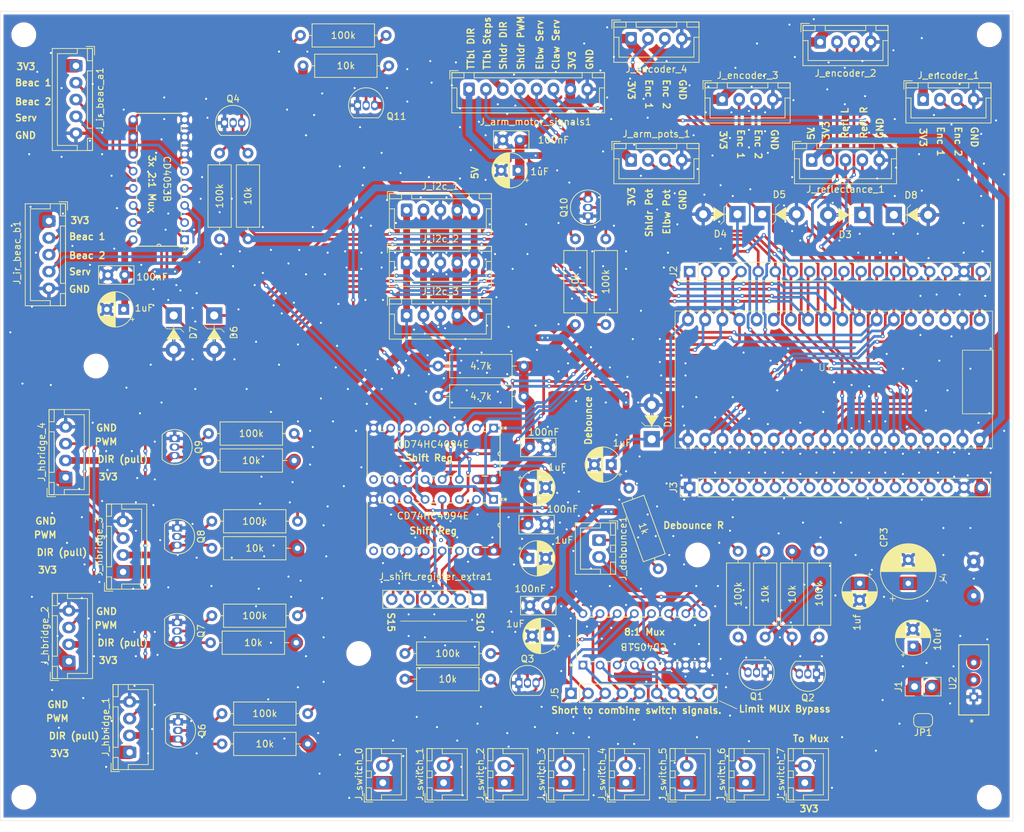
<source format=kicad_pcb>
(kicad_pcb (version 20241229) (generator "pcbnew") (generator_version "9.0")
  (layers (0 "F.Cu" signal) (2 "B.Cu" signal) (13 "F.Paste" user) (15 "B.Paste" user) (5 "F.SilkS" user "F.Silkscreen") (7 "B.SilkS" user "B.Silkscreen") (1 "F.Mask" user) (3 "B.Mask" user) (25 "Edge.Cuts" user))
  (net 0 "")
  (net 1 "GND")
  (net 2 "supply_3.3")
  (net 3 "+5V")
  (net 4 "20")
  (net 5 "36")
  (net 6 "32")
  (net 7 "33")
  (net 8 "35")
  (net 9 "34")
  (net 10 "39")
  (net 11 "Net-(J1-Pin_2)")
  (net 12 "22")
  (net 13 "esp_3.3")
  (net 14 "9")
  (net 15 "8")
  (net 16 "5")
  (net 17 "10")
  (net 18 "38")
  (net 19 "3")
  (net 20 "CHIP_PU")
  (net 21 "37")
  (net 22 "21")
  (net 23 "19")
  (net 24 "7")
  (net 25 "1")
  (net 26 "13")
  (net 27 "27")
  (net 28 "25")
  (net 29 "14")
  (net 30 "12")
  (net 31 "26")
  (net 32 "0")
  (net 33 "2")
  (net 34 "15")
  (net 35 "4")
  (net 36 "S_MUX_1")
  (net 37 "S_MUX_2")
  (net 38 "S_MUX_3")
  (net 39 "S_MUX_7")
  (net 40 "S_MUX_5")
  (net 41 "S_MUX_6")
  (net 42 "S_MUX_4")
  (net 43 "S_MUX_0")
  (net 44 "Net-(J_arm_motor_signals1-Pin_1)")
  (net 45 "Net-(J_arm_motor_signals1-Pin_3)")
  (net 46 "Net-(J_hbridge_1-Pin_2)")
  (net 47 "Net-(J_hbridge_2-Pin_2)")
  (net 48 "Net-(J_hbridge_3-Pin_2)")
  (net 49 "Net-(J_hbridge_4-Pin_2)")
  (net 50 "IR_BEAC_2A")
  (net 51 "IR_BEAC_SERV_A")
  (net 52 "IR_BEAC_1A")
  (net 53 "IR_BEAC_2B")
  (net 54 "IR_BEAC_SERV_B")
  (net 55 "IR_BEAC_1B")
  (net 56 "SHIFT_11")
  (net 57 "SHIFT_10")
  (net 58 "Net-(Q1-C)")
  (net 59 "Net-(Q1-B)")
  (net 60 "Net-(Q2-B)")
  (net 61 "Net-(Q2-C)")
  (net 62 "Net-(Q3-C)")
  (net 63 "Net-(Q3-B)")
  (net 64 "Net-(Q4-B)")
  (net 65 "Net-(Q4-C)")
  (net 66 "Net-(Q6-B)")
  (net 67 "Net-(Q7-B)")
  (net 68 "Net-(Q8-B)")
  (net 69 "Net-(Q9-B)")
  (net 70 "Net-(Q10-B)")
  (net 71 "Net-(Q11-B)")
  (net 72 "SHIFT_6")
  (net 73 "SHIFT_7")
  (net 74 "SHIFT_8")
  (net 75 "SHIFT_9")
  (net 76 "SHIFT_0")
  (net 77 "SHIFT_1")
  (net 78 "SHIFT_2")
  (net 79 "SHIFT_3")
  (net 80 "SHIFT_4")
  (net 81 "SHIFT_5")
  (net 83 "Net-(U4-QS2)")
  (net 85 "SHIFT_12")
  (net 86 "SHIFT_15")
  (net 87 "SHIFT_14")
  (net 88 "SHIFT_13")
  (net 90 "MUX_BYPASS")
  (net 91 "Net-(J_debounce1-Pin_1)")
  (footprint "Connector_JST:JST_XH_B4B-XH-A_1x04_P2.50mm_Vertical" (layer "F.Cu") (at 33.475 122.25 90)
    (property "Reference" "J_hbridge_1")
    (property "Value" "Conn_01x04_Socket")
  )
  (footprint "Project_Lib:Resistor_With_Value" (layer "F.Cu") (at 99.5 46.15 -90)
    (property "Reference" "R29")
    (property "Value" "10k")
  )
  (footprint "MountingHole:MountingHole_3.2mm_M3" (layer "F.Cu") (at 160.8 128.9 90)
    (property "Reference" "H3" (hide yes))
    (property "Value" "MountingHole")
  )
  (footprint "Connector_JST:JST_XH_B4B-XH-A_1x04_P2.50mm_Vertical" (layer "F.Cu") (at 135.75 16.975)
    (property "Reference" "J_encoder_2")
    (property "Value" "Conn_01x04_Socket")
  )
  (footprint "Connector_JST:JST_XH_B4B-XH-A_1x04_P2.50mm_Vertical" (layer "F.Cu") (at 107.75 16.475)
    (property "Reference" "J_encoder_4")
    (property "Value" "Conn_01x04_Socket")
  )
  (footprint "MountingHole:MountingHole_3.2mm_M3" (layer "F.Cu") (at 28.5 65)
    (property "Reference" "H7" (hide yes))
    (property "Value" "MountingHole")
  )
  (footprint "Project_Lib:Capacitor_With_Value_uF_small" (layer "F.Cu") (at 95.6 105 180)
    (property "Reference" "C7")
    (property "Value" "1uF")
  )
  (footprint "Project_Lib:Capacitor_With_Value_uF_small" (layer "F.Cu") (at 32.6 56.6 180)
    (property "Reference" "C8")
    (property "Value" "1uF")
  )
  (footprint "Project_Lib:Capacitor_With_Value_uF_small" (layer "F.Cu") (at 141.6 97.194887 -90)
    (property "Reference" "CP1")
    (property "Value" "1uf")
  )
  (footprint "Project_Lib:Resistor_With_Value" (layer "F.Cu") (at 47.15 121)
    (property "Reference" "R21")
    (property "Value" "10k")
  )
  (footprint "Project_Lib:Capacitor_With_Value_nF" (layer "F.Cu") (at 88.75 31.5)
    (property "Reference" "C14")
    (property "Value" "100nF")
  )
  (footprint "Project_Lib:Resistor_With_Value" (layer "F.Cu") (at 59.85 116.5 180)
    (property "Reference" "R20")
    (property "Value" "100k")
  )
  (footprint "Package_TO_SOT_THT:TO-92_Inline" (layer "F.Cu") (at 67.23 26.36)
    (property "Reference" "Q11")
    (property "Value" "2N3904")
  )
  (footprint "Connector_PinSocket_2.54mm:PinSocket_1x06_P2.54mm_Vertical" (layer "F.Cu") (at 85 99.5758 -90)
    (property "Reference" "J_shift_register_extra1")
    (property "Value" "Conn_01x06_Pin")
  )
  (footprint "Package_TO_SOT_THT:TO-92_Inline" (layer "F.Cu") (at 91.13 111.96)
    (property "Reference" "Q3")
    (property "Value" "2N3904")
  )
  (footprint "Project_Lib:Resistor_With_Value" (layer "F.Cu") (at 46.8 46.15 90)
    (property "Reference" "R16")
    (property "Value" "100k")
  )
  (footprint "MountingHole:MountingHole_3.2mm_M3" (layer "F.Cu") (at 17.8 128.9 90)
    (property "Reference" "H1" (hide yes))
    (property "Value" "MountingHole")
  )
  (footprint "Project_Lib:Capacitor_With_Value_uF_small" (layer "F.Cu") (at 92.6 93.5)
    (property "Reference" "C5")
    (property "Value" "1uF")
  )
  (footprint "Connector_JST:JST_XH_B5B-XH-A_1x05_P2.50mm_Vertical" (layer "F.Cu") (at 74.5 49.7)
    (property "Reference" "J_i2c_2")
    (property "Value" "Conn_01x05_Socket")
  )
  (footprint "Project_Lib:zener_diode" (layer "F.Cu") (at 127.16 42.5)
    (property "Reference" "D5")
    (property "Value" "3V3")
  )
  (footprint "Project_Lib:Resistor_With_Value" (layer "F.Cu") (at 71.85 20.5 180)
    (property "Reference" "R31")
    (property "Value" "10k")
  )
  (footprint "Connector_JST:JST_XH_B5B-XH-A_1x05_P2.50mm_Vertical" (layer "F.Cu") (at 25.525 20.5 -90)
    (property "Reference" "J_ir_beac_a1")
    (property "Value" "Conn_01x05_Socket")
  )
  (footprint "Project_Lib:Capacitor_With_Value_uF_big" (layer "F.Cu") (at 148.8 97.205112 90)
    (property "Reference" "CP3")
    (property "Value" "100uf")
  )
  (footprint "Project_Lib:Resistor_With_Value" (layer "F.Cu") (at 74.25 107.6)
    (property "Reference" "R14")
    (property "Value" "100k")
  )
  (footprint "Project_Lib:zener_diode" (layer "F.Cu") (at 40 57.5 -90)
    (property "Reference" "D7")
    (property "Value" "3V3")
  )
  (footprint "Project_Lib:zener_diode" (layer "F.Cu") (at 146.66 42.6)
    (property "Reference" "D8")
    (property "Value" "3V3")
  )
  (footprint "Project_Lib:Resistor_With_Value" (layer "F.Cu") (at 57.85 75 180)
    (property "Reference" "R26")
    (property "Value" "100k")
  )
  (footprint "Project_Lib:N16" (layer "F.Cu") (at 69.61 92.3858 -90)
    (property "Reference" "U5")
    (property "Value" "CD74HC4094E")
  )
  (footprint "Connector_JST:JST_XH_B5B-XH-A_1x05_P2.50mm_Vertical" (layer "F.Cu") (at 74.5 57.5)
    (property "Reference" "J_i2c_3")
    (property "Value" "Conn_01x05_Socket")
  )
  (footprint "Project_Lib:Capacitor_With_Value_uF_small" (layer "F.Cu") (at 92.6 83)
    (property "Reference" "C4")
    (property "Value" "1uF")
  )
  (footprint "Connector_JST:JST_XH_B4B-XH-A_1x04_P2.50mm_Vertical" (layer "F.Cu") (at 24 81.5 90)
    (property "Reference" "J_hbridge_4")
    (property "Value" "Conn_01x04_Socket")
  )
  (footprint "Project_Lib:Resistor_With_Value" (layer "F.Cu") (at 51 33.45 -90)
    (property "Reference" "R17")
    (property "Value" "10k")
  )
  (footprint "Package_TO_SOT_THT:TO-92_Inline" (layer "F.Cu") (at 40.5 89 -90)
    (property "Reference" "Q8")
    (property "Value" "2N3904")
  )
  (footprint "Project_Lib:N16" (layer "F.Cu") (at 118.39 101.69 90)
    (property "Reference" "U3")
    (property "Value" "CD4051B")
  )
  (footprint "Connector_JST:JST_XH_B2B-XH-A_1x02_P2.50mm_Vertical" (layer "F.Cu") (at 124.7 126.75 90)
    (property "Reference" "J_switch_6")
    (property "Value" "Conn_01x02_Socket")
  )
  (footprint "Connector_JST:JST_XH_B4B-XH-A_1x04_P2.50mm_Vertical" (layer "F.Cu") (at 151 25.475)
    (property "Reference" "J_encoder_1")
    (property "Value" "Conn_01x04_Socket")
  )
  (footprint "Project_Lib:Resistor_With_Value" (layer "F.Cu") (at 123.6 92.45 -90)
    (property "Reference" "R10")
    (property "Value" "100k")
  )
  (footprint "Package_TO_SOT_THT:TO-92_Inline" (layer "F.Cu") (at 40.64 117.73 -90)
    (property "Reference" "Q6")
    (property "Value" "2N3904")
  )
  (footprint "Project_Lib:Resistor_With_Value" (layer "F.Cu") (at 45.45 106)
    (property "Reference" "R23")
    (property "Value" "10k")
  )
  (footprint "Project_Lib:N16" (layer "F.Cu") (at 34 28.5 180)
    (property "Reference" "U6")
    (property "Value" "CD4053B")
  )
  (footprint "Connector_JST:JST_XH_B5B-XH-A_1x05_P2.50mm_Vertical" (layer "F.Cu") (at 134.5 34.475)
    (property "Reference" "J_reflectance_1")
    (property "Value" "Conn_01x05_Socket")
  )
  (footprint "Project_Lib:Resistor_With_Value" (layer "F.Cu") (at 58.35 102 180)
    (property "Reference" "R22")
    (property "Value" "100k")
  )
  (footprint "Project_Lib:Untitled" (layer "F.Cu") (at 136.5 65.73)
    (property "Reference" "U1")
    (property "Value" "~")
  )
  (footprint "Connector_JST:JST_XH_B4B-XH-A_1x04_P2.50mm_Vertical" (layer "F.Cu") (at 24.475 108.75 90)
    (property "Reference" "J_hbridge_2")
    (property "Value" "Conn_01x04_Socket")
  )
  (footprint "Connector_JST:JST_XH_B4B-XH-A_1x04_P2.50mm_Vertical" (layer "F.Cu") (at 121.25 25.475)
    (property "Reference" "J_encoder_3")
    (property "Value" "Conn_01x04_Socket")
  )
  (footprint "Project_Lib:Capacitor_With_Value_uF_small" (layer "F.Cu") (at 104.805113 79.6 180)
    (property "Reference" "C3")
    (property "Value" "1uF")
  )
  (footprint "MountingHole:MountingHole_3.2mm_M3" (layer "F.Cu") (at 17.8 15.9 90)
    (property "Reference" "H2" (hide yes))
    (property "Value" "MountingHole")
  )
  (footprint "Project_Lib:Resistor_With_Value" (layer "F.Cu") (at 91.85 69.5 180)
    (property "Reference" "R3")
    (property "Value" "4.7k")
  )
  (footprint "Connector_JST:JST_XH_B8B-XH-A_1x08_P2.50mm_Vertical" (layer "F.Cu") (at 83.75 23.975)
    (property "Reference" "J_arm_motor_signals1")
    (property "Value" "Conn_01x08_Socket")
  )
  (footprint "Project_Lib:Capacitor_With_Value_uF_small" (layer "F.Cu") (at 91 36 180)
    (property "Reference" "C10")
    (property "Value" "1uF")
  )
  (footprint "Project_Lib:zener_diode" (layer "F.Cu") (at 123.5 42.5 180)
    (property "Reference" "D4")
    (property "Value" "3V3")
  )
  (footprint "Project_Lib:zener_diode" (layer "F.Cu") (at 110.8 75.84 90)
    (property "Reference" "D1")
    (property "Value" "3V3")
  )
  (footprint "MountingHole:MountingHole_3.2mm_M3" (layer "F.Cu") (at 117.6 93)
    (property "Reference" "H5" (hide yes))
    (property "Value" "MountingHole")
  )
  (footprint "Project_Lib:Resistor_With_Value" (layer "F.Cu") (at 107.428173 83.109872 -70)
    (property "Reference" "R2")
    (property "Value" "1k")
  )
  (footprint "Project_Lib:Resistor_With_Value" (layer "F.Cu") (at 131.6 105.15 90)
    (property "Reference" "R13")
    (property "Value" "10k")
  )
  (footprint "Project_Lib:Resistor_With_Value" (layer "F.Cu") (at 45.15 79)
    (property "Reference" "R27")
    (property "Value" "10k")
  )
  (footprint "Project_Lib:Capacitor_With_Value_nF" (layer "F.Cu") (at 95 88.5 180)
    (property "Reference" "C12")
    (property "Value" "100nF")
  )
  (footprint "Connector_JST:JST_XH_B2B-XH-A_1x02_P2.50mm_Vertical" (layer "F.Cu") (at 88.975 126.75 90)
    (property "Reference" "J_switch_2")
    (property "Value" "Conn_01x02_Socket")
  )
  (footprint "Connector_PinHeader_2.54mm:PinHeader_1x18_P2.54mm_Vertical" (layer "F.Cu") (at 116.415 83 90)
    (property "Reference" "J3")
    (property "Value" "Conn_01x18_Pin")
  )
  (footprint "Jumper:SolderJumper-2_P1.3mm_Open_RoundedPad1.0x1.5mm" (layer "F.Cu") (at 151 117.5 180)
    (property "Reference" "JP1")
    (property "Value" "SolderJumper_2_Open")
  )
  (footprint "Project_Lib:Capacitor_With_Value_nF" (layer "F.Cu") (at 95.25 77.0508 180)
    (property "Reference" "C11")
    (property "Value" "100nF")
  )
  (footprint "Connector_PinHeader_2.54mm:PinHeader_1x02_P2.54mm_Vertical" (layer "F.Cu") (at 149.725 112.5 90)
    (property "Reference" "J1")
    (property "Value" "Conn_01x02_Pin")
  )
  (footprint "Project_Lib:Resistor_With_Value" (layer "F.Cu") (at 104 58.85 90)
    (property "Reference" "R28")
    (property "Value" "100k")
  )
  (footprint "Connector_PinHeader_2.54mm:PinHeader_1x18_P2.54mm_Vertical" (layer "F.Cu") (at 116.415 51 90)
    (property "Reference" "J2")
    (property "Value" "Conn_01x18_Pin")
  )
  (footprint "Project_Lib:Resistor_With_Value" (layer "F.Cu") (at 45.65 92)
    (property "Reference" "R25")
    (property "Value" "10k")
  )
  (footprint "Connector_JST:JST_XH_B2B-XH-A_1x02_P2.50mm_Vertical" (layer "F.Cu") (at 70.975 126.75 90)
    (property "Reference" "J_switch_0")
    (property "Value" "Conn_01x02_Socket")
  )
  (footprint "Connector_JST:JST_XH_B4B-XH-A_1x04_P2.50mm_Vertical" (layer "F.Cu") (at 32.5 95.5 90)
    (property "Reference" "J_hbridge_3")
    (property "Value" "Conn_01x04_Socket")
  )
  (footprint "Project_Lib:zener_diode" (layer "F.Cu") (at 46 57.5 -90)
    (property "Reference" "D6")
    (property "Value" "3V3")
  )
  (footprint "Connector_JST:JST_XH_B2B-XH-A_1x02_P2.50mm_Vertical" (layer "F.Cu") (at 103 90.8 -90)
    (property "Reference" "J_debounce1")
    (property "Value" "Conn_01x02_Socket")
  )
  (footprint "Connector_JST:JST_XH_B5B-XH-A_1x05_P2.50mm_Vertical" (layer "F.Cu") (at 21.525 43.5 -90)
    (property "Reference" "J_ir_beac_b1")
    (property "Value" "Conn_01x05_Socket")
  )
  (footprint "Connector_JST:JST_XH_B2B-XH-A_1x02_P2.50mm_Vertical" (layer "F.Cu") (at 79.975 126.75 90)
    (property "Reference" "J_switch_1")
    (property "Value" "Conn_01x02_Socket")
  )
  (footprint "Package_TO_SOT_THT:TO-92_Inline" (layer "F.Cu") (at 101.36 42.77 90)
    (property "Reference" "Q10")
    (property "Value" "2N3904")
  )
  (footprint "Package_TO_SOT_THT:TO-92_Inline" (layer "F.Cu") (at 40.14 75.73 -90)
    (property "Reference" "Q9")
    (property "Value" "2N3904")
  )
  (footprint "Package_TO_SOT_THT:TO-92_Inline" (layer "F.Cu") (at 135.2 110.6 180)
    (property "Reference" "Q2")
    (property "Value" "2N3904")
  )
  (footprint "MountingHole:MountingHole_3.2mm_M3" (layer "F.Cu") (at 67.4 107.6)
    (property "Reference" "H4" (hide yes))
    (property "Value" "MountingHole")
  )
  (footprint "Project_Lib:Resistor_With_Value" (layer "F.Cu") (at 79.15 65)
    (property "Reference" "R1")
    (property "Value" "4.7k")
  )
  (footprint "Project_Lib:Capacitor_With_Value_nF" (layer "F.Cu") (at 92.75 100.5)
    (property "Reference" "C6")
    (property "Value" "100nF")
  )
  (footprint "Connector_JST:JST_XH_B5B-XH-A_1x05_P2.50mm_Vertical" (layer "F.Cu") (at 74.5 41.9)
    (property "Reference" "J_i2c_1")
    (property "Value" "Conn_01x05_Socket")
  )
  (footprint "Connector_JST:JST_XH_B4B-XH-A_1x04_P2.50mm_Vertical" (layer "F.Cu") (at 107.75 34.475)
    (property "Reference" "J_arm_pots_1")
    (property "Value" "Conn_01x04_Socket")
  )
  (footprint "MountingHole:MountingHole_3.2mm_M3" (layer "F.Cu") (at 160.8 15.9)
    (property "Reference" "H6" (hide yes))
    (property "Value" "MountingHole")
  )
  (footprint "Project_Lib:Resistor_With_Value" (layer "F.Cu") (at 58.35 88 180)
    (property "Reference" "R24")
    (property "Value" "100k")
  )
  (footprint "Connector_JST:JST_XH_B2B-XH-A_1x02_P2.50mm_Vertical" (layer "F.Cu") (at 106.975 126.75 90)
    (property "Reference" "J_switch_4")
    (property "Value" "Conn_01x02_Socket")
  )
  (footprint "Connector_PinHeader_2.54mm:PinHeader_1x09_P2.54mm_Vertical" (layer "F.Cu") (at 98.84 113.5 90)
    (property "Reference" "J5")
    (property "Value" "Conn_01x09_Pin")
  )
  (footprint "Project_Lib:Resistor_With_Value" (layer "F.Cu") (at 127.6 92.45 -90)
    (property "Reference" "R11")
    (property "Value" "10k")
  )
  (footprint "Project_Lib:Resistor_With_Value" (layer "F.Cu") (at 58.77 16)
    (property "Reference" "R30")
    (property "Value" "100k")
  )
  (footprint "Package_TO_SOT_THT:TO-92_Inline" (layer "F.Cu") (at 40.5 103 -90)
    (property "Reference" "Q7")
    (property "Value" "2N3904")
  )
  (footprint "Project_Lib:zener_diode" (layer "F.Cu") (at 142 42.6 180)
    (property "Reference" "D3")
    (property "Value" "3V3")
  )
  (footprint "Connector_JST:JST_XH_B2B-XH-A_1x02_P2.50mm_Vertical" (layer "F.Cu") (at 115.975 126.75 90)
    (property "Reference" "J_switch_5")
    (property "Value" "Conn_01x02_Socket")
  )
  (footprint "Project_Lib:Resistor_With_Value" (layer "F.Cu") (at 86.95 111.4 180)
    (property "Reference" "R15")
    (property "Value" "10k")
  )
  (footprint "Connector_JST:JST_XH_B2B-XH-A_1x02_P2.50mm_Vertical" (layer "F.Cu") (at 133.475 126.75 90)
    (property "Reference" "J_switch_7")
    (property "Value" "Conn_01x02_Socket")
  )
  (footprint "Package_TO_SOT_THT:TO-92_Inline" (layer "F.Cu") (at 47.53 28.96)
    (property "Reference" "Q4")
    (property "Value" "2N3904")
  )
  (footprint "Project_Lib:Capacitor_With_Value_nF" (layer "F.Cu") (at 30.25 51.5)
    (property "Reference" "C9")
    (property "Value" "100nF")
  )
  (footprint "Project_Lib:TO220-3_ONS" (layer "F.Cu") (at 158.5 114.04 90)
    (property "Reference" "U2")
    (property "Value" "MC33269T-3.3")
  )
  (footprint "Connector_JST:JST_XH_B2B-XH-A_1x02_P2.50mm_Vertical" (layer "F.Cu") (at 97.975 126.75 90)
    (property "Reference" "J_switch_3")
    (property "Value" "Conn_01x02_Socket")
  )
  (footprint "Project_Lib:Capacitor_With_Value_uF_small" (layer "F.Cu") (at 149.5 106.5 90)
    (property "Reference" "CP2")
    (property "Value" "10uf")
  )
  (footprint "Project_Lib:N16" (layer "F.Cu") (at 69.61 81.81 -90)
    (property "Reference" "U4")
    (property "Value" "CD74HC4094E")
  )
  (footprint "Package_TO_SOT_THT:TO-92_Inline" (layer "F.Cu") (at 127.6 110.4 180)
    (property "Reference" "Q1")
    (property "Value" "2N3904")
  )
  (footprint "Project_Lib:Resistor_With_Value" (layer "F.Cu") (at 135.6 92.45 -90)
    (property "Reference" "R12")
    (property "Value" "100k")
  )
  (footprint "Project_Lib:Power_Connector" (layer "F.Cu") (at 158.5 96.5 90)
    (property "Reference" "J4")
    (property "Value" "Conn_01x02_Socket")
  )
  (gr_line (start 83.4 102.8) (end 73.6 102.8) (stroke (width 0.1)) (layer "F.SilkS"))
  (gr_line (start 123.4 115.8) (end 120.8 114.6) (stroke (width 0.1)) (layer "F.SilkS"))
  (gr_rect (start 14.3 12.4) (end 164.3 132.4) (stroke (width 0.05)) (fill no) (layer "Edge.Cuts"))
  (gr_text "Enc 1" (at 109.8 22.4 270) (layer "F.SilkS") (effects (font (size 1 1) (thickness 0.2)) (justify left bottom)))
  (gr_text "Enc 1" (at 153 29.4 270) (layer "F.SilkS") (effects (font (size 1 1) (thickness 0.2)) (justify left bottom)))
  (gr_text "S15" (at 71.6 101.4 270) (layer "F.SilkS") (effects (font (size 1 1) (thickness 0.2)) (justify left bottom)))
  (gr_text "5V" (at 85.2 37.4 90) (layer "F.SilkS") (effects (font (size 1 1) (thickness 0.2)) (justify left bottom)))
  (gr_text "Refl R" (at 142.8 31.4 90) (layer "F.SilkS") (effects (font (size 1 1) (thickness 0.2)) (justify left bottom)))
  (gr_text "TTbl Steps" (at 87 21.2 90) (layer "F.SilkS") (effects (font (size 1 1) (thickness 0.2)) (justify left bottom)))
  (gr_text "Beac 1" (at 24.4 46.4 0) (layer "F.SilkS") (effects (font (size 1 1) (thickness 0.2)) (justify left bottom)))
  (gr_text "Refl L" (at 140 31.4 90) (layer "F.SilkS") (effects (font (size 1 1) (thickness 0.2)) (justify left bottom)))
  (gr_text "PWM" (at 28.2 104 0) (layer "F.SilkS") (effects (font (size 1 1) (thickness 0.2)) (justify left bottom)))
  (gr_text "TTbl DIR" (at 84.6 21.2 90) (layer "F.SilkS") (effects (font (size 1 1) (thickness 0.2)) (justify left bottom)))
  (gr_text "Debounce R" (at 112.4 89.2 0) (layer "F.SilkS") (effects (font (size 1 1) (thickness 0.2)) (justify left bottom)))
  (gr_text "3V3" (at 16.6 21.2 0) (layer "F.SilkS") (effects (font (size 1 1) (thickness 0.2)) (justify left bottom)))
  (gr_text "PWM" (at 21 117.8 0) (layer "F.SilkS") (effects (font (size 1 1) (thickness 0.2)) (justify left bottom)))
  (gr_text "GND" (at 102.2 21.2 90) (layer "F.SilkS") (effects (font (size 1 1) (thickness 0.2)) (justify left bottom)))
  (gr_text "3V3" (at 24.6 44 0) (layer "F.SilkS") (effects (font (size 1 1) (thickness 0.2)) (justify left bottom)))
  (gr_text "Short to combine switch signals." (at 95.8 116.6 0) (layer "F.SilkS") (effects (font (size 1 1) (thickness 0.2)) (justify left bottom)))
  (gr_text "GND" (at 128.4 29.8 270) (layer "F.SilkS") (effects (font (size 1 1) (thickness 0.2)) (justify left bottom)))
  (gr_text "3V3" (at 99.6 21.2 90) (layer "F.SilkS") (effects (font (size 1 1) (thickness 0.2)) (justify left bottom)))
  (gr_text "Claw Serv" (at 97.2 21.2 90) (layer "F.SilkS") (effects (font (size 1 1) (thickness 0.2)) (justify left bottom)))
  (gr_text "8:1 Mux" (at 106.6 105 0) (layer "F.SilkS") (effects (font (size 1 1) (thickness 0.2)) (justify left bottom)))
  (gr_text "3V3\n" (at 150.4 29.6 270) (layer "F.SilkS") (effects (font (size 1 1) (thickness 0.2)) (justify left bottom)))
  (gr_text "DIR (pull)" (at 21.4 120.4 0) (layer "F.SilkS") (effects (font (size 1 1) (thickness 0.2)) (justify left bottom)))
  (gr_text "Elbw Pot" (at 113.6 45.6 90) (layer "F.SilkS") (effects (font (size 1 1) (thickness 0.2)) (justify left bottom)))
  (gr_text "Shldr PWM" (at 92 21.2 90) (layer "F.SilkS") (effects (font (size 1 1) (thickness 0.2)) (justify left bottom)))
  (gr_text "5V" (at 135 31.6 90) (layer "F.SilkS") (effects (font (size 1 1) (thickness 0.2)) (justify left bottom)))
  (gr_text "GND" (at 114.8 22.4 270) (layer "F.SilkS") (effects (font (size 1 1) (thickness 0.2)) (justify left bottom)))
  (gr_text "Enc 2" (at 112.4 22.4 270) (layer "F.SilkS") (effects (font (size 1 1) (thickness 0.2)) (justify left bottom)))
  (gr_text "Beac 2" (at 16.4 26.4 0) (layer "F.SilkS") (effects (font (size 1 1) (thickness 0.2)) (justify left bottom)))
  (gr_text "3V3" (at 21.6 123 0) (layer "F.SilkS") (effects (font (size 1 1) (thickness 0.2)) (justify left bottom)))
  (gr_text "DIR (pull)" (at 28.6 79.4 0) (layer "F.SilkS") (effects (font (size 1 1) (thickness 0.2)) (justify left bottom)))
  (gr_text "GND" (at 28.4 74.75 0) (layer "F.SilkS") (effects (font (size 1 1) (thickness 0.2)) (justify left bottom)))
  (gr_text "S10" (at 84.8 101.4 270) (layer "F.SilkS") (effects (font (size 1 1) (thickness 0.2)) (justify left bottom)))
  (gr_text "Debounce C" (at 102 76.8 90) (layer "F.SilkS") (effects (font (size 1 1) (thickness 0.2)) (justify left bottom)))
  (gr_text "3V3" (at 132.6 131.2 0) (layer "F.SilkS") (effects (font (size 1 1) (thickness 0.2)) (justify left bottom)))
  (gr_text "GND" (at 16.4 31.4 0) (layer "F.SilkS") (effects (font (size 1 1) (thickness 0.2)) (justify left bottom)))
  (gr_text "GND" (at 24.4 54.2 0) (layer "F.SilkS") (effects (font (size 1 1) (thickness 0.2)) (justify left bottom)))
  (gr_text "3V3" (at 108.4 41.4 90) (layer "F.SilkS") (effects (font (size 1 1) (thickness 0.2)) (justify left bottom)))
  (gr_text "3x 2:1 Mux" (at 36.2 33.6 270) (layer "F.SilkS") (effects (font (size 1 1) (thickness 0.2)) (justify left bottom)))
  (gr_text "GND" (at 116 42 90) (layer "F.SilkS") (effects (font (size 1 1) (thickness 0.2)) (justify left bottom)))
  (gr_text "Serv" (at 16.4 28.8 0) (layer "F.SilkS") (effects (font (size 1 1) (thickness 0.2)) (justify left bottom)))
  (gr_text "GND" (at 19.4 88.55 0) (layer "F.SilkS") (effects (font (size 1 1) (thickness 0.2)) (justify left bottom)))
  (gr_text "Limit MUX Bypass" (at 123.6 116.4 0) (layer "F.SilkS") (effects (font (size 1 1) (thickness 0.2)) (justify left bottom)))
  (gr_text "3V3" (at 28.8 109.2 0) (layer "F.SilkS") (effects (font (size 1 1) (thickness 0.2)) (justify left bottom)))
  (gr_text "Enc 2" (at 126 29.8 270) (layer "F.SilkS") (effects (font (size 1 1) (thickness 0.2)) (justify left bottom)))
  (gr_text "3V3\n" (at 120.8 30 270) (layer "F.SilkS") (effects (font (size 1 1) (thickness 0.2)) (justify left bottom)))
  (gr_text "GND" (at 145.2 31.4 90) (layer "F.SilkS") (effects (font (size 1 1) (thickness 0.2)) (justify left bottom)))
  (gr_text "Serv" (at 24.4 51.6 0) (layer "F.SilkS") (effects (font (size 1 1) (thickness 0.2)) (justify left bottom)))
  (gr_text "3V3\n" (at 107.2 22.6 270) (layer "F.SilkS") (effects (font (size 1 1) (thickness 0.2)) (justify left bottom)))
  (gr_text "GND" (at 158 29.4 270) (layer "F.SilkS") (effects (font (size 1 1) (thickness 0.2)) (justify left bottom)))
  (gr_text "3V3" (at 19.8 95.8 0) (layer "F.SilkS") (effects (font (size 1 1) (thickness 0.2)) (justify left bottom)))
  (gr_text "Shldr DIR" (at 89.4 21.2 90) (layer "F.SilkS") (effects (font (size 1 1) (thickness 0.2)) (justify left bottom)))
  (gr_text "3V3" (at 137.2 31.6 90) (layer "F.SilkS") (effects (font (size 1 1) (thickness 0.2)) (justify left bottom)))
  (gr_text "DIR (pull)" (at 28.6 106.6 0) (layer "F.SilkS") (effects (font (size 1 1) (thickness 0.2)) (justify left bottom)))
  (gr_text "Shldr Pot" (at 111 46 90) (layer "F.SilkS") (effects (font (size 1 1) (thickness 0.2)) (justify left bottom)))
  (gr_text "Beac 2" (at 24.4 49.2 0) (layer "F.SilkS") (effects (font (size 1 1) (thickness 0.2)) (justify left bottom)))
  (gr_text "Shift Reg\n" (at 74.2 79.2 0) (layer "F.SilkS") (effects (font (size 1 1) (thickness 0.2)) (justify left bottom)))
  (gr_text "PWM" (at 28.2 76.8 0) (layer "F.SilkS") (effects (font (size 1 1) (thickness 0.2)) (justify left bottom)))
  (gr_text "GND" (at 21.2 115.75 0) (layer "F.SilkS") (effects (font (size 1 1) (thickness 0.2)) (justify left bottom)))
  (gr_text "Elbw Serv" (at 94.8 21.2 90) (layer "F.SilkS") (effects (font (size 1 1) (thickness 0.2)) (justify left bottom)))
  (gr_text "Enc 2" (at 155.6 29.4 270) (layer "F.SilkS") (effects (font (size 1 1) (thickness 0.2)) (justify left bottom)))
  (gr_text "PWM" (at 19.2 90.6 0) (layer "F.SilkS") (effects (font (size 1 1) (thickness 0.2)) (justify left bottom)))
  (gr_text "Shift Reg\n" (at 74.8 90 0) (layer "F.SilkS") (effects (font (size 1 1) (thickness 0.2)) (justify left bottom)))
  (gr_text "To Mux" (at 131.6 120.8 0) (layer "F.SilkS") (effects (font (size 1 1) (thickness 0.2)) (justify left bottom)))
  (gr_text "Enc 1" (at 123.4 29.8 270) (layer "F.SilkS") (effects (font (size 1 1) (thickness 0.2)) (justify left bottom)))
  (gr_text "3V3" (at 28.8 82 0) (layer "F.SilkS") (effects (font (size 1 1) (thickness 0.2)) (justify left bottom)))
  (gr_text "Beac 1" (at 16.4 23.6 0) (layer "F.SilkS") (effects (font (size 1 1) (thickness 0.2)) (justify left bottom)))
  (gr_text "GND" (at 28.4 101.95 0) (layer "F.SilkS") (effects (font (size 1 1) (thickness 0.2)) (justify left bottom)))
  (gr_text "DIR (pull)" (at 19.6 93.2 0) (layer "F.SilkS") (effects (font (size 1 1) (thickness 0.2)) (justify left bottom)))
  (via (at 79.6 90.8) (size 0.6) (drill 0.3) (layers "F.Cu" "B.Cu") (net 0))
  (segment (start 156.82 82.765) (end 157.055 83) (width 0.4) (layer "F.Cu") (net 1))
  (segment (start 110.289 114.911) (end 110.2 115) (width 0.4) (layer "F.Cu") (net 1))
  (segment (start 110.289 112.089) (end 110.289 114.911) (width 0.4) (layer "F.Cu") (net 1))
  (segment (start 110 111.8) (end 110.289 112.089) (width 0.4) (layer "F.Cu") (net 1))
  (segment (start 116.18 82.765) (end 116.415 83) (width 0.4) (layer "F.Cu") (net 1))
  (segment (start 156.82 51.235) (end 157.055 51) (width 0.4) (layer "F.Cu") (net 1))
  (via (at 83.6 94) (size 0.6) (drill 0.3) (layers "F.Cu" "B.Cu") (net 1))
  (via (at 29.4 33.6) (size 0.6) (drill 0.3) (layers "F.Cu" "B.Cu") (net 1))
  (via (at 153.2 80.8) (size 0.6) (drill 0.3) (layers "F.Cu" "B.Cu") (net 1))
  (via (at 62.2 105.2) (size 0.6) (drill 0.3) (layers "F.Cu" "B.Cu") (net 1))
  (via (at 106 84.8) (size 0.6) (drill 0.3) (layers "F.Cu" "B.Cu") (net 1))
  (via (at 62.2 88.6) (size 0.6) (drill 0.3) (layers "F.Cu" "B.Cu") (net 1))
  (via (at 145.4 80.8) (size 0.6) (drill 0.3) (layers "F.Cu" "B.Cu") (net 1))
  (via (at 95.4 74) (size 0.6) (drill 0.3) (layers "F.Cu" "B.Cu") (net 1))
  (via (at 111.6 41.8) (size 0.6) (drill 0.3) (layers "F.Cu" "B.Cu") (net 1))
  (via (at 84 33) (size 0.6) (drill 0.3) (layers "F.Cu" "B.Cu") (net 1))
  (via (at 16 44.2) (size 0.6) (drill 0.3) (layers "F.Cu" "B.Cu") (net 1))
  (via (at 75.8 70.6) (size 0.6) (drill 0.3) (layers "F.Cu" "B.Cu") (net 1))
  (via (at 25 47.2) (size 0.6) (drill 0.3) (layers "F.Cu" "B.Cu") (net 1))
  (via (at 90.6 104.4) (size 0.6) (drill 0.3) (layers "F.Cu" "B.Cu") (net 1))
  (via (at 36.2 42.2) (size 0.6) (drill 0.3) (layers "F.Cu" "B.Cu") (net 1))
  (via (at 61.4 119.4) (size 0.6) (drill 0.3) (layers "F.Cu" "B.Cu") (net 1))
  (via (at 127.6 77.8) (size 0.6) (drill 0.3) (layers "F.Cu" "B.Cu") (net 1))
  (via (at 101.6 117.2) (size 0.6) (drill 0.3) (layers "F.Cu" "B.Cu") (net 1))
  (via (at 128.4 64.2) (size 0.6) (drill 0.3) (layers "F.Cu" "B.Cu") (net 1))
  (via (at 34.4 89.4) (size 0.6) (drill 0.3) (layers "F.Cu" "B.Cu") (net 1))
  (via (at 35 72) (size 0.6) (drill 0.3) (layers "F.Cu" "B.Cu") (net 1))
  (via (at 37.2 104.4) (size 0.6) (drill 0.3) (layers "F.Cu" "B.Cu") (net 1))
  (via (at 112.2 66.4) (size 0.6) (drill 0.3) (layers "F.Cu" "B.Cu") (net 1))
  (via (at 132.8 78) (size 0.6) (drill 0.3) (layers "F.Cu" "B.Cu") (net 1))
  (via (at 121 38.2) (size 0.6) (drill 0.3) (layers "F.Cu" "B.Cu") (net 1))
  (via (at 153.4 64.2) (size 0.6) (drill 0.3) (layers "F.Cu" "B.Cu") (net 1))
  (via (at 44.2 37) (size 0.6) (drill 0.3) (layers "F.Cu" "B.Cu") (net 1))
  (via (at 28.2 108) (size 0.6) (drill 0.3) (layers "F.Cu" "B.Cu") (net 1))
  (via (at 163 74.6) (size 0.6) (drill 0.3) (layers "F.Cu" "B.Cu") (net 1))
  (via (at 108 106.2) (size 0.6) (drill 0.3) (layers "F.Cu" "B.Cu") (net 1))
  (via (at 132.8 108) (size 0.6) (drill 0.3) (layers "F.Cu" "B.Cu") (net 1))
  (via (at 119.2 23.6) (size 0.6) (drill 0.3) (layers "F.Cu" "B.Cu") (net 1))
  (via (at 95.4 95.6) (size 0.6) (drill 0.3) (layers "F.Cu" "B.Cu") (net 1))
  (via (at 141.6 45.4) (size 0.6) (drill 0.3) (layers "F.Cu" "B.Cu") (net 1))
  (via (at 157.6 81.2) (size 0.6) (drill 0.3) (layers "F.Cu" "B.Cu") (net 1))
  (via (at 65.8 68.4) (size 0.6) (drill 0.3) (layers "F.Cu" "B.Cu") (net 1))
  (via (at 19.8 21.4) (size 0.6) (drill 0.3) (layers "F.Cu" "B.Cu") (net 1))
  (via (at 86.4 66) (size 0.6) (drill 0.3) (layers "F.Cu" "B.Cu") (net 1))
  (via (at 43.4 93.4) (size 0.6) (drill 0.3) (layers "F.Cu" "B.Cu") (net 1))
  (via (at 45 28.2) (size 0.6) (drill 0.3) (layers "F.Cu" "B.Cu") (net 1))
  (via (at 104.6 97.6) (size 0.6) (drill 0.3) (layers "F.Cu" "B.Cu") (net 1))
  (via (at 150.8 39) (size 0.6) (drill 0.3) (layers "F.Cu" "B.Cu") (net 1))
  (via (at 143 80.8) (size 0.6) (drill 0.3) (layers "F.Cu" "B.Cu") (net 1))
  (via (at 41 53.8) (size 0.6) (drill 0.3) (layers "F.Cu" "B.Cu") (net 1))
  (via (at 112 61) (size 0.6) (drill 0.3) (layers "F.Cu" "B.Cu") (net 1))
  (via (at 129.4 68.6) (size 0.6) (drill 0.3) (layers "F.Cu" "B.Cu") (net 1))
  (via (at 49.6 56.6) (size 0.6) (drill 0.3) (layers "F.Cu" "B.Cu") (net 1))
  (via (at 57 96.2) (size 0.6) (drill 0.3) (layers "F.Cu" "B.Cu") (net 1))
  (via (at 73.4 97.2) (size 0.6) (drill 0.3) (layers "F.Cu" "B.Cu") (net 1))
  (via (at 122.8 87.4) (size 0.6) (drill 0.3) (layers "F.Cu" "B.Cu") (net 1))
  (via (at 107 100.4) (size 0.6) (drill 0.3) (layers "F.Cu" "B.Cu") (net 1))
  (via (at 93.5 118.5) (size 0.6) (drill 0.3) (layers "F.Cu" "B.Cu") (net 1))
  (via (at 157.8 78) (size 0.6) (drill 0.3) (layers "F.Cu" "B.Cu") (net 1))
  (via (at 120.6 97.6) (size 0.6) (drill 0.3) (layers "F.Cu" "B.Cu") (net 1))
  (via (at 42.6 117.6) (size 0.6) (drill 0.3) (layers "F.Cu" "B.Cu") (net 1))
  (via (at 148.6 74) (size 0.6) (drill 0.3) (layers "F.Cu" "B.Cu") (net 1))
  (via (at 100.2 50.4) (size 0.6) (drill 0.3) (layers "F.Cu" "B.Cu") (net 1))
  (via (at 97 65.8) (size 0.6) (drill 0.3) (layers "F.Cu" "B.Cu") (net 1))
  (via (at 104.2 14.8) (size 0.6) (drill 0.3) (layers "F.Cu" "B.Cu") (net 1))
  (via (at 126.4 17.2) (size 0.6) (drill 0.3) (layers "F.Cu" "B.Cu") (net 1))
  (via (at 121 47.6) (size 0.6) (drill 0.3) (layers "F.Cu" "B.Cu") (net 1))
  (via (at 62.2 111.8) (size 0.6) (drill 0.3) (layers "F.Cu" "B.Cu") (net 1))
  (via (at 77.8 37) (size 0.6) (drill 0.3) (layers "F.Cu" "B.Cu") (net 1))
  (via (at 49.8 48) (size 0.6) (drill 0.3) (layers "F.Cu" "B.Cu") (net 1))
  (via (at 117.2 103.4) (size 0.6) (drill 0.3) (layers "F.Cu" "B.Cu") (net 1))
  (via (at 103 125) (size 0.6) (drill 0.3) (layers "F.Cu" "B.Cu") (net 1))
  (via (at 116.4 23.4) (size 0.6) (drill 0.3) (layers "F.Cu" "B.Cu") (net 1))
  (via (at 92.6 80.8) (size 0.6) (drill 0.3) (layers "F.Cu" "B.Cu") (net 1))
  (via (at 131.6 45) (size 0.6) (drill 0.3) (layers "F.Cu" "B.Cu") (net 1))
  (via (at 56.8 27) (size 0.6) (drill 0.3) (layers "F.Cu" "B.Cu") (net 1))
  (via (at 137.2 94.6) (size 0.6) (drill 0.3) (layers "F.Cu" "B.Cu") (net 1))
  (via (at 72.2 87) (size 0.6) (drill 0.3) (layers "F.Cu" "B.Cu") (net 1))
  (via (at 88.4 70.4) (size 0.6) (drill 0.3) (layers "F.Cu" "B.Cu") (net 1))
  (via (at 115.2 81.2) (size 0.6) (drill 0.3) (layers "F.Cu" "B.Cu") (net 1))
  (via (at 95 125) (size 0.6) (drill 0.3) (layers "F.Cu" "B.Cu") (net 1))
  (via (at 101.8 62.2) (size 0.6) (drill 0.3) (layers "F.Cu" "B.Cu") (net 1))
  (via (at 117.4 97.6) (size 0.6) (drill 0.3) (layers "F.Cu" "B.Cu") (net 1))
  (via (at 133.2 88.2) (size 0.6) (drill 0.3) (layers "F.Cu" "B.Cu") (net 1))
  (via (at 114.2 106.2) (size 0.6) (drill 0.3) (layers "F.Cu" "B.Cu") (net 1))
  (via (at 74.6 21) (size 0.6) (drill 0.3) (layers "F.Cu" "B.Cu") (net 1))
  (via (at 110 111.8) (size 0.6) (drill 0.3) (layers "F.Cu" "B.Cu") (net 1))
  (via (at 131.4 103) (size 0.6) (drill 0.3) (layers "F.Cu" "B.Cu") (net 1))
  (via (at 121 108.4) (size 0.6) (drill 0.3) (layers "F.Cu" "B.Cu") (net 1))
  (via (at 129.6 89.8) (size 0.6) (drill 0.3) (layers "F.Cu" "B.Cu") (net 1))
  (via (at 146.6 18.2) (size 0.6) (drill 0.3) (layers "F.Cu" "B.Cu") (net 1))
  (via (at 154 96.6) (size 0.6) (drill 0.3) (layers "F.Cu" "B.Cu") (net 1))
  (via (at 109.8 106.4) (size 0.6) (drill 0.3) (layers "F.Cu" "B.Cu") (net 1))
  (via (at 26.8 94.4) (size 0.6) (drill 0.3) (layers "F.Cu" "B.Cu") (net 1))
  (via (at 103.2 21.2) (size 0.6) (drill 0.3) (layers "F.Cu" "B.Cu") (net 1))
  (via (at 145.4 77.8) (size 0.6) (drill 0.3) (layers "F.Cu" "B.Cu") (net 1))
  (via (at 104.6 65.2) (size 0.6) (drill 0.3) (layers "F.Cu" "B.Cu") (net 1))
  (via (at 117.5 120) (size 0.6) (drill 0.3) (layers "F.Cu" "B.Cu") (net 1))
  (via (at 88 26.2) (size 0.6) (drill 0.3) (layers "F.Cu" "B.Cu") (net 1))
  (via (at 80.2 106.4) (size 0.6) (drill 0.3) (layers "F.Cu" "B.Cu") (net 1))
  (via (at 120.2 72.6) (size 0.6) (drill 0.3) (layers "F.Cu" "B.Cu") (net 1))
  (via (at 62 24.6) (size 0.6) (drill 0.3) (layers "F.Cu" "B.Cu") (net 1))
  (via (at 131.6 37) (size 0.6) (drill 0.3) (layers "F.Cu" "B.Cu") (net 1))
  (via (at 117.4 69.6) (size 0.6) (drill 0.3) (layers "F.Cu" "B.Cu") (net 1))
  (via (at 69.2 44.2) (size 0.6) (drill 0.3) (layers "F.Cu" "B.Cu") (net 1))
  (via (at 145.6 63.2) (size 0.6) (drill 0.3) (layers "F.Cu" "B.Cu") (net 1))
  (via (at 160.5 105.5) (size 0.6) (drill 0.3) (layers "F.Cu" "B.Cu") (net 1))
  (via (at 56 57.2) (size 0.6) (drill 0.3) (layers "F.Cu" "B.Cu") (net 1))
  (via (at 36.2 122.4) (size 0.6) (drill 0.3) (layers "F.Cu" "B.Cu") (net 1))
  (via (at 113 82.4) (size 0.6) (drill 0.3) (layers "F.Cu" "B.Cu") (net 1))
  (via (at 131.8 25.6) (size 0.6) (drill 0.3) (layers "F.Cu" "B.Cu") (net 1))
  (via (at 155 115) (size 0.6) (drill 0.3) (layers "F.Cu" "B.Cu") (net 1))
  (via (at 22 86.8) (size 0.6) (drill 0.3) (layers "F.Cu" "B.Cu") (net 1))
  (via (at 142 19.8) (size 0.6) (drill 0.3) (layers "F.Cu" "B.Cu") (net 1))
  (via (at 48.8 50.2) (size 0.6) (drill 0.3) (layers "F.Cu" "B.Cu") (net 1))
  (via (at 28 73.4) (size 0.6) (drill 0.3) (layers "F.Cu" "B.Cu") (net 1))
  (via (at 79.2 59.2) (size 0.6) (drill 0.3) (layers "F.Cu" "B.Cu") (net 1))
  (via (at 73.6 36.4) (size 0.6) (drill 0.3) (layers "F.Cu" "B.Cu") (net 1))
  (via (at 61.6 125.4) (size 0.6) (drill 0.3) (layers "F.Cu" "B.Cu") (net 1))
  (via (at 67.8 48.2) (size 0.6) (drill 0.3) (layers "F.Cu" "B.Cu") (net 1))
  (via (at 114.2 39.4) (size 0.6) (drill 0.3) (layers "F.Cu" "B.Cu") (net 1))
  (via (at 57.2 85.2) (size 0.6) (drill 0.3) (layers "F.Cu" "B.Cu") (net 1))
  (via (at 64.2 62) (size 0.6) (drill 0.3) (layers "F.Cu" "B.Cu") (net 1))
  (via (at 57.4 99.2) (size 0.6) (drill 0.3) (layers "F.Cu" "B.Cu") (net 1))
  (via (at 137.8 80.8) (size 0.6) (drill 0.3) (layers "F.Cu" "B.Cu") (net 1))
  (via (at 118.8 27.4) (size 0.6) (drill 0.3) (layers "F.Cu" "B.Cu") (net 1))
  (via (at 62.8 85.8) (size 0.6) (drill 0.3) (layers "F.Cu" "B.Cu") (net 1))
  (via (at 109.2 98) (size 0.6) (drill 0.3) (layers "F.Cu" "B.Cu") (net 1))
  (via (at 86.2 124.6) (size 0.6) (drill 0.3) (layers "F.Cu" "B.Cu") (net 1))
  (via (at 59.8 18.4) (size 0.6) (drill 0.3) (layers "F.Cu" "B.Cu") (net 1))
  (via (at 37.2 76.2) (size 0.6) (drill 0.3) (layers "F.Cu" "B.Cu") (net 1))
  (via (at 124.8 100.8) (size 0.6) (drill 0.3) (layers "F.Cu" "B.Cu") (net 1))
  (via (at 151.8 49) (size 0.6) (drill 0.3) (layers "F.Cu" "B.Cu") (net 1))
  (via (at 144.2 37.2) (size 0.6) (drill 0.3) (layers "F.Cu" "B.Cu") (net 1))
  (via (at 122.4 31.2) (size 0.6) (drill 0.3) (layers "F.Cu" "B.Cu") (net 1))
  (via (at 97.4 110.2) (size 0.6) (drill 0.3) (layers "F.Cu" "B.Cu") (net 1))
  (via (at 145.2 99.2) (size 0.6) (drill 0.3) (layers "F.Cu" "B.Cu") (net 1))
  (via (at 152.6 27.8) (size 0.6) (drill 0.3) (layers "F.Cu" "B.Cu") (net 1))
  (via (at 71 55.2) (size 0.6) (drill 0.3) (layers "F.Cu" "B.Cu") (net 1))
  (via (at 94.2 84.6) (size 0.6) (drill 0.3) (layers "F.Cu" "B.Cu") (net 1))
  (via (at 122.8 69.6) (size 0.6) (drill 0.3) (layers "F.Cu" "B.Cu") (net 1))
  (via (at 128 33.4) (size 0.6) (drill 0.3) (layers "F.Cu" "B.Cu") (net 1))
  (via (at 53.2 88.6) (size 0.6) (drill 0.3) (layers "F.Cu" "B.Cu") (net 1))
  (via (at 102 48) (size 0.6) (drill 0.3) (layers "F.Cu" "B.Cu") (net 1))
  (via (at 112.2 69) (size 0.6) (drill 0.3) (layers "F.Cu" "B.Cu") (net 1))
  (via (at 150.6 60.4) (size 0.6) (drill 0.3) (layers "F.Cu" "B.Cu") (net 1))
  (via (at 154.6 68.6) (size 0.6) (drill 0.3) (layers "F.Cu" "B.Cu") (net 1))
  (via (at 148 109.5) (size 0.6) (drill 0.3) (layers "F.Cu" "B.Cu") (net 1))
  (via (at 108.2 32.2) (size 0.6) (drill 0.3) (layers "F.Cu" "B.Cu") (net 1))
  (via (at 92.4 48.4) (size 0.6) (drill 0.3) (layers "F.Cu" "B.Cu") (net 1))
  (via (at 43 44.8) (size 0.6) (drill 0.3) (layers "F.Cu" "B.Cu") (net 1))
  (via (at 104.2 25.2) (size 0.6) (drill 0.3) (layers "F.Cu" "B.Cu") (net 1))
  (via (at 145.4 73.2) (size 0.6) (drill 0.3) (layers "F.Cu" "B.Cu") (net 1))
  (via (at 130.6 43.6) (size 0.6) (drill 0.3) (layers "F.Cu" "B.Cu") (net 1))
  (via (at 70.8 68.4) (size 0.6) (drill 0.3) (layers "F.Cu" "B.Cu") (net 1))
  (via (at 30.8 36.8) (size 0.6) (drill 0.3) (layers "F.Cu" "B.Cu") (net 1))
  (via (at 89.4 27.6) (size 0.6) (drill 0.3) (layers "F.Cu" "B.Cu") (net 1))
  (via (at 22 113) (size 0.6) (drill 0.3) (layers "F.Cu" "B.Cu") (net 1))
  (via (at 130.2 80.8) (size 0.6) (drill 0.3) (layers "F.Cu" "B.Cu") (net 1))
  (via (at 115.8 64.6) (size 0.6) (drill 0.3) (layers "F.Cu" "B.Cu") (net 1))
  (via (at 148 81) (size 0.6) (drill 0.3) (layers "F.Cu" "B.Cu") (net 1))
  (via (at 140.4 74.2) (size 0.6) (drill 0.3) (layers "F.Cu" "B.Cu") (net 1))
  (via (at 127.6 30.2) (size 0.6) (drill 0.3) (layers "F.Cu" "B.Cu") (net 1))
  (via (at 66 129) (size 0.6) (drill 0.3) (layers "F.Cu" "B.Cu") (net 1))
  (via (at 99 55) (size 0.6) (drill 0.3) (layers "F.Cu" "B.Cu") (net 1))
  (via (at 42.8 88.4) (size 0.6) (drill 0.3) (layers "F.Cu" "B.Cu") (net 1))
  (via (at 60.6 77) (size 0.6) (drill 0.3) (layers "F.Cu" "B.Cu") (net 1))
  (via (at 135.4 99) (size 0.6) (drill 0.3) (layers "F.Cu" "B.Cu") (net 1))
  (via (at 125.2 120.6) (size 0.6) (drill 0.3) (layers "F.Cu" "B.Cu") (net 1))
  (via (at 137.8 67.4) (size 0.6) (drill 0.3) (layers "F.Cu" "B.Cu") (net 1))
  (via (at 59.6 51.4) (size 0.6) (drill 0.3) (layers "F.Cu" "B.Cu") (net 1))
  (via (at 144 122) (size 0.6) (drill 0.3) (layers "F.Cu" "B.Cu") (net 1))
  (via (at 127.6 108.2) (size 0.6) (drill 0.3) (layers "F.Cu" "B.Cu") (net 1))
  (via (at 90.6 26.4) (size 0.6) (drill 0.3) (layers "F.Cu" "B.Cu") (net 1))
  (via (at 120.8 91.2) (size 0.6) (drill 0.3) (layers "F.Cu" "B.Cu") (net 1))
  (via (at 60.8 27.8) (size 0.6) (drill 0.3) (layers "F.Cu" "B.Cu") (net 1))
  (via (at 123.2 20.8) (size 0.6) (drill 0.3) (layers "F.Cu" "B.Cu") (net 1))
  (via (at 120.5 129) (size 0.6) (drill 0.3) (layers "F.Cu" "B.Cu") (net 1))
  (via (at 74.8 66.4) (size 0.6) (drill 0.3) (layers "F.Cu" "B.Cu") (net 1))
  (via (at 54.4 71.8) (size 0.6) (drill 0.3) (layers "F.Cu" "B.Cu") (net 1))
  (via (at 33.8 77.6) (size 0.6) (drill 0.3) (layers "F.Cu" "B.Cu") (net 1))
  (via (at 102.4 44.4) (size 0.6) (drill 0.3) (layers "F.Cu" "B.Cu") (net 1))
  (via (at 76 125) (size 0.6) (drill 0.3) (layers "F.Cu" "B.Cu") (net 1))
  (via (at 111.6 85.8) (size 0.6) (drill 0.3) (layers "F.Cu" "B.Cu") (net 1))
  (via (at 160 35) (size 0.6) (drill 0.3) (layers "F.Cu" "B.Cu") (net 1))
  (via (at 132.8 73.4) (size 0.6) (drill 0.3) (layers "F.Cu" "B.Cu") (net 1))
  (via (at 115.8 66.4) (size 0.6) (drill 0.3) (layers "F.Cu" "B.Cu") (net 1))
  (via (at 101.8 100.6) (size 0.6) (drill 0.3) (layers "F.Cu" "B.Cu") (net 1))
  (via (at 29.2 27.8) (size 0.6) (drill 0.3) (layers "F.Cu" "B.Cu") (net 1))
  (via (at 86.2 50.6) (size 0.6) (drill 0.3) (layers "F.Cu" "B.Cu") (net 1))
  (via (at 112 64.4) (size 0.6) (drill 0.3) (layers "F.Cu" "B.Cu") (net 1))
  (via (at 68.4 55.2) (size 0.6) (drill 0.3) (layers "F.Cu" "B.Cu") (net 1))
  (via (at 29.4 30.4) (size 0.6) (drill 0.3) (layers "F.Cu" "B.Cu") (net 1))
  (via (at 109 78.4) (size 0.6) (drill 0.3) (layers "F.Cu" "B.Cu") (net 1))
  (via (at 133.6 44.2) (size 0.6) (drill 0.3) (layers "F.Cu" "B.Cu") (net 1))
  (via (at 53.2 78.4) (size 0.6) (drill 0.3) (layers "F.Cu" "B.Cu") (net 1))
  (via (at 72.5 120.5) (size 0.6) (drill 0.3) (layers "F.Cu" "B.Cu") (net 1))
  (via (at 29.4 85) (size 0.6) (drill 0.3) (layers "F.Cu" "B.Cu") (net 1))
  (via (at 151.5 109) (size 0.6) (drill 0.3) (layers "F.Cu" "B.Cu") (net 1))
  (via (at 125.2 80.8) (size 0.6) (drill 0.3) (layers "F.Cu" "B.Cu") (net 1))
  (via (at 96.6 21.4) (size 0.6) (drill 0.3) (layers "F.Cu" "B.Cu") (net 1))
  (via (at 82.8 128.6) (size 0.6) (drill 0.3) (layers "F.Cu" "B.Cu") (net 1))
  (via (at 120.8 43.6) (size 0.6) (drill 0.3) (layers "F.Cu" "B.Cu") (net 1))
  (via (at 54.8 56) (size 0.6) (drill 0.3) (layers "F.Cu" "B.Cu") (net 1))
  (via (at 62 99.4) (size 0.6) (drill 0.3) (layers "F.Cu" "B.Cu") (net 1))
  (via (at 100 83.6) (size 0.6) (drill 0.3) (layers "F.Cu" "B.Cu") (net 1))
  (via (at 159.8 48) (size 0.6) (drill 0.3) (layers "F.Cu" "B.Cu") (net 1))
  (via (at 82.4 62.4) (size 0.6) (drill 0.3) (layers "F.Cu" "B.Cu") (net 1))
  (via (at 77.2 60.2) (size 0.6) (drill 0.3) (layers "F.Cu" "B.Cu") (net 1))
  (via (at 128 73.6) (size 0.6) (drill 0.3) (layers "F.Cu" "B.Cu") (net 1))
  (via (at 138.6 46.4) (size 0.6) (drill 0.3) (layers "F.Cu" "B.Cu") (net 1))
  (via (at 85 64.2) (size 0.6) (drill 0.3) (layers "F.Cu" "B.Cu") (net 1))
  (via (at 86.2 49.2) (size 0.6) (drill 0.3) (layers "F.Cu" "B.Cu") (net 1))
  (via (at 89.6 121.4) (size 0.6) (drill 0.3) (layers "F.Cu" "B.Cu") (net 1))
  (via (at 130 101.2) (size 0.6) (drill 0.3) (layers "F.Cu" "B.Cu") (net 1))
  (via (at 125.2 27.2) (size 0.6) (drill 0.3) (layers "F.Cu" "B.Cu") (net 1))
  (via (at 97 43.8) (size 0.6) (drill 0.3) (layers "F.Cu" "B.Cu") (net 1))
  (via (at 107 80.6) (size 0.6) (drill 0.3) (layers "F.Cu" "B.Cu") (net 1))
  (via (at 113.4 93) (size 0.6) (drill 0.3) (layers "F.Cu" "B.Cu") (net 1))
  (via (at 107 92.4) (size 0.6) (drill 0.3) (layers "F.Cu" "B.Cu") (net 1))
  (via (at 34.6 81.6) (size 0.6) (drill 0.3) (layers "F.Cu" "B.Cu") (net 1))
  (via (at 26.4 87.4) (size 0.6) (drill 0.3) (layers "F.Cu" "B.Cu") (net 1))
  (via (at 43.2 58.4) (size 0.6) (drill 0.3) (layers "F.Cu" "B.Cu") (net 1))
  (via (at 39.2 55.2) (size 0.6) (drill 0.3) (layers "F.Cu" "B.Cu") (net 1))
  (via (at 107 50.6) (size 0.6) (drill 0.3) (layers "F.Cu" "B.Cu") (net 1))
  (via (at 99.6 70.2) (size 0.6) (drill 0.3) (layers "F.Cu" "B.Cu") (net 1))
  (via (at 27.4 102.4) (size 0.6) (drill 0.3) (layers "F.Cu" "B.Cu") (net 1))
  (via (at 38.8 44.8) (size 0.6) (drill 0.3) (layers "F.Cu" "B.Cu") (net 1))
  (via (at 133 65.6) (size 0.6) (drill 0.3) (layers "F.Cu" "B.Cu") (net 1))
  (via (at 120.2 80.8) (size 0.6) (drill 0.3) (layers "F.Cu" "B.Cu") (net 1))
  (via (at 161 62.4) (size 0.6) (drill 0.3) (layers "F.Cu" "B.Cu") (net 1))
  (via (at 43.4 122.4) (size 0.6) (drill 0.3) (layers "F.Cu" "B.Cu") (net 1))
  (via (at 112 129) (size 0.6) (drill 0.3) (layers "F.Cu" "B.Cu") (net 1))
  (via (at 23 118.6) (size 0.6) (drill 0.3) (layers "F.Cu" "B.Cu") (net 1))
  (via (at 19.6 48.2) (size 0.6) (drill 0.3) (layers "F.Cu" "B.Cu") (net 1))
  (via (at 74.6 25.8) (size 0.6) (drill 0.3) (layers "F.Cu" "B.Cu") (net 1))
  (via (at 140.4 80.8) (size 0.6) (drill 0.3) (layers "F.Cu" "B.Cu") (net 1))
  (via (at 42.8 56.4) (size 0.6) (drill 0.3) (layers "F.Cu" "B.Cu") (net 1))
  (via (at 64.4 55.8) (size 0.6) (drill 0.3) (layers "F.Cu" "B.Cu") (net 1))
  (via (at 96.8 36) (size 0.6) (drill 0.3) (layers "F.Cu" "B.Cu") (net 1))
  (via (at 161.8 28.6) (size 0.6) (drill 0.3) (layers "F.Cu" "B.Cu") (net 1))
  (via (at 144.8 29.4) (size 0.6) (drill 0.3) (layers "F.Cu" "B.Cu") (net 1))
  (via (at 74.8 101.8) (size 0.6) (drill 0.3) (layers "F.Cu" "B.Cu") (net 1))
  (via (at 52 53) (size 0.6) (drill 0.3) (layers "F.Cu" "B.Cu") (net 1))
  (via (at 143 73.2) (size 0.6) (drill 0.3) (layers "F.Cu" "B.Cu") (net 1))
  (via (at 154 93) (size 0.6) (drill 0.3) (layers "F.Cu" "B.Cu") (net 1))
  (via (at 98.2 89.2) (size 0.6) (drill 0.3) (layers "F.Cu" "B.Cu") (net 1))
  (via (at 103 103.2) (size 0.6) (drill 0.3) (layers "F.Cu" "B.Cu") (net 1))
  (via (at 79 118.5) (size 0.6) (drill 0.3) (layers "F.Cu" "B.Cu") (net 1))
  (via (at 67.8 43) (size 0.6) (drill 0.3) (layers "F.Cu" "B.Cu") (net 1))
  (via (at 82.4 66) (size 0.6) (drill 0.3) (layers "F.Cu" "B.Cu") (net 1))
  (via (at 115.6 73.8) (size 0.6) (drill 0.3) (layers "F.Cu" "B.Cu") (net 1))
  (via (at 109.6 25.4) (size 0.6) (drill 0.3) (layers "F.Cu" "B.Cu") (net 1))
  (via (at 58.8 96.8) (size 0.6) (drill 0.3) (layers "F.Cu" "B.Cu") (net 1))
  (via (at 105.8 121) (size 0.6) (drill 0.3) (layers "F.Cu" "B.Cu") (net 1))
  (via (at 133.4 97.4) (size 0.6) (drill 0.3) (layers "F.Cu" "B.Cu") (net 1))
  (via (at 70.8 48.2) (size 0.6) (drill 0.3) (layers "F.Cu" "B.Cu") (net 1))
  (via (at 39.2 39.4) (size 0.6) (drill 0.3) (layers "F.Cu" "B.Cu") (net 1))
  (via (at 43.4 54.2) (size 0.6) (drill 0.3) (layers "F.Cu" "B.Cu") (net 1))
  (via (at 118.6 39.6) (size 0.6) (drill 0.3) (layers "F.Cu" "B.Cu") (net 1))
  (via (at 37 56) (size 0.6) (drill 0.3) (layers "F.Cu" "B.Cu") (net 1))
  (via (at 108.2 121) (size 0.6) (drill 0.3) (layers "F.Cu" "B.Cu") (net 1))
  (via (at 57 49.8) (size 0.6) (drill 0.3) (layers "F.Cu" "B.Cu") (net 1))
  (via (at 43.2 68.4) (size 0.6) (drill 0.3) (layers "F.Cu" "B.Cu") (net 1))
  (via (at 108 61) (size 0.6) (drill 0.3) (layers "F.Cu" "B.Cu") (net 1))
  (via (at 157 48.2) (size 0.6) (drill 0.3) (layers "F.Cu" "B.Cu") (net 1))
  (via (at 48.6 93.4) (size 0.6) (drill 0.3) (layers "F.Cu" "B.Cu") (net 1))
  (via (at 155.2 29.2) (size 0.6) (drill 0.3) (layers "F.Cu" "B.Cu") (net 1))
  (via (at 96.8 83.8) (size 0.6) (drill 0.3) (layers "F.Cu" "B.Cu") (net 1))
  (via (at 44.8 25.4) (size 0.6) (drill 0.3) (layers "F.Cu" "B.Cu") (net 1))
  (via (at 98.8 102.4) (size 0.6) (drill 0.3) (layers "F.Cu" "B.Cu") (net 1))
  (via (at 77.8 66.2) (size 0.6) (drill 0.3) (layers "F.Cu" "B.Cu") (net 1))
  (via (at 108.8 70.4) (size 0.6) (drill 0.3) (layers "F.Cu" "B.Cu") (net 1))
  (via (at 122.4 89.4) (size 0.6) (drill 0.3) (layers "F.Cu" "B.Cu") (net 1))
  (via (at 110.2 115) (size 0.6) (drill 0.3) (layers "F.Cu" "B.Cu") (net 1))
  (via (at 104.4 128.8) (size 0.6) (drill 0.3) (layers "F.Cu" "B.Cu") (net 1))
  (via (at 53.2 44.4) (size 0.6) (drill 0.3) (layers "F.Cu" "B.Cu") (net 1))
  (via (at 101.2 103.6) (size 0.6) (drill 0.3) (layers "F.Cu" "B.Cu") (net 1))
  (via (at 96 97.8) (size 0.6) (drill 0.3) (layers "F.Cu" "B.Cu") (net 1))
  (via (at 108.2 117.4) (size 0.6) (drill 0.3) (layers "F.Cu" "B.Cu") (net 1))
  (via (at 107 48) (size 0.6) (drill 0.3) (layers "F.Cu" "B.Cu") (net 1))
  (via (at 143.4 95.2) (size 0.6) (drill 0.3) (layers "F.Cu" "B.Cu") (net 1))
  (via (at 144.6 48.2) (size 0.6) (drill 0.3) (layers "F.Cu" "B.Cu") (net 1))
  (via (at 157 43.8) (size 0.6) (drill 0.3) (layers "F.Cu" "B.Cu") (net 1))
  (via (at 98.4 85.2) (size 0.6) (drill 0.3) (layers "F.Cu" "B.Cu") (net 1))
  (via (at 147 35.6) (size 0.6) (drill 0.3) (layers "F.Cu" "B.Cu") (net 1))
  (via (at 67.8 124.8) (size 0.6) (drill 0.3) (layers "F.Cu" "B.Cu") (net 1))
  (via (at 156.4 54.4) (size 0.6) (drill 0.3) (layers "F.Cu" "B.Cu") (net 1))
  (via (at 65.4 48) (size 0.6) (drill 0.3) (layers "F.Cu" "B.Cu") (net 1))
  (via (at 23.4 23.8) (size 0.6) (drill 0.3) (layers "F.Cu" "B.Cu") (net 1))
  (via (at 97.4 100.6) (size 0.6) (drill 0.3) (layers "F.Cu" "B.Cu") (net 1))
  (via (at 21 109) (size 0.6) (drill 0.3) (layers "F.Cu" "B.Cu") (net 1))
  (via (at 96.4 107) (size 0.6) (drill 0.3) (layers "F.Cu" "B.Cu") (net 1))
  (via (at 19 99.2) (size 0.6) (drill 0.3) (layers "F.Cu" "B.Cu") (net 1))
  (via (at 159.6 39.8) (size 0.6) (drill 0.3) (layers "F.Cu" "B.Cu") (net 1))
  (via (at 39.2 97.8) (size 0.6) (drill 0.3) (layers "F.Cu" "B.Cu") (net 1))
  (via (at 36.6 64.8) (size 0.6) (drill 0.3) (layers "F.Cu" "B.Cu") (net 1))
  (via (at 29 104.8) (size 0.6) (drill 0.3) (layers "F.Cu" "B.Cu") (net 1))
  (via (at 70.8 33.4) (size 0.6) (drill 0.3) (layers "F.Cu" "B.Cu") (net 1))
  (via (at 78.4 51.4) (size 0.6) (drill 0.3) (layers "F.Cu" "B.Cu") (net 1))
  (via (at 78.4 97.6) (size 0.6) (drill 0.3) (layers "F.Cu" "B.Cu") (net 1))
  (via (at 80.2 63.4) (size 0.6) (drill 0.3) (layers "F.Cu" "B.Cu") (net 1))
  (via (at 67.6 29.6) (size 0.6) (drill 0.3) (layers "F.Cu" "B.Cu") (net 1))
  (via (at 76.6 40) (size 0.6) (drill 0.3) (layers "F.Cu" "B.Cu") (net 1))
  (via (at 111.4 90.2) (size 0.6) (drill 0.3) (layers "F.Cu" "B.Cu") (net 1))
  (via (at 38 90.8) (size 0.6) (drill 0.3) (layers "F.Cu" "B.Cu") (net 1))
  (via (at 70.8 50.4) (size 0.6) (drill 0.3) (layers "F.Cu" "B.Cu") (net 1))
  (via (at 59.6 30.8) (size 0.6) (drill 0.3) (layers "F.Cu" "B.Cu") (net 1))
  (via (at 107.2 66.6) (size 0.6) (drill 0.3) (layers "F.Cu" "B.Cu") (net 1))
  (via (at 47 48.4) (size 0.6) (drill 0.3) (layers "F.Cu" "B.Cu") (net 1))
  (via (at 146.6 45.4) (size 0.6) (drill 0.3) (layers "F.Cu" "B.Cu") (net 1))
  (via (at 34.4 85.2) (size 0.6) (drill 0.3) (layers "F.Cu" "B.Cu") (net 1))
  (via (at 115.8 111) (size 0.6) (drill 0.3) (layers "F.Cu" "B.Cu") (net 1))
  (via (at 19 56.2) (size 0.6) (drill 0.3) (layers "F.Cu" "B.Cu") (net 1))
  (via (at 94.2 35.6) (size 0.6) (drill 0.3) (layers "F.Cu" "B.Cu") (net 1))
  (via (at 83.2 61) (size 0.6) (drill 0.3) (layers "F.Cu" "B.Cu") (net 1))
  (via (at 40.6 93) (size 0.6) (drill 0.3) (layers "F.Cu" "B.Cu") (net 1))
  (via (at 57.6 82.2) (size 0.6) (drill 0.3) (layers "F.Cu" "B.Cu") (net 1))
  (via (at 37 85.6) (size 0.6) (drill 0.3) (layers "F.Cu" "B.Cu") (net 1))
  (via (at 101.8 95) (size 0.6) (drill 0.3) (layers "F.Cu" "B.Cu") (net 1))
  (via (at 83.4 68.6) (size 0.6) (drill 0.3) (layers "F.Cu" "B.Cu") (net 1))
  (via (at 102 85.6) (size 0.6) (drill 0.3) (layers "F.Cu" "B.Cu") (net 1))
  (via (at 82 120.5) (size 0.6) (drill 0.3) (layers "F.Cu" "B.Cu") (net 1))
  (via (at 74.4 64.2) (size 0.6) (drill 0.3) (layers "F.Cu" "B.Cu") (net 1))
  (via (at 36.8 40) (size 0.6) (drill 0.3) (layers "F.Cu" "B.Cu") (net 1))
  (via (at 40.4 53) (size 0.6) (drill 0.3) (layers "F.Cu" "B.Cu") (net 1))
  (via (at 54 114.4) (size 0.6) (drill 0.3) (layers "F.Cu" "B.Cu") (net 1))
  (via (at 122.4 77.8) (size 0.6) (drill 0.3) (layers "F.Cu" "B.Cu") (net 1))
  (via (at 158.5 96.5) (size 0.6) (drill 0.3) (layers "F.Cu" "B.Cu") (net 1))
  (via (at 103 40) (size 0.6) (drill 0.3) (layers "F.Cu" "B.Cu") (net 1))
  (via (at 17.6 67.6) (size 0.6) (drill 0.3) (layers "F.Cu" "B.Cu") (net 1))
  (via (at 52.2 100.6) (size 0.6) (drill 0.3) (layers "F.Cu" "B.Cu") (net 1))
  (via (at 86.2 30.8) (size 0.6) (drill 0.3) (layers "F.Cu" "B.Cu") (net 1))
  (via (at 97 58.8) (size 0.6) (drill 0.3) (layers "F.Cu" "B.Cu") (net 1))
  (via (at 73.6 79.8) (size 0.6) (drill 0.3) (layers "F.Cu" "B.Cu") (net 1))
  (via (at 140.4 67.8) (size 0.6) (drill 0.3) (layers "F.Cu" "B.Cu") (net 1))
  (via (at 88 68.8) (size 0.6) (drill 0.3) (layers "F.Cu" "B.Cu") (net 1))
  (via (at 153 54.4) (size 0.6) (drill 0.3) (layers "F.Cu" "B.Cu") (net 1))
  (via (at 85 87) (size 0.6) (drill 0.3) (layers "F.Cu" "B.Cu") (net 1))
  (via (at 139.4 26.2) (size 0.6) (drill 0.3) (layers "F.Cu" "B.Cu") (net 1))
  (via (at 76.4 109.8) (size 0.6) (drill 0.3) (layers "F.Cu" "B.Cu") (net 1))
  (via (at 73.6 95.4) (size 0.6) (drill 0.3) (layers "F.Cu" "B.Cu") (net 1))
  (via (at 62.6 93.2) (size 0.6) (drill 0.3) (layers "F.Cu" "B.Cu") (net 1))
  (via (at 107.6 22.4) (size 0.6) (drill 0.3) (layers "F.Cu" "B.Cu") (net 1))
  (via (at 71.6 40.4) (size 0.6) (drill 0.3) (layers "F.Cu" "B.Cu") (net 1))
  (via (at 80.8 110.8) (size 0.6) (drill 0.3) (layers "F.Cu" "B.Cu") (net 1))
  (via (at 98.6 105) (size 0.6) (drill 0.3) (layers "F.Cu" "B.Cu") (net 1))
  (via (at 75.8 90.4) (size 0.6) (drill 0.3) (layers "F.Cu" "B.Cu") (net 1))
  (via (at 102.2 128.6) (size 0.6) (drill 0.3) (layers "F.Cu" "B.Cu") (net 1))
  (via (at 135 123.5) (size 0.6) (drill 0.3) (layers "F.Cu" "B.Cu") (net 1))
  (via (at 64.6 35.4) (size 0.6) (drill 0.3) (layers "F.Cu" "B.Cu") (net 1))
  (via (at 75.6 59.6) (size 0.6) (drill 0.3) (layers "F.Cu" "B.Cu") (net 1))
  (via (at 122.6 27.4) (size 0.6) (drill 0.3) (layers "F.Cu" "B.Cu") (net 1))
  (via (at 85.2 28.8) (size 0.6) (drill 0.3) (layers "F.Cu" "B.Cu") (net 1))
  (via (at 59.6 108) (size 0.6) (drill 0.3) (layers "F.Cu" "B.Cu") (net 1))
  (via (at 82.6 124.4) (size 0.6) (drill 0.3) (layers "F.Cu" "B.Cu") (net 1))
  (via (at 94.8 128.6) (size 0.6) (drill 0.3) (layers "F.Cu" "B.Cu") (net 1))
  (via (at 78.4 48.2) (size 0.6) (drill 0.3) (layers "F.Cu" "B.Cu") (net 1))
  (via (at 87.2 104.4) (size 0.6) (drill 0.3) (layers "F.Cu" "B.Cu") (net 1))
  (via (at 31.2 47.6) (size 0.6) (drill 0.3) (layers "F.Cu" "B.Cu") (net 1))
  (via (at 97.2 88.2) (size 0.6) (drill 0.3) (layers "F.Cu" "B.Cu") (net 1))
  (via (at 113.2 48.2) (size 0.6) (drill 0.3) (layers "F.Cu" "B.Cu") (net 1))
  (via (at 80.2 59.4) (size 0.6) (drill 0.3) (layers "F.Cu" "B.Cu") (net 1))
  (via (at 34 98) (size 0.6) (drill 0.3) (layers "F.Cu" "B.Cu") (net 1))
  (via (at 134.8 13.6) (size 0.6) (drill 0.3) (layers "F.Cu" "B.Cu") (net 1))
  (via (at 58.6 47.8) (size 0.6) (drill 0.3) (layers "F.Cu" "B.Cu") (net 1))
  (via (at 109 124.6) (size 0.6) (drill 0.3) (layers "F.Cu" "B.Cu") (net 1))
  (via (at 109.2 36.8) (size 0.6) (drill 0.3) (layers "F.Cu" "B.Cu") (net 1))
  (via (at 61.8 58.6) (size 0.6) (drill 0.3) (layers "F.Cu" "B.Cu") (net 1))
  (via (at 105.6 75.2) (size 0.6) (drill 0.3) (layers "F.Cu" "B.Cu") (net 1))
  (via (at 143 68) (size 0.6) (drill 0.3) (layers "F.Cu" "B.Cu") (net 1))
  (via (at 81.8 20) (size 0.6) (drill 0.3) (layers "F.Cu" "B.Cu") (net 1))
  (via (at 113 19.8) (size 0.6) (drill 0.3) (layers "F.Cu" "B.Cu") (net 1))
  (via (at 129.5 123) (size 0.6) (drill 0.3) (layers "F.Cu" "B.Cu") (net 1))
  (via (at 87.6 48.4) (size 0.6) (drill 0.3) (layers "F.Cu" "B.Cu") (net 1))
  (via (at 132.8 46.4) (size 0.6) (drill 0.3) (layers "F.Cu" "B.Cu") (net 1))
  (via (at 110.2 87) (size 0.6) (drill 0.3) (layers "F.Cu" "B.Cu") (net 1))
  (via (at 121 125) (size 0.6) (drill 0.3) (layers "F.Cu" "B.Cu") (net 1))
  (via (at 155.2 60.6) (size 0.6) (drill 0.3) (layers "F.Cu" "B.Cu") (net 1))
  (via (at 60.2 74.6) (size 0.6) (drill 0.3) (layers "F.Cu" "B.Cu") (net 1))
  (via (at 117.2 108.4) (size 0.6) (drill 0.3) (layers "F.Cu" "B.Cu") (net 1))
  (via (at 119.8 33.8) (size 0.6) (drill 0.3) (layers "F.Cu" "B.Cu") (net 1))
  (via (at 109.6 108.4) (size 0.6) (drill 0.3) (layers "F.Cu" "B.Cu") (net 1))
  (via (at 80.4 55.4) (size 0.6) (drill 0.3) (layers "F.Cu" "B.Cu") (net 1))
  (via (at 26.4 99.4) (size 0.6) (drill 0.3) (layers "F.Cu" "B.Cu") (net 1))
  (via (at 23 100.2) (size 0.6) (drill 0.3) (layers "F.Cu" "B.Cu") (net 1))
  (via (at 146.8 28.4) (size 0.6) (drill 0.3) (layers "F.Cu" "B.Cu") (net 1))
  (via (at 100.8 124.8) (size 0.6) (drill 0.3) (layers "F.Cu" "B.Cu") (net 1))
  (via (at 117.8 106.2) (size 0.6) (drill 0.3) (layers "F.Cu" "B.Cu") (net 1))
  (via (at 108.6 82.4) (size 0.6) (drill 0.3) (layers "F.Cu" "B.Cu") (net 1))
  (via (at 38.6 25.2) (size 0.6) (drill 0.3) (layers "F.Cu" "B.Cu") (net 1))
  (via (at 158 65.4) (size 0.6) (drill 0.3) (layers "F.Cu" "B.Cu") (net 1))
  (via (at 77.6 63.4) (size 0.6) (drill 0.3) (layers "F.Cu" "B.Cu") (net 1))
  (via (at 97.8 80.8) (size 0.6) (drill 0.3) (layers "F.Cu" "B.Cu") (net 1))
  (via (at 76.2 87.6) (size 0.6) (drill 0.3) (layers "F.Cu" "B.Cu") (net 1))
  (via (at 140.4 77.8) (size 0.6) (drill 0.3) (layers "F.Cu" "B.Cu") (net 1))
  (via (at 37 53.6) (size 0.6) (drill 0.3) (layers "F.Cu" "B.Cu") (net 1))
  (via (at 99.2 119.4) (size 0.6) (drill 0.3) (layers "F.Cu" "B.Cu") (net 1))
  (via (at 89.6 59.2) (size 0.6) (drill 0.3) (layers "F.Cu" "B.Cu") (net 1))
  (via (at 143 30.4) (size 0.6) (drill 0.3) (layers "F.Cu" "B.Cu") (net 1))
  (via (at 70.8 97) (size 0.6) (drill 0.3) (layers "F.Cu" "B.Cu") (net 1))
  (via (at 125.2 30) (size 0.6) (drill 0.3) (layers "F.Cu" "B.Cu") (net 1))
  (via (at 54.8 91.6) (size 0.6) (drill 0.3) (layers "F.Cu" "B.Cu") (net 1))
  (via (at 38.2 70.4) (size 0.6) (drill 0.3) (layers "F.Cu" "B.Cu") (net 1))
  (via (at 54.4 106) (size 0.6) (drill 0.3) (layers "F.Cu" "B.Cu") (net 1))
  (via (at 112.2 108.6) (size 0.6) (drill 0.3) (layers "F.Cu" "B.Cu") (net 1))
  (via (at 147.5 118) (size 0.6) (drill 0.3) (layers "F.Cu" "B.Cu") (net 1))
  (via (at 44.2 120) (size 0.6) (drill 0.3) (layers "F.Cu" "B.Cu") (net 1))
  (via (at 146.8 39.8) (size 0.6) (drill 0.3) (layers "F.Cu" "B.Cu") (net 1))
  (via (at 52.6 98) (size 0.6) (drill 0.3) (layers "F.Cu" "B.Cu") (net 1))
  (via (at 103.6 33.2) (size 0.6) (drill 0.3) (layers "F.Cu" "B.Cu") (net 1))
  (via (at 84.6 106.6) (size 0.6) (drill 0.3) (layers "F.Cu" "B.Cu") (net 1))
  (via (at 147 48.2) (size 0.6) (drill 0.3) (layers "F.Cu" "B.Cu") (net 1))
  (via (at 139.4 20.8) (size 0.6) (drill 0.3) (layers "F.Cu" "B.Cu") (net 1))
  (via (at 58.4 73.2) (size 0.6) (drill 0.3) (layers "F.Cu" "B.Cu") (net 1))
  (via (at 71 94.2) (size 0.6) (drill 0.3) (layers "F.Cu" "B.Cu") (net 1))
  (via (at 80.4 51.4) (size 0.6) (drill 0.3) (layers "F.Cu" "B.Cu") (net 1))
  (via (at 90.4 94.4) (size 0.6) (drill 0.3) (layers "F.Cu" "B.Cu") (net 1))
  (via (at 46.8 42.2) (size 0.6) (drill 0.3) (layers "F.Cu" "B.Cu") (net 1))
  (via (at 120.2 100.6) (size 0.6) (drill 0.3) (layers "F.Cu" "B.Cu") (net 1))
  (via (at 21.8 18.6) (size 0.6) (drill 0.3) (layers "F.Cu" "B.Cu") (net 1))
  (via (at 30 90.2) (size 0.6) (drill 0.3) (layers "F.Cu" "B.Cu") (net 1))
  (via (at 125.2 32.6) (size 0.6) (drill 0.3) (layers "F.Cu" "B.Cu") (net 1))
  (via (at 99.2 92.4) (size 0.6) (drill 0.3) (layers "F.Cu" "B.Cu") (net 1))
  (via (at 90.2 50.6) (size 0.6) (drill 0.3) (layers "F.Cu" "B.Cu") (net 1))
  (via (at 30.2 80.4) (size 0.6) (drill 0.3) (layers "F.Cu" "B.Cu") (net 1))
  (via (at 103.4 105.4) (size 0.6) (drill 0.3) (layers "F.Cu" "B.Cu") (net 1))
  (via (at 135.2 80.8) (size 0.6) (drill 0.3) (layers "F.Cu" "B.Cu") (net 1))
  (via (at 121.8 112.6) (size 0.6) (drill 0.3) (layers "F.Cu" "B.Cu") (net 1))
  (via (at 68.2 35.6) (size 0.6) (drill 0.3) (layers "F.Cu" "B.Cu") (net 1))
  (via (at 37.4 33.4) (size 0.6) (drill 0.3) (layers "F.Cu" "B.Cu") (net 1))
  (via (at 141 93) (size 0.6) (drill 0.3) (layers "F.Cu" "B.Cu") (net 1))
  (via (at 137.8 77.8) (size 0.6) (drill 0.3) (layers "F.Cu" "B.Cu") (net 1))
  (via (at 85.5 115.5) (size 0.6) (drill 0.3) (layers "F.Cu" "B.Cu") (net 1))
  (via (at 106 115.6) (size 0.6) (drill 0.3) (layers "F.Cu" "B.Cu") (net 1))
  (via (at 132.8 81) (size 0.6) (drill 0.3) (layers "F.Cu" "B.Cu") (net 1))
  (via (at 159.2 73.4) (size 0.6) (drill 0.3) (layers "F.Cu" "B.Cu") (net 1))
  (via (at 134.8 29.8) (size 0.6) (drill 0.3) (layers "F.Cu" "B.Cu") (net 1))
  (via (at 160.2 54.6) (size 0.6) (drill 0.3) (layers "F.Cu" "B.Cu") (net 1))
  (via (at 62.8 48.2) (size 0.6) (drill 0.3) (layers "F.Cu" "B.Cu") (net 1))
  (via (at 53.2 51.2) (size 0.6) (drill 0.3) (layers "F.Cu" "B.Cu") (net 1))
  (via (at 81.6 72.6) (size 0.6) (drill 0.3) (layers "F.Cu" "B.Cu") (net 1))
  (via (at 71.6 23.8) (size 0.6) (drill 0.3) (layers "F.Cu" "B.Cu") (net 1))
  (via (at 24.2 91.2) (size 0.6) (drill 0.3) (layers "F.Cu" "B.Cu") (net 1))
  (via (at 103.6 50.2) (size 0.6) (drill 0.3) (layers "F.Cu" "B.Cu") (net 1))
  (via (at 53 81.4) (size 0.6) (drill 0.3) (layers "F.Cu" "B.Cu") (net 1))
  (via (at 37.2 115.2) (size 0.6) (drill 0.3) (layers "F.Cu" "B.Cu") (net 1))
  (via (at 55.6 64.8) (size 0.6) (drill 0.3) (layers "F.Cu" "B.Cu") (net 1))
  (via (at 99.2 117) (size 0.6) (drill 0.3) (layers "F.Cu" "B.Cu") (net 1))
  (via (at 150.6 54.6) (size 0.6) (drill 0.3) (layers "F.Cu" "B.Cu") (net 1))
  (via (at 43.2 60.4) (size 0.6) (drill 0.3) (layers "F.Cu" "B.Cu") (net 1))
  (via (at 129.5 128.5) (size 0.6) (drill 0.3) (layers "F.Cu" "B.Cu") (net 1))
  (via (at 124.4 98.2) (size 0.6) (drill 0.3) (layers "F.Cu" "B.Cu") (net 1))
  (via (at 122.4 80.8) (size 0.6) (drill 0.3) (layers "F.Cu" "B.Cu") (net 1))
  (via (at 34.4 108) (size 0.6) (drill 0.3) (layers "F.Cu" "B.Cu") (net 1))
  (via (at 63.6 73.2) (size 0.6) (drill 0.3) (layers "F.Cu" "B.Cu") (net 1))
  (via (at 161 77.2) (size 0.6) (drill 0.3) (layers "F.Cu" "B.Cu") (net 1))
  (via (at 109.2 56.8) (size 0.6) (drill 0.3) (layers "F.Cu" "B.Cu") (net 1))
  (via (at 81.2 70.4) (size 0.6) (drill 0.3) (layers "F.Cu" "B.Cu") (net 1))
  (via (at 151.6 99.8) (size 0.6) (drill 0.3) (layers "F.Cu" "B.Cu") (net 1))
  (via (at 142.4 25) (size 0.6) (drill 0.3) (layers "F.Cu" "B.Cu") (net 1))
  (via (at 125.2 72.8) (size 0.6) (drill 0.3) (layers "F.Cu" "B.Cu") (net 1))
  (via (at 155.6 77.8) (size 0.6) (drill 0.3) (layers "F.Cu" "B.Cu") (net 1))
  (via (at 82.4 26.8) (size 0.6) (drill 0.3) (layers "F.Cu" "B.Cu") (net 1))
  (via (at 101.5 120) (size 0.6) (drill 0.3) (layers "F.Cu" "B.Cu") (net 1))
  (via (at 22.8 105) (size 0.6) (drill 0.3) (layers "F.Cu" "B.Cu") (net 1))
  (via (at 23.4 34) (size 0.6) (drill 0.3) (layers "F.Cu" "B.Cu") (net 1))
  (via (at 36.2 36.2) (size 0.6) (drill 0.3) (layers "F.Cu" "B.Cu") (net 1))
  (via (at 110.8 104) (size 0.6) (drill 0.3) (layers "F.Cu" "B.Cu") (net 1))
  (via (at 115.6 94.4) (size 0.6) (drill 0.3) (layers "F.Cu" "B.Cu") (net 1))
  (via (at 81.2 23.4) (size 0.6) (drill 0.3) (layers "F.Cu" "B.Cu") (net 1))
  (via (at 155.5 109.5) (size 0.6) (drill 0.3) (layers "F.Cu" "B.Cu") (net 1))
  (via (at 78.4 55.6) (size 0.6) (drill 0.3) (layers "F.Cu" "B.Cu") (net 1))
  (via (at 130.4 84.6) (size 0.6) (drill 0.3) (layers "F.Cu" "B.Cu") (net 1))
  (via (at 125.2 77.8) (size 0.6) (drill 0.3) (layers "F.Cu" "B.Cu") (net 1))
  (via (at 87.8 54.8) (size 0.6) (drill 0.3) (layers "F.Cu" "B.Cu") (net 1))
  (via (at 137.6 40.8) (size 0.6) (drill 0.3) (layers "F.Cu" "B.Cu") (net 1))
  (via (at 117 30.8) (size 0.6) (drill 0.3) (layers "F.Cu" "B.Cu") (net 1))
  (via (at 150.8 16.4) (size 0.6) (drill 0.3) (layers "F.Cu" "B.Cu") (net 1))
  (via (at 27.6 31.6) (size 0.6) (drill 0.3) (layers "F.Cu" "B.Cu") (net 1))
  (via (at 30.8 117.6) (size 0.6) (drill 0.3) (layers "F.Cu" "B.Cu") (net 1))
  (via (at 53.4 93.2) (size 0.6) (drill 0.3) (layers "F.Cu" "B.Cu") (net 1))
  (via (at 105.2 44.2) (size 0.6) (drill 0.3) (layers "F.Cu" "B.Cu") (net 1))
  (via (at 89.4 66.2) (size 0.6) (drill 0.3) (layers "F.Cu" "B.Cu") (net 1))
  (via (at 127.6 80.8) (size 0.6) (drill 0.3) (layers "F.Cu" "B.Cu") (net 1))
  (via (at 64 65.2) (size 0.6) (drill 0.3) (layers "F.Cu" "B.Cu") (net 1))
  (via (at 28 23.2) (size 0.6) (drill 0.3) (layers "F.Cu" "B.Cu") (net 1))
  (via (at 104.8 103.8) (size 0.6) (drill 0.3) (layers "F.Cu" "B.Cu") (net 1))
  (via (at 56.6 54.2) (size 0.6) (drill 0.3) (layers "F.Cu" "B.Cu") (net 1))
  (via (at 122 122.8) (size 0.6) (drill 0.3) (layers "F.Cu" "B.Cu") (net 1))
  (via (at 105.2 19.2) (size 0.6) (drill 0.3) (layers "F.Cu" "B.Cu") (net 1))
  (via (at 77.2 105.2) (size 0.6) (drill 0.3) (layers "F.Cu" "B.Cu") (net 1))
  (via (at 58.4 61.8) (size 0.6) (drill 0.3) (layers "F.Cu" "B.Cu") (net 1))
  (via (at 125.4 38.8) (size 0.6) (drill 0.3) (layers "F.Cu" "B.Cu") (net 1))
  (via (at 82.6 64.2) (size 0.6) (drill 0.3) (layers "F.Cu" "B.Cu") (net 1))
  (via (at 131 62.4) (size 0.6) (drill 0.3) (layers "F.Cu" "B.Cu") (net 1))
  (via (at 158 89) (size 0.6) (drill 0.3) (layers "F.Cu" "B.Cu") (net 1))
  (via (at 155.6 81.4) (size 0.6) (drill 0.3) (layers "F.Cu" "B.Cu") (net 1))
  (via (at 127.4 22) (size 0.6) (drill 0.3) (layers "F.Cu" "B.Cu") (net 1))
  (via (at 138 99) (size 0.6) (drill 0.3) (layers "F.Cu" "B.Cu") (net 1))
  (via (at 86.4 59) (size 0.6) (drill 0.3) (layers "F.Cu" "B.Cu") (net 1))
  (via (at 89.6 87.4) (size 0.6) (drill 0.3) (layers "F.Cu" "B.Cu") (net 1))
  (via (at 50.8 68.4) (size 0.6) (drill 0.3) (layers "F.Cu" "B.Cu") (net 1))
  (via (at 66.8 23.8) (size 0.6) (drill 0.3) (layers "F.Cu" "B.Cu") (net 1))
  (via (at 86.4 129) (size 0.6) (drill 0.3) (layers "F.Cu" "B.Cu") (net 1))
  (via (at 150 67.2) (size 0.6) (drill 0.3) (layers "F.Cu" "B.Cu") (net 1))
  (via (at 81 88) (size 0.6) (drill 0.3) (layers "F.Cu" "B.Cu") (net 1))
  (via (at 87.2 90.4) (size 0.6) (drill 0.3) (layers "F.Cu" "B.Cu") (net 1))
  (via (at 150.4 77.8) (size 0.6) (drill 0.3) (layers "F.Cu" "B.Cu") (net 1))
  (via (at 129.8 105.2) (size 0.6) (drill 0.3) (layers "F.Cu" "B.Cu") (net 1))
  (via (at 78 72.6) (size 0.6) (drill 0.3) (layers "F.Cu" "B.Cu") (net 1))
  (via (at 136 108) (size 0.6) (drill 0.3) (layers "F.Cu" "B.Cu") (net 1))
  (via (at 67.8 80) (size 0.6) (drill 0.3) (layers "F.Cu" "B.Cu") (net 1))
  (via (at 54.4 47.782845) (size 0.6) (drill 0.3) (layers "F.Cu" "B.Cu") (net 1))
  (via (at 124.8 108.2) (size 0.6) (drill 0.3) (layers "F.Cu" "B.Cu") (net 1))
  (via (at 92.2 44) (size 0.6) (drill 0.3) (layers "F.Cu" "B.Cu") (net 1))
  (via (at 61.8 69.8) (size 0.6) (drill 0.3) (layers "F.Cu" "B.Cu") (net 1))
  (via (at 67 74.6) (size 0.6) (drill 0.3) (layers "F.Cu" "B.Cu") (net 1))
  (via (at 31.6 41.6) (size 0.6) (drill 0.3) (layers "F.Cu" "B.Cu") (net 1))
  (via (at 44 40.2) (size 0.6) (drill 0.3) (layers "F.Cu" "B.Cu") (net 1))
  (via (at 135.2 77.8) (size 0.6) (drill 0.3) (layers "F.Cu" "B.Cu") (net 1))
  (via (at 21.8 67.8) (size 0.6) (drill 0.3) (layers "F.Cu" "B.Cu") (net 1))
  (via (at 36.8 118.8) (size 0.6) (drill 0.3) (layers "F.Cu" "B.Cu") (net 1))
  (via (at 136.2 71.8) (size 0.6) (drill 0.3) (layers "F.Cu" "B.Cu") (net 1))
  (via (at 34.2 104.4) (size 0.6) (drill 0.3) (layers "F.Cu" "B.Cu") (net 1))
  (via (at 48.8 60.4) (size 0.6) (drill 0.3) (layers "F.Cu" "B.Cu") (net 1))
  (via (at 159.8 44.2) (size 0.6) (drill 0.3) (layers "F.Cu" "B.Cu") (net 1))
  (via (at 90 101.4) (size 0.6) (drill 0.3) (layers "F.Cu" "B.Cu") (net 1))
  (via (at 80 66.8) (size 0.6) (drill 0.3) (layers "F.Cu" "B.Cu") (net 1))
  (via (at 18.8 41.4) (size 0.6) (drill 0.3) (layers "F.Cu" "B.Cu") (net 1))
  (via (at 80.4 48.2) (size 0.6) (drill 0.3) (layers "F.Cu" "B.Cu") (net 1))
  (via (at 37.6 107.8) (size 0.6) (drill 0.3) (layers "F.Cu" "B.Cu") (net 1))
  (via (at 55.6 18.4) (size 0.6) (drill 0.3) (layers "F.Cu" "B.Cu") (net 1))
  (via (at 86.2 37.4) (size 0.6) (drill 0.3) (layers "F.Cu" "B.Cu") (net 1))
  (via (at 115.6 84.8) (size 0.6) (drill 0.3) (layers "F.Cu" "B.Cu") (net 1))
  (via (at 112.6 50.4) (size 0.6) (drill 0.3) (layers "F.Cu" "B.Cu") (net 1))
  (via (at 39.2 42.4) (size 0.6) (drill 0.3) (layers "F.Cu" "B.Cu") (net 1))
  (via (at 93.8 62.6) (size 0.6) (drill 0.3) (layers "F.Cu" "B.Cu") (net 1))
  (via (at 100 87.2) (size 0.6) (drill 0.3) (layers "F.Cu" "B.Cu") (net 1))
  (via (at 76 117) (size 0.6) (drill 0.3) (layers "F.Cu" "B.Cu") (net 1))
  (via (at 114.6 108.6) (size 0.6) (drill 0.3) (layers "F.Cu" "B.Cu") (net 1))
  (via (at 72.8 48.2) (size 0.6) (drill 0.3) (layers "F.Cu" "B.Cu") (net 1))
  (via (at 127.6 27.4) (size 0.6) (drill 0.3) (layers "F.Cu" "B.Cu") (net 1))
  (via (at 83.8 96.8) (size 0.6) (drill 0.3) (layers "F.Cu" "B.Cu") (net 1))
  (via (at 104.6 56.6) (size 0.6) (drill 0.3) (layers "F.Cu" "B.Cu") (net 1))
  (via (at 159.6 30.6) (size 0.6) (drill 0.3) (layers "F.Cu" "B.Cu") (net 1))
  (via (at 96.2 91.4) (size 0.6) (drill 0.3) (layers "F.Cu" "B.Cu") (net 1))
  (via (at 156.5 105) (size 0.6) (drill 0.3) (layers "F.Cu" "B.Cu") (net 1))
  (via (at 74 122.8) (size 0.6) (drill 0.3) (layers "F.Cu" "B.Cu") (net 1))
  (via (at 52.2 61.4) (size 0.6) (drill 0.3) (layers "F.Cu" "B.Cu") (net 1))
  (via (at 85 118) (size 0.6) (drill 0.3) (layers "F.Cu" "B.Cu") (net 1))
  (via (at 124.4 63) (size 0.6) (drill 0.3) (layers "F.Cu" "B.Cu") (net 1))
  (via (at 93.6 59) (size 0.6) (drill 0.3) (layers "F.Cu" "B.Cu") (net 1))
  (via (at 29 97) (size 0.6) (drill 0.3) (layers "F.Cu" "B.Cu") (net 1))
  (via (at 64.6 122.6) (size 0.6) (drill 0.3) (layers "F.Cu" "B.Cu") (net 1))
  (via (at 34.2 112.4) (size 0.6) (drill 0.3) (layers "F.Cu" "B.Cu") (net 1))
  (via (at 18.6 33.6) (size 0.6) (drill 0.3) (layers "F.Cu" "B.Cu") (net 1))
  (via (at 78.6 101.8) (size 0.6) (drill 0.3) (layers "F.Cu" "B.Cu") (net 1))
  (via (at 113.6 117.2) (size 0.6) (drill 0.3) (layers "F.Cu" "B.Cu") (net 1))
  (via (at 110.2 28.2) (size 0.6) (drill 0.3) (layers "F.Cu" "B.Cu") (net 1))
  (via (at 150.2 45.4) (size 0.6) (drill 0.3) (layers "F.Cu" "B.Cu") (net 1))
  (via (at 150.8 84.8) (size 0.6) (drill 0.3) (layers "F.Cu" "B.Cu") (net 1))
  (via (at 140.05 29.6) (size 0.6) (drill 0.3) (layers "F.Cu" "B.Cu") (net 1))
  (via (at 119.8 110.8) (size 0.6) (drill 0.3) (layers "F.Cu" "B.Cu") (net 1))
  (via (at 114.6 44) (size 0.6) (drill 0.3) (layers "F.Cu" "B.Cu") (net 1))
  (via (at 122.4 116.8) (size 0.6) (drill 0.3) (layers "F.Cu" "B.Cu") (net 1))
  (via (at 120.2 77.8) (size 0.6) (drill 0.3) (layers "F.Cu" "B.Cu") (net 1))
  (via (at 139 120) (size 0.6) (drill 0.3) (layers "F.Cu" "B.Cu") (net 1))
  (via (at 57.8 55.6) (size 0.6) (drill 0.3) (layers "F.Cu" "B.Cu") (net 1))
  (via (at 145 114.5) (size 0.6) (drill 0.3) (layers "F.Cu" "B.Cu") (net 1))
  (via (at 160.8 72) (size 0.6) (drill 0.3) (layers "F.Cu" "B.Cu") (net 1))
  (via (at 135.8 90.4) (size 0.6) (drill 0.3) (layers "F.Cu" "B.Cu") (net 1))
  (via (at 33 68.2) (size 0.6) (drill 0.3) (layers "F.Cu" "B.Cu") (net 1))
  (via (at 65.2 82.8) (size 0.6) (drill 0.3) (layers "F.Cu" "B.Cu") (net 1))
  (via (at 85.6 48.2) (size 0.6) (drill 0.3) (layers "F.Cu" "B.Cu") (net 1))
  (via (at 104.8 28.4) (size 0.6) (drill 0.3) (layers "F.Cu" "B.Cu") (net 1))
  (via (at 114 90.2) (size 0.6) (drill 0.3) (layers "F.Cu" "B.Cu") (net 1))
  (via (at 122 110.6) (size 0.6) (drill 0.3) (layers "F.Cu" "B.Cu") (net 1))
  (via (at 37.2 81.8) (size 0.6) (drill 0.3) (layers "F.Cu" "B.Cu") (net 1))
  (via (at 80.4 40) (size 0.6) (drill 0.3) (layers "F.Cu" "B.Cu") (net 1))
  (via (at 90.4 21.8) (size 0.6) (drill 0.3) (layers "F.Cu" "B.Cu") (net 1))
  (via (at 72.8 50.4) (size 0.6) (drill 0.3) (layers "F.Cu" "B.Cu") (net 1))
  (via (at 60.2 79.6) (size 0.6) (drill 0.3) (layers "F.Cu" "B.Cu") (net 1))
  (via (at 72.92154 43.8) (size 0.6) (drill 0.3) (layers "F.Cu" "B.Cu") (net 1))
  (via (at 30 77.6) (size 0.6) (drill 0.3) (layers "F.Cu" "B.Cu") (net 1))
  (via (at 130.4 41.2) (size 0.6) (drill 0.3) (layers "F.Cu" "B.Cu") (net 1))
  (via (at 85.6 63) (size 0.6) (drill 0.3) (layers "F.Cu" "B.Cu") (net 1))
  (via (at 114.2 123.8) (size 0.6) (drill 0.3) (layers "F.Cu" "B.Cu") (net 1))
  (via (at 150.4 80.8) (size 0.6) (drill 0.3) (layers "F.Cu" "B.Cu") (net 1))
  (via (at 26 83.2) (size 0.6) (drill 0.3) (layers "F.Cu" "B.Cu") (net 1))
  (via (at 35.2 50) (size 0.6) (drill 0.3) (layers "F.Cu" "B.Cu") (net 1))
  (via (at 91.6 90.6) (size 0.6) (drill 0.3) (layers "F.Cu" "B.Cu") (net 1))
  (via (at 45.6 97.6) (size 0.6) (drill 0.3) (layers "F.Cu" "B.Cu") (net 1))
  (via (at 150.4 33.6) (size 0.6) (drill 0.3) (layers "F.Cu" "B.Cu") (net 1))
  (via (at 122.8 84.8) (size 0.6) (drill 0.3) (layers "F.Cu" "B.Cu") (net 1))
  (via (at 161 80.8) (size 0.6) (drill 0.3) (layers "F.Cu" "B.Cu") (net 1))
  (via (at 82.4 29.6) (size 0.6) (drill 0.3) (layers "F.Cu" "B.Cu") (net 1))
  (via (at 38.6 28.4) (size 0.6) (drill 0.3) (layers "F.Cu" "B.Cu") (net 1))
  (via (at 48.6 40.2) (size 0.6) (drill 0.3) (layers "F.Cu" "B.Cu") (net 1))
  (via (at 117.6 35.8) (size 0.6) (drill 0.3) (layers "F.Cu" "B.Cu") (net 1))
  (via (at 132 19.2) (size 0.6) (drill 0.3) (layers "F.Cu" "B.Cu") (net 1))
  (via (at 154 89) (size 0.6) (drill 0.3) (layers "F.Cu" "B.Cu") (net 1))
  (via (at 68.6 70.6) (size 0.6) (drill 0.3) (layers "F.Cu" "B.Cu") (net 1))
  (via (at 68.4 65.6) (size 0.6) (drill 0.3) (layers "F.Cu" "B.Cu") (net 1))
  (via (at 15.8 60) (size 0.6) (drill 0.3) (layers "F.Cu" "B.Cu") (net 1))
  (via (at 137.5 127.5) (size 0.6) (drill 0.3) (layers "F.Cu" "B.Cu") (net 1))
  (via (at 156.4 23.2) (size 0.6) (drill 0.3) (layers "F.Cu" "B.Cu") (net 1))
  (via (at 89.4 119.4) (size 0.6) (drill 0.3) (layers "F.Cu" "B.Cu") (net 1))
  (via (at 38.2 31.4) (size 0.6) (drill 0.3) (layers "F.Cu" "B.Cu") (net 1))
  (via (at 77.4 68.8) (size 0.6) (drill 0.3) (layers "F.Cu" "B.Cu") (net 1))
  (via (at 104 70.4) (size 0.6) (drill 0.3) (layers "F.Cu" "B.Cu") (net 1))
  (via (at 26.6 114.2) (size 0.6) (drill 0.3) (layers "F.Cu" "B.Cu") (net 1))
  (via (at 143 77.8) (size 0.6) (drill 0.3) (layers "F.Cu" "B.Cu") (net 1))
  (via (at 56.4 120.2) (size 0.6) (drill 0.3) (layers "F.Cu" "B.Cu") (net 1))
  (via (at 141.4 48.2) (size 0.6) (drill 0.3) (layers "F.Cu" "B.Cu") (net 1))
  (via (at 99.6 98.4) (size 0.6) (drill 0.3) (layers "F.Cu" "B.Cu") (net 1))
  (via (at 84.2 102.6) (size 0.6) (drill 0.3) (layers "F.Cu" "B.Cu") (net 1))
  (via (at 30 124.4) (size 0.6) (drill 0.3) (layers "F.Cu" "B.Cu") (net 1))
  (via (at 52.8 85.4) (size 0.6) (drill 0.3) (layers "F.Cu" "B.Cu") (net 1))
  (via (at 90 62.8) (size 0.6) (drill 0.3) (layers "F.Cu" "B.Cu") (net 1))
  (via (at 153.2 21.6) (size 0.6) (drill 0.3) (layers "F.Cu" "B.Cu") (net 1))
  (via (at 137 20) (size 0.6) (drill 0.3) (layers "F.Cu" "B.Cu") (net 1))
  (via (at 100.8 17.2) (size 0.6) (drill 0.3) (layers "F.Cu" "B.Cu") (net 1))
  (via (at 98.4 64.6) (size 0.6) (drill 0.3) (layers "F.Cu" "B.Cu") (net 1))
  (via (at 94.5 115.5) (size 0.6) (drill 0.3) (layers "F.Cu" "B.Cu") (net 1))
  (via (at 108.8 90.4) (size 0.6) (drill 0.3) (layers "F.Cu" "B.Cu") (net 1))
  (via (at 148 78) (size 0.6) (drill 0.3) (layers "F.Cu" "B.Cu") (net 1))
  (via (at 42.8 64) (size 0.6) (drill 0.3) (layers "F.Cu" "B.Cu") (net 1))
  (via (at 86.8 44) (size 0.6) (drill 0.3) (layers "F.Cu" "B.Cu") (net 1))
  (via (at 99.2 29) (size 0.6) (drill 0.3) (layers "F.Cu" "B.Cu") (net 1))
  (via (at 98.6 37.8) (size 0.6) (drill 0.3) (layers "F.Cu" "B.Cu") (net 1))
  (via (at 67.8 50.6) (size 0.6) (drill 0.3) (layers "F.Cu" "B.Cu") (net 1))
  (via (at 62.4 51.4) (size 0.6) (drill 0.3) (layers "F.Cu" "B.Cu") (net 1))
  (via (at 82.4 37.2) (size 0.6) (drill 0.3) (layers "F.Cu" "B.Cu") (net 1))
  (via (at 122.8 39.8) (size 0.6) (drill 0.3) (layers "F.Cu" "B.Cu") (net 1))
  (via (at 148 65.4) (size 0.6) (drill 0.3) (layers "F.Cu" "B.Cu") (net 1))
  (via (at 151.4 71.6) (size 0.6) (drill 0.3) (layers "F.Cu" "B.Cu") (net 1))
  (via (at 96.8 119.4) (size 0.6) (drill 0.3) (layers "F.Cu" "B.Cu") (net 1))
  (via (at 94.2 81.4) (size 0.6) (drill 0.3) (layers "F.Cu" "B.Cu") (net 1))
  (via (at 78 19.8) (size 0.6) (drill 0.3) (layers "F.Cu" "B.Cu") (net 1))
  (via (at 60.6 44.4) (size 0.6) (drill 0.3) (layers "F.Cu" "B.Cu") (net 1))
  (via (at 115.4 71) (size 0.6) (drill 0.3) (layers "F.Cu" "B.Cu") (net 1))
  (via (at 30 119) (size 0.6) (drill 0.3) (layers "F.Cu" "B.Cu") (net 1))
  (via (at 70.2 64) (size 0.6) (drill 0.3) (layers "F.Cu" "B.Cu") (net 1))
  (via (at 142.8 84.6) (size 0.6) (drill 0.3) (layers "F.Cu" "B.Cu") (net 1))
  (via (at 23.6 42.4) (size 0.6) (drill 0.3) (layers "F.Cu" "B.Cu") (net 1))
  (via (at 130.2 77.8) (size 0.6) (drill 0.3) (layers "F.Cu" "B.Cu") (net 1))
  (via (at 85.4 70.2) (size 0.6) (drill 0.3) (layers "F.Cu" "B.Cu") (net 1))
  (via (at 65.6 50.4) (size 0.6) (drill 0.3) (layers "F.Cu" "B.Cu") (net 1))
  (via (at 68 38.2) (size 0.6) (drill 0.3) (layers "F.Cu" "B.Cu") (net 1))
  (via (at 131.2 14.4) (size 0.6) (drill 0.3) (layers "F.Cu" "B.Cu") (net 1))
  (via (at 49 64) (size 0.6) (drill 0.3) (layers "F.Cu" "B.Cu") (net 1))
  (via (at 78.2 23) (size 0.6) (drill 0.3) (layers "F.Cu" "B.Cu") (net 1))
  (via (at 58.4 112.6) (size 0.6) (drill 0.3) (layers "F.Cu" "B.Cu") (net 1))
  (via (at 138.8 88.2) (size 0.6) (drill 0.3) (layers "F.Cu" "B.Cu") (net 1))
  (via (at 82 90.4) (size 0.6) (drill 0.3) (layers "F.Cu" "B.Cu") (net 1))
  (via (at 153.2 77.8) (size 0.6) (drill 0.3) (layers "F.Cu" "B.Cu") (net 1))
  (via (at 74.8 105) (size 0.6) (drill 0.3) (layers "F.Cu" "B.Cu") (net 1))
  (via (at 112 100.6) (size 0.6) (drill 0.3) (layers "F.Cu" "B.Cu") (net 1))
  (via (at 156.2 37.4) (size 0.6) (drill 0.3) (layers "F.Cu" "B.Cu") (net 1))
  (via (at 32.6 27) (size 0.6) (drill 0.3) (layers "F.Cu" "B.Cu") (net 1))
  (via (at 125.6 23.6) (size 0.6) (drill 0.3) (layers "F.Cu" "B.Cu") (net 1))
  (via (at 72.4 66.8) (size 0.6) (drill 0.3) (layers "F.Cu" "B.Cu") (net 1))
  (via (at 43.8 49.6) (size 0.6) (drill 0.3) (layers "F.Cu" "B.Cu") (net 1))
  (via (at 136.8 24) (size 0.6) (drill 0.3) (layers "F.Cu" "B.Cu") (net 1))
  (via (at 163 36.6) (size 0.6) (drill 0.3) (layers "F.Cu" "B.Cu") (net 1))
  (via (at 27.6 50) (size 0.6) (drill 0.3) (layers "F.Cu" "B.Cu") (net 1))
  (segment (start 98.75 23.975) (end 98.75 22.25) (width 1.4) (layer "F.Cu") (net 2))
  (segment (start 82 57.625) (end 82 57.5) (width 1.4) (layer "F.Cu") (net 2))
  (segment (start 98.75 23.975) (end 98.75 25.475) (width 1.4) (layer "F.Cu") (net 2))
  (segment (start 92.75 70.4) (end 91.85 69.5) (width 1.4) (layer "F.Cu") (net 2))
  (segment (start 54.85 95.5) (end 32.5 95.5) (width 2) (layer "F.Cu") (net 2))
  (segment (start 82 41.9) (end 82 39.4) (width 1.4) (layer "F.Cu") (net 2))
  (segment (start 91.85 65) (end 93.35 65) (width 1.4) (layer "F.Cu") (net 2))
  (segment (start 91.31 81.81) (end 92.5 83) (width 1.4) (layer "F.Cu") (net 2))
  (segment (start 23.525 20.5) (end 25.525 20.5) (width 2) (layer "F.Cu") (net 2))
  (segment (start 65 71.6) (end 57.4 71.6) (width 1.4) (layer "F.Cu") (net 2))
  (segment (start 137 34.475) (end 136.8 34.275) (width 1.4) (layer "F.Cu") (net 2))
  (segment (start 87.39 81.81) (end 91.31 81.81) (width 1.4) (layer "F.Cu") (net 2))
  (segment (start 87.39 92.3858) (end 84.85 92.3858) (width 1.4) (layer "F.Cu") (net 2))
  (segment (start 58.35 92) (end 55 88.65) (width 2) (layer "F.Cu") (net 2))
  (segment (start 58.35 92) (end 54.85 95.5) (width 2) (layer "F.Cu") (net 2))
  (segment (start 24.475 108.75) (end 23.949448 108.75) (width 2) (layer "F.Cu") (net 2))
  (segment (start 149.725 112.5) (end 135.475 126.75) (width 2) (layer "F.Cu") (net 2))
  (segment (start 91.25 36) (end 91.25 31.5) (width 1.4) (layer "F.Cu") (net 2))
  (segment (start 21 42.975) (end 21 23.025) (width 2) (layer "F.Cu") (net 2))
  (segment (start 107.75 16.475) (end 107.75 17.25) (width 1.4) (layer "F.Cu") (net 2))
  (segment (start 135.475 126.75) (end 133.475 126.75) (width 2) (layer "F.Cu") (net 2))
  (segment (start 24 87.975) (end 24 81.5) (width 2) (layer "F.Cu") (net 2))
  (segment (start 146.4 14.8) (end 151 19.4) (width 1.4) (layer "F.Cu") (net 2))
  (segment (start 91.2758 88.5) (end 87.39 92.3858) (width 1.4) (layer "F.Cu") (net 2))
  (segment (start 58.35 93.3) (end 58.35 92) (width 2) (layer "F.Cu") (net 2))
  (segment (start 93.35 65) (end 99.5 58.85) (width 1.4) (layer "F.Cu") (net 2))
  (segment (start 115.975 25.475) (end 121.25 25.475) (width 1.4) (layer "F.Cu") (net 2))
  (segment (start 92.5 83) (end 92.5 88.5) (width 1.4) (layer "F.Cu") (net 2))
  (segment (start 91.25 31.5) (end 93 31.5) (width 1.4) (layer "F.Cu") (net 2))
  (segment (start 82 39.4) (end 81.1 38.5) (width 1.4) (layer "F.Cu") (net 2))
  (segment (start 121.25 25.25) (end 126.75 19.75) (width 1.4) (layer "F.Cu") (net 2))
  (segment (start 74.8 61.8) (end 65 71.6) (width 1.4) (layer "F.Cu") (net 2))
  (segment (start 21 23.025) (end 23.525 20.5) (width 2) (layer "F.Cu") (net 2))
  (segment (start 87.39 81.81) (end 87.9908 81.81) (width 1.4) (layer "F.Cu") (net 2))
  (segment (start 56.2 107.95) (end 58.15 106) (width 2) (layer "F.Cu") (net 2))
  (segment (start 23.025 81.5) (end 19.349 77.824) (width 2) (layer "F.Cu") (net 2))
  (segment (start 32.5 95.5) (end 31.525 95.5) (width 2) (layer "F.Cu") (net 2))
  (segment (start 91.25 37.25) (end 91.25 36) (width 1.4) (layer "F.Cu") (net 2))
  (segment (start 59.15 24.15) (end 59.15 20.5) (width 1.4) (layer "F.Cu") (net 2))
  (segment (start 56.2 117.35) (end 56.2 107.95) (width 2) (layer "F.Cu") (net 2))
  (segment (start 135.75 16.975) (end 135.75 16.25) (width 1.4) (layer "F.Cu") (net 2))
  (segment (start 19.349 59.849) (end 17 57.5) (width 2) (layer "F.Cu") (net 2))
  (segment (start 104.525 16.475) (end 107.75 16.475) (width 1.4) (layer "F.Cu") (net 2))
  (segment (start 92.75 77.0508) (end 92.75 70.4) (width 1.4) (layer "F.Cu") (net 2))
  (segment (start 19.349 77.824) (end 19.349 59.849) (width 2) (layer "F.Cu") (net 2))
  (segment (start 137.2 14.8) (end 146.4 14.8) (width 1.4) (layer "F.Cu") (net 2))
  (segment (start 136.8 27.6) (end 128.95 19.75) (width 1.4) (layer "F.Cu") (net 2))
  (segment (start 91.3858 92.3858) (end 92.5 93.5) (width 1.4) (layer "F.Cu") (net 2))
  (segment (start 59.85 121) (end 56.2 117.35) (width 2) (layer "F.Cu") (net 2))
  (segment (start 128.95 19.75) (end 126.75 19.75) (width 1.4) (layer "F.Cu") (net 2))
  (segment (start 135.75 16.25) (end 137.2 14.8) (width 1.4) (layer "F.Cu") (net 2))
  (segment (start 135.75 16.975) (end 135.75 17.25) (width 1.4) (layer "F.Cu") (net 2))
  (segment (start 55 74) (end 55 81.85) (width 1.4) (layer "F.Cu") (net 2))
  (segment (start 65.6 126.75) (end 59.85 121) (width 2) (layer "F.Cu") (net 2))
  (segment (start 149.725 116.875) (end 149.725 112.5) (width 2) (layer "F.Cu") (net 2))
  (segment (start 81.1 38.5) (end 73.5 38.5) (width 1.4) (layer "F.Cu") (net 2))
  (segment (start 24.475 116.975) (end 29.75 122.25) (width 2) (layer "F.Cu") (net 2))
  (segment (start 126.75 19.75) (end 129.525 16.975) (width 1.4) (layer "F.Cu") (net 2))
  (segment (start 82 60.2) (end 80.4 61.8) (width 1.4) (layer "F.Cu") (net 2))
  (segment (start 80.4 61.8) (end 74.8 61.8) (width 1.4) (layer "F.Cu") (net 2))
  (segment (start 29.75 122.25) (end 33.475 122.25) (width 2) (layer "F.Cu") (net 2))
  (segment (start 89.5 39) (end 91.25 37.25) (width 1.4) (layer "F.Cu") (net 2))
  (segment (start 82 57.5) (end 82 60.2) (width 1.4) (layer "F.Cu") (net 2))
  (segment (start 24.475 108.75) (end 24.475 116.975) (width 2) (layer "F.Cu") (net 2))
  (segment (start 73.5 38.5) (end 59.15 24.15) (width 1.4) (layer "F.Cu") (net 2))
  (segment (start 92.5 88.5) (end 91.2758 88.5) (width 1.4) (layer "F.Cu") (net 2))
  (segment (start 93 31.5) (end 98.75 25.75) (width 1.4) (layer "F.Cu") (net 2))
  (segment (start 121.25 25.475) (end 121.25 25.25) (width 1.4) (layer "F.Cu") (net 2))
  (segment (start 24 81.5) (end 23.025 81.5) (width 2) (layer "F.Cu") (net 2))
  (segment (start 70.975 126.75) (end 65.6 126.75) (width 2) (layer "F.Cu") (net 2))
  (segment (start 98.75 22.25) (end 104.525 16.475) (width 1.4) (layer "F.Cu") (net 2))
  (segment (start 107.75 17.25) (end 115.975 25.475) (width 1.4) (layer "F.Cu") (net 2))
  (segment (start 98.75 25.475) (end 107.75 34.475) (width 1.4) (layer "F.Cu") (net 2))
  (segment (start 91.85 69.5) (end 91.85 65) (width 1.4) (layer "F.Cu") (net 2))
  (segment (start 89.375 65) (end 82 57.625) (width 1.4) (layer "F.Cu") (net 2))
  (segment (start 149.725 106.725) (end 149.5 106.5) (width 1) (layer "F.Cu") (net 2))
  (segment (start 17 47.05) (end 20.55 43.5) (width 2) (layer "F.Cu") (net 2))
  (segment (start 150.35 117.5) (end 149.725 116.875) (width 1) (layer "F.Cu") (net 2))
  (segment (start 31.525 95.5) (end 24 87.975) (width 2) (layer "F.Cu") (net 2))
  (segment (start 82 41.9) (end 82 40.5) (width 1.4) (layer "F.Cu") (net 2))
  (segment (start 136.8 34.275) (end 136.8 27.6) (width 1.4) (layer "F.Cu") (net 2))
  (segment (start 83.5 39) (end 89.5 39) (width 1.4) (layer "F.Cu") (net 2))
  (segment (start 58.15 106) (end 54.85 102.7) (width 2) (layer "F.Cu") (net 2))
  (segment (start 91.85 65) (end 89.375 65) (width 1.4) (layer "F.Cu") (net 2))
  (segment (start 55 81.85) (end 57.85 79) (width 2) (layer "F.Cu") (net 2))
  (segment (start 133.475 126.75) (end 70.975 126.75) (width 2) (layer "F.Cu") (net 2))
  (segment (start 82 40.5) (end 83.5 39) (width 1.4) (layer "F.Cu") (net 2))
  (segment (start 82 57.5) (end 82 41.9) (width 1.4) (layer "F.Cu") (net 2))
  (segment (start 54.85 102.7) (end 54.85 95.5) (width 2) (layer "F.Cu") (net 2))
  (segment (start 55 88.65) (end 55 81.85) (width 2) (layer "F.Cu") (net 2))
  (segment (start 23.949448 108.75) (end 21 105.800552) (width 2) (layer "F.Cu") (net 2))
  (segment (start 21.525 43.5) (end 21 42.975) (width 2) (layer "F.Cu") (net 2))
  (segment (start 151 19.4) (end 151 25.475) (width 1.4) (layer "F.Cu") (net 2))
  (segment (start 87.9908 81.81) (end 92.75 77.0508) (width 1.4) (layer "F.Cu") (net 2))
  (segment (start 17 57.5) (end 17 47.05) (width 2) (layer "F.Cu") (net 2))
  (segment (start 21 105.800552) (end 21 90.975) (width 2) (layer "F.Cu") (net 2))
  (segment (start 129.525 16.975) (end 135.75 16.975) (width 1.4) (layer "F.Cu") (net 2))
  (segment (start 98.75 25.75) (end 98.75 23.975) (width 1.4) (layer "F.Cu") (net 2))
  (segment (start 21 90.975) (end 24 87.975) (width 2) (layer "F.Cu") (net 2))
  (segment (start 149.725 112.5) (end 149.725 106.725) (width 2) (layer "F.Cu") (net 2))
  (segment (start 20.55 43.5) (end 21.525 43.5) (width 2) (layer "F.Cu") (net 2))
  (segment (start 87.39 81.81) (end 84.85 81.81) (width 1.4) (layer "F.Cu") (net 2))
  (segment (start 57.4 71.6) (end 55 74) (width 1.4) (layer "F.Cu") (net 2))
  (segment (start 87.39 92.3858) (end 91.3858 92.3858) (width 1.4) (layer "F.Cu") (net 2))
  (segment (start 111.792186 83.207814) (end 114.784372 86.2) (width 1) (layer "F.Cu") (net 3))
  (segment (start 134.2 86.2) (end 139.2 91.2) (width 1) (layer "F.Cu") (net 3))
  (segment (start 139.2 91.2) (end 139.2 97.205113) (width 1) (layer "F.Cu") (net 3))
  (segment (start 107 78.415628) (end 111.792186 83.207814) (width 1) (layer "F.Cu") (net 3))
  (segment (start 158.5 99.04) (end 156 96.54) (width 2) (layer "F.Cu") (net 3))
  (segment (start 136.355113 97.205113) (end 131.6 92.45) (width 2) (layer "F.Cu") (net 3))
  (segment (start 46 44.2) (end 49.05 44.2) (width 1) (layer "F.Cu") (net 3))
  (segment (start 90.1 57.5) (end 84.5 57.5) (width 1) (layer "F.Cu") (net 3))
  (segment (start 32.75 47.53) (end 34 46.28) (width 1) (layer "F.Cu") (net 3))
  (segment (start 49.05 44.2) (end 51 46.15) (width 1) (layer "F.Cu") (net 3))
  (segment (start 44.006505 47.193495) (end 44.006505 46.193495) (width 1) (layer "F.Cu") (net 3))
  (segment (start 159.595 84.202081) (end 159.595 83) (width 2) (layer "F.Cu") (net 3))
  (segment (start 159.36 82.765) (end 159.595 83) (width 0.4) (layer "F.Cu") (net 3))
  (segment (start 44.006505 46.193495) (end 46 44.2) (width 1) (layer "F.Cu") (net 3))
  (segment (start 135.594887 97.205113) (end 136.355113 97.205113) (width 0.4) (layer "F.Cu") (net 3))
  (segment (start 32.75 51.5) (end 32.75 47.53) (width 1) (layer "F.Cu") (net 3))
  (segment (start 84.5 57.5) (end 84.5 49.7) (width 1) (layer "F.Cu") (net 3))
  (segment (start 107 70.4) (end 107 69.2) (width 1) (layer "F.Cu") (net 3))
  (segment (start 95.5 102.8) (end 86.2 102.8) (width 1) (layer "F.Cu") (net 3))
  (segment (start 95.5 100.75) (end 95.25 100.5) (width 0.4) (layer "F.Cu") (net 3))
  (segment (start 111.792186 83.207814) (end 108.4 86.6) (width 1) (layer "F.Cu") (net 3))
  (segment (start 86.2 102.8) (end 77.6 111.4) (width 1) (layer "F.Cu") (net 3))
  (segment (start 95.5 102.8) (end 95.5 100.75) (width 1) (layer "F.Cu") (net 3))
  (segment (start 37.2 51) (end 36.7 51.5) (width 1) (layer "F.Cu") (net 3))
  (segment (start 108.4 86.6) (end 104.8 86.6) (width 1) (layer "F.Cu") (net 3))
  (segment (start 156 96.54) (end 156 87.797081) (width 2) (layer "F.Cu") (net 3))
  (segment (start 114.784372 86.2) (end 134.2 86.2) (width 1) (layer "F.Cu") (net 3))
  (segment (start 143 97.205113) (end 139.2 97.205113) (width 2) (layer "F.Cu") (net 3))
  (segment (start 107 70.4) (end 107 78.415628) (width 1) (layer "F.Cu") (net 3))
  (segment (start 32.75 51.5) (end 32.75 56.5) (width 1) (layer "F.Cu") (net 3))
  (segment (start 156 87.797081) (end 159.595 84.202081) (width 2) (layer "F.Cu") (net 3))
  (segment (start 95.5 105) (end 95.5 102.8) (width 1) (layer "F.Cu") (net 3))
  (segment (start 95.4 60.8) (end 93.4 60.8) (width 1) (layer "F.Cu") (net 3))
  (segment (start 104.8 86.6) (end 104 86.6) (width 1) (layer "F.Cu") (net 3))
  (segment (start 40.2 51) (end 44.006505 47.193495) (width 1) (layer "F.Cu") (net 3))
  (segment (start 77.6 111.4) (end 74.25 111.4) (width 1) (layer "F.Cu") (net 3))
  (segment (start 93.4 60.8) (end 90.1 57.5) (width 1) (layer "F.Cu") (net 3))
  (segment (start 151.5 97.205112) (end 143 97.205113) (width 2) (layer "F.Cu") (net 3))
  (segment (start 139.2 97.205113) (end 136.355113 97.205113) (width 2) (layer "F.Cu") (net 3))
  (segment (start 36.7 51.5) (end 32.75 51.5) (width 1) (layer "F.Cu") (net 3))
  (segment (start 158.5 99.04) (end 153.334888 99.04) (width 2) (layer "F.Cu") (net 3))
  (segment (start 84.5 49.7) (end 84.5 41.9) (width 1) (layer "F.Cu") (net 3))
  (segment (start 159.36 75.89) (end 159.36 82.765) (width 1) (layer "F.Cu") (net 3))
  (segment (start 153.334888 99.04) (end 151.5 97.205112) (width 2) (layer "F.Cu") (net 3))
  (segment (start 158.5 99.04) (end 158.5 108.96) (width 2) (layer "F.Cu") (net 3))
  (via (at 104 86.6) (size 0.6) (drill 0.3) (layers "F.Cu" "B.Cu") (net 3))
  (via (at 104.8 86.6) (size 0.6) (drill 0.3) (layers "F.Cu" "B.Cu") (net 3))
  (via (at 37.2 51) (size 0.6) (drill 0.3) (layers "F.Cu" "B.Cu") (net 3))
  (via (at 95.4 60.8) (size 0.6) (drill 0.3) (layers "F.Cu" "B.Cu") (net 3))
  (via (at 107 69.2) (size 0.6) (drill 0.3) (layers "F.Cu" "B.Cu") (net 3))
  (via (at 40.2 51) (size 0.6) (drill 0.3) (layers "F.Cu" "B.Cu") (net 3))
  (via (at 135.8 97) (size 0.6) (drill 0.3) (layers "F.Cu" "B.Cu") (net 3))
  (via (at 107 70.4) (size 0.6) (drill 0.3) (layers "F.Cu" "B.Cu") (net 3))
  (via (at 94.6 60.8) (size 0.6) (drill 0.3) (layers "F.Cu" "B.Cu") (net 3))
  (segment (start 127.6 105.15) (end 127.65 105.15) (width 0.4) (layer "B.Cu") (net 3))
  (segment (start 159.36 75.89) (end 162.6 72.65) (width 1) (layer "B.Cu") (net 3))
  (segment (start 162.6 72.65) (end 162.6 40.2) (width 1) (layer "B.Cu") (net 3))
  (segment (start 107 70.175184) (end 97.624816 60.8) (width 1) (layer "B.Cu") (net 3))
  (segment (start 162.6 40.2) (end 154 31.6) (width 1) (layer "B.Cu") (net 3))
  (segment (start 127.6 105.15) (end 135.75 97) (width 0.4) (layer "B.Cu") (net 3))
  (segment (start 107 70.4) (end 107 70.175184) (width 1) (layer "B.Cu") (net 3))
  (segment (start 40.2 51) (end 37.2 51) (width 1) (layer "B.Cu") (net 3))
  (segment (start 51 46.15) (end 62.25 46.15) (width 1) (layer "B.Cu") (net 3))
  (segment (start 95.4 60.8) (end 94.6 60.8) (width 1) (layer "B.Cu") (net 3))
  (segment (start 97.624816 60.8) (end 95.4 60.8) (width 1) (layer "B.Cu") (net 3))
  (segment (start 102.8 86.6) (end 97.6 91.8) (width 1) (layer "B.Cu") (net 3))
  (segment (start 137.375 31.6) (end 134.5 34.475) (width 1) (layer "B.Cu") (net 3))
  (segment (start 154 31.6) (end 137.375 31.6) (width 1) (layer "B.Cu") (net 3))
  (segment (start 97.6 98.15) (end 97.6 98.68) (width 1) (layer "B.Cu") (net 3))
  (segment (start 97.6 98.15) (end 95.25 100.5) (width 1) (layer "B.Cu") (net 3))
  (segment (start 62.25 46.15) (end 69.8 38.6) (width 1) (layer "B.Cu") (net 3))
  (segment (start 100.42 101.5) (end 100.61 101.69) (width 0.4) (layer "B.Cu") (net 3))
  (segment (start 104.8 86.6) (end 102.8 86.6) (width 1) (layer "B.Cu") (net 3))
  (segment (start 69.8 38.6) (end 81.2 38.6) (width 1) (layer "B.Cu") (net 3))
  (segment (start 97.6 91.8) (end 97.6 98.15) (width 1) (layer "B.Cu") (net 3))
  (segment (start 135.75 97) (end 135.8 97) (width 0.4) (layer "B.Cu") (net 3))
  (segment (start 81.2 38.6) (end 84.5 41.9) (width 1) (layer "B.Cu") (net 3))
  (segment (start 97.6 98.68) (end 100.61 101.69) (width 1) (layer "B.Cu") (net 3))
  (segment (start 116.18 51.235) (end 116.415 51) (width 0.4) (layer "F.Cu") (net 4))
  (segment (start 104.805113 80.486812) (end 104.805113 79.6) (width 0.4) (layer "F.Cu") (net 4))
  (segment (start 107.428173 83.109872) (end 104.805113 80.486812) (width 0.4) (layer "F.Cu") (net 4))
  (segment (start 116.18 58.11) (end 116.18 51.235) (width 0.4) (layer "F.Cu") (net 4))
  (segment (start 112.16 75.84) (end 113.6 74.4) (width 0.4) (layer "B.Cu") (net 4))
  (segment (start 113.6 60.69) (end 116.18 58.11) (width 0.4) (layer "B.Cu") (net 4))
  (segment (start 107.965113 75.84) (end 105.502556 78.302556) (width 0.4) (layer "B.Cu") (net 4))
  (segment (start 110.8 75.84) (end 107.965113 75.84) (width 0.4) (layer "B.Cu") (net 4))
  (segment (start 110.8 75.84) (end 112.16 75.84) (width 0.4) (layer "B.Cu") (net 4))
  (segment (start 105.502556 78.302556) (end 104.805113 79) (width 0.4) (layer "B.Cu") (net 4))
  (segment (start 104.805113 79) (end 104.805113 79.6) (width 0.4) (layer "B.Cu") (net 4))
  (segment (start 113.6 74.4) (end 113.6 60.69) (width 0.4) (layer "B.Cu") (net 4))
  (segment (start 145.606 57.215606) (end 145.606 46.206) (width 0.4) (layer "F.Cu") (net 5))
  (segment (start 145.386 59.214) (end 145.386 57.435606) (width 0.4) (layer "F.Cu") (net 5))
  (segment (start 145.386 57.435606) (end 145.606 57.215606) (width 0.4) (layer "F.Cu") (net 5))
  (segment (start 139.5 37.1) (end 142 39.6) (width 0.4) (layer "F.Cu") (net 5))
  (segment (start 145.606 46.206) (end 142 42.6) (width 0.4) (layer "F.Cu") (net 5))
  (segment (start 145 59.6) (end 145.386 59.214) (width 0.4) (layer "F.Cu") (net 5))
  (segment (start 145 60.6) (end 145 59.6) (width 0.4) (layer "F.Cu") (net 5))
  (segment (start 118.72 75.89) (end 118.72 82.765) (width 0.4) (layer "F.Cu") (net 5))
  (segment (start 118.72 82.765) (end 118.955 83) (width 0.4) (layer "F.Cu") (net 5))
  (segment (start 139.5 34.475) (end 139.5 37.1) (width 0.4) (layer "F.Cu") (net 5))
  (segment (start 142 39.6) (end 142 42.6) (width 0.4) (layer "F.Cu") (net 5))
  (segment (start 129 65.6) (end 123.4 71.2) (width 0.4) (layer "F.Cu") (net 5))
  (via (at 123.4 71.2) (size 0.6) (drill 0.3) (layers "F.Cu" "B.Cu") (net 5))
  (via (at 129 65.6) (size 0.6) (drill 0.3) (layers "F.Cu" "B.Cu") (net 5))
  (via (at 145 60.6) (size 0.6) (drill 0.3) (layers "F.Cu" "B.Cu") (net 5))
  (segment (start 118.72 75.88) (end 118.72 75.89) (width 0.4) (layer "B.Cu") (net 5))
  (segment (start 123.4 71.2) (end 118.72 75.88) (width 0.4) (layer "B.Cu") (net 5))
  (segment (start 131.801 63.199) (end 129.4 65.6) (width 0.4) (layer "B.Cu") (net 5))
  (segment (start 129.4 65.6) (end 129 65.6) (width 0.4) (layer "B.Cu") (net 5))
  (segment (start 141.151058 63.199) (end 131.801 63.199) (width 0.4) (layer "B.Cu") (net 5))
  (segment (start 145 60.6) (end 143.750058 60.6) (width 0.4) (layer "B.Cu") (net 5))
  (segment (start 143.750058 60.6) (end 141.151058 63.199) (width 0.4) (layer "B.Cu") (net 5))
  (segment (start 128.88 82.765) (end 129.115 83) (width 0.4) (layer "F.Cu") (net 6))
  (segment (start 128.88 75.89) (end 128.88 82.765) (width 0.4) (layer "F.Cu") (net 6))
  (segment (start 113.975 38.2) (end 119.2 38.2) (width 0.4) (layer "F.Cu") (net 6))
  (segment (start 130.6 74.17) (end 128.88 75.89) (width 0.4) (layer "F.Cu") (net 6))
  (segment (start 110.25 34.475) (end 113.975 38.2) (width 0.4) (layer "F.Cu") (net 6))
  (segment (start 119.2 38.2) (end 123.5 42.5) (width 0.4) (layer "F.Cu") (net 6))
  (segment (start 125.4 59.6) (end 130.6 64.8) (width 0.4) (layer "F.Cu") (net 6))
  (segment (start 130.6 64.8) (end 130.6 74.17) (width 0.4) (layer "F.Cu") (net 6))
  (via (at 125.4 59.6) (size 0.6) (drill 0.3) (layers "F.Cu" "B.Cu") (net 6))
  (segment (start 125.324 50.324) (end 123.5 48.5) (width 0.4) (layer "B.Cu") (net 6))
  (segment (start 125.074 57.435606) (end 125.324 57.185606) (width 0.4) (layer "B.Cu") (net 6))
  (segment (start 123.5 48.5) (end 123.5 42.5) (width 0.4) (layer "B.Cu") (net 6))
  (segment (start 125.4 59.6) (end 125.074 59.274) (width 0.4) (layer "B.Cu") (net 6))
  (segment (start 125.074 59.274) (end 125.074 57.435606) (width 0.4) (layer "B.Cu") (net 6))
  (segment (start 125.324 57.185606) (end 125.324 50.324) (width 0.4) (layer "B.Cu") (net 6))
  (segment (start 115.475 37.2) (end 121.86 37.2) (width 0.4) (layer "F.Cu") (net 7))
  (segment (start 121.86 37.2) (end 127.16 42.5) (width 0.4) (layer "F.Cu") (net 7))
  (segment (start 131.42 75.89) (end 131.42 82.765) (width 0.4) (layer "F.Cu") (net 7))
  (segment (start 127.6 60.6) (end 131.42 64.42) (width 0.4) (layer "F.Cu") (net 7))
  (segment (start 112.75 34.475) (end 115.475 37.2) (width 0.4) (layer "F.Cu") (net 7))
  (segment (start 131.42 82.765) (end 131.655 83) (width 0.4) (layer "F.Cu") (net 7))
  (segment (start 127.6 59.6) (end 127.6 60.6) (width 0.4) (layer "F.Cu") (net 7))
  (segment (start 131.42 64.42) (end 131.42 75.89) (width 0.4) (layer "F.Cu") (net 7))
  (via (at 127.6 59.6) (size 0.6) (drill 0.3) (layers "F.Cu" "B.Cu") (net 7))
  (segment (start 127.6 59.028) (end 127.614 59.014) (width 0.4) (layer "B.Cu") (net 7))
  (segment (start 127.6 59.6) (end 127.6 59.028) (width 0.4) (layer "B.Cu") (net 7))
  (segment (start 127.614 59.014) (end 127.614 57.435606) (width 0.4) (layer "B.Cu") (net 7))
  (segment (start 127.4 52) (end 127.826 51.574) (width 0.4) (layer "B.Cu") (net 7))
  (segment (start 127.826 49.974) (end 128.2 49.6) (width 0.4) (layer "B.Cu") (net 7))
  (segment (start 127.826 51.574) (end 127.826 49.974) (width 0.4) (layer "B.Cu") (net 7))
  (segment (start 127.4 57.221606) (end 127.4 52) (width 0.4) (layer "B.Cu") (net 7))
  (segment (start 128.2 43.54) (end 127.16 42.5) (width 0.4) (layer "B.Cu") (net 7))
  (segment (start 127.614 57.435606) (end 127.4 57.221606) (width 0.4) (layer "B.Cu") (net 7))
  (segment (start 128.2 49.6) (end 128.2 43.54) (width 0.4) (layer "B.Cu") (net 7))
  (segment (start 62 46.2) (end 72.8 46.2) (width 0.4) (layer "F.Cu") (net 8))
  (segment (start 86 46.2) (end 93.4 46.2) (width 0.4) (layer "F.Cu") (net 8))
  (segment (start 39 53.8) (end 39 46.2) (width 0.4) (layer "F.Cu") (net 8))
  (segment (start 115.4 60) (end 123 60) (width 0.4) (layer "F.Cu") (net 8))
  (segment (start 144.12 58.11) (end 144.12 51.235) (width 0.4) (layer "F.Cu") (net 8))
  (segment (start 46 57.5) (end 43.7 55.2) (width 0.4) (layer "F.Cu") (net 8))
  (segment (start 110.2 54.8) (end 115.4 60) (width 0.4) (layer "F.Cu") (net 8))
  (segment (start 43.7 55.2) (end 40.4 55.2) (width 0.4) (layer "F.Cu") (net 8))
  (segment (start 144.12 51.235) (end 144.355 51) (width 0.4) (layer "F.Cu") (net 8))
  (segment (start 93.4 46.2) (end 97.8 50.6) (width 0.4) (layer "F.Cu") (net 8))
  (segment (start 46 57.5) (end 50.7 57.5) (width 0.4) (layer "F.Cu") (net 8))
  (segment (start 39 46.2) (end 34 41.2) (width 0.4) (layer "F.Cu") (net 8))
  (segment (start 102 54.8) (end 110.2 54.8) (width 0.4) (layer "F.Cu") (net 8))
  (segment (start 50.7 57.5) (end 62 46.2) (width 0.4) (layer "F.Cu") (net 8))
  (segment (start 40.4 55.2) (end 39 53.8) (width 0.4) (layer "F.Cu") (net 8))
  (via (at 86 46.2) (size 0.6) (drill 0.3) (layers "F.Cu" "B.Cu") (net 8))
  (via (at 72.8 46.2) (size 0.6) (drill 0.3) (layers "F.Cu" "B.Cu") (net 8))
  (via (at 97.8 50.6) (size 0.6) (drill 0.3) (layers "F.Cu" "B.Cu") (net 8))
  (via (at 102 54.8) (size 0.6) (drill 0.3) (layers "F.Cu" "B.Cu") (net 8))
  (via (at 123 60) (size 0.6) (drill 0.3) (layers "F.Cu" "B.Cu") (net 8))
  (segment (start 97.8 50.6) (end 102 54.8) (width 0.4) (layer "B.Cu") (net 8))
  (segment (start 123.4 60.4) (end 141.83 60.4) (width 0.4) (layer "B.Cu") (net 8))
  (segment (start 72.8 46.2) (end 86 46.2) (width 0.4) (layer "B.Cu") (net 8))
  (segment (start 141.83 60.4) (end 144.12 58.11) (width 0.4) (layer "B.Cu") (net 8))
  (segment (start 123 60) (end 123.4 60.4) (width 0.4) (layer "B.Cu") (net 8))
  (segment (start 85.6 47) (end 93.2 47) (width 0.4) (layer "F.Cu") (net 9))
  (segment (start 146.66 58.11) (end 146.66 51.235) (width 0.4) (layer "F.Cu") (net 9))
  (segment (start 146.66 51.235) (end 146.895 51) (width 0.4) (layer "F.Cu") (net 9))
  (segment (start 41.601 59.101) (end 50.099 59.101) (width 0.4) (layer "F.Cu") (net 9))
  (segment (start 38.2 46.6) (end 35.34 43.74) (width 0.4) (layer "F.Cu") (net 9))
  (segment (start 62.2 47) (end 72.4 47) (width 0.4) (layer "F.Cu") (net 9))
  (segment (start 101.8 55.6) (end 101 54.8) (width 0.4) (layer "F.Cu") (net 9))
  (segment (start 40 57.5) (end 38.2 55.7) (width 0.4) (layer "F.Cu") (net 9))
  (segment (start 50.099 59.101) (end 62.2 47) (width 0.4) (layer "F.Cu") (net 9))
  (segment (start 122.4 60.8) (end 115.350058 60.8) (width 0.4) (layer "F.Cu") (net 9))
  (segment (start 93.2 47) (end 96.8 50.6) (width 0.4) (layer "F.Cu") (net 9))
  (segment (start 35.34 43.74) (end 34 43.74) (width 0.4) (layer "F.Cu") (net 9))
  (segment (start 110.150058 55.6) (end 101.8 55.6) (width 0.4) (layer "F.Cu") (net 9))
  (segment (start 115.350058 60.8) (end 110.150058 55.6) (width 0.4) (layer "F.Cu") (net 9))
  (segment (start 38.2 55.7) (end 38.2 46.6) (width 0.4) (layer "F.Cu") (net 9))
  (segment (start 40 57.5) (end 41.601 59.101) (width 0.4) (layer "F.Cu") (net 9))
  (via (at 72.4 47) (size 0.6) (drill 0.3) (layers "F.Cu" "B.Cu") (net 9))
  (via (at 101 54.8) (size 0.6) (drill 0.3) (layers "F.Cu" "B.Cu") (net 9))
  (via (at 85.6 47) (size 0.6) (drill 0.3) (layers "F.Cu" "B.Cu") (net 9))
  (via (at 96.8 50.6) (size 0.6) (drill 0.3) (layers "F.Cu" "B.Cu") (net 9))
  (via (at 122.4 60.8) (size 0.6) (drill 0.3) (layers "F.Cu" "B.Cu") (net 9))
  (segment (start 96.8 50.6) (end 101 54.8) (width 0.4) (layer "B.Cu") (net 9))
  (segment (start 143.4 59.8) (end 144.97 59.8) (width 0.4) (layer "B.Cu") (net 9))
  (segment (start 123 61.4) (end 141.8 61.4) (width 0.4) (layer "B.Cu") (net 9))
  (segment (start 144.97 59.8) (end 146.66 58.11) (width 0.4) (layer "B.Cu") (net 9))
  (segment (start 122.4 60.8) (end 123 61.4) (width 0.4) (layer "B.Cu") (net 9))
  (segment (start 141.8 61.4) (end 143.4 59.8) (width 0.4) (layer "B.Cu") (net 9))
  (segment (start 72.4 47) (end 85.6 47) (width 0.4) (layer "B.Cu") (net 9))
  (segment (start 147.926 58.784394) (end 145.310394 61.4) (width 0.4) (layer "F.Cu") (net 10))
  (segment (start 145.310394 61.4) (end 144.2 61.4) (width 0.4) (layer "F.Cu") (net 10))
  (segment (start 121.26 82.765) (end 121.495 83) (width 0.4) (layer "F.Cu") (net 10))
  (segment (start 129.449942 66.4) (end 129.4 66.4) (width 0.4) (layer "F.Cu") (net 10))
  (segment (start 142 37.94) (end 146.66 42.6) (width 0.4) (layer "F.Cu") (net 10))
  (segment (start 121.26 75.89) (end 121.26 82.765) (width 0.4) (layer "F.Cu") (net 10))
  (segment (start 148.146 57.254) (end 147.926 57.474) (width 0.4) (layer "F.Cu") (net 10))
  (segment (start 146.66 42.6) (end 148.146 44.086) (width 0.4) (layer "F.Cu") (net 10))
  (segment (start 147.926 57.474) (end 147.926 58.784394) (width 0.4) (layer "F.Cu") (net 10))
  (segment (start 129.4 66.4) (end 124 71.8) (width 0.4) (layer "F.Cu") (net 10))
  (segment (start 142 34.475) (end 142 37.94) (width 0.4) (layer "F.Cu") (net 10))
  (segment (start 148.146 44.086) (end 148.146 57.254) (width 0.4) (layer "F.Cu") (net 10))
  (via (at 144.2 61.4) (size 0.6) (drill 0.3) (layers "F.Cu" "B.Cu") (net 10))
  (via (at 129.449942 66.4) (size 0.6) (drill 0.3) (layers "F.Cu" "B.Cu") (net 10))
  (via (at 124 71.8) (size 0.6) (drill 0.3) (layers "F.Cu" "B.Cu") (net 10))
  (segment (start 143.8 61.4) (end 141.4 63.8) (width 0.4) (layer "B.Cu") (net 10))
  (segment (start 132.049942 63.8) (end 129.449942 66.4) (width 0.4) (layer "B.Cu") (net 10))
  (segment (start 141.4 63.8) (end 132.049942 63.8) (width 0.4) (layer "B.Cu") (net 10))
  (segment (start 121.26 74.54) (end 121.26 75.89) (width 0.4) (layer "B.Cu") (net 10))
  (segment (start 144.2 61.4) (end 143.8 61.4) (width 0.4) (layer "B.Cu") (net 10))
  (segment (start 124 71.8) (end 121.26 74.54) (width 0.4) (layer "B.Cu") (net 10))
  (segment (start 152.265 116.885) (end 151.65 117.5) (width 1) (layer "F.Cu") (net 11))
  (segment (start 156 111.5) (end 155 112.5) (width 2) (layer "F.Cu") (net 11))
  (segment (start 152.265 112.5) (end 152.265 116.885) (width 2) (layer "F.Cu") (net 11))
  (segment (start 158.5 111.5) (end 156 111.5) (width 2) (layer "F.Cu") (net 11))
  (segment (start 155 112.5) (end 152.265 112.5) (width 2) (layer "F.Cu") (net 11))
  (segment (start 121.26 58.11) (end 121.26 51.235) (width 0.4) (layer "F.Cu") (net 12))
  (segment (start 82.31 77.31) (end 83.8 78.8) (width 0.4) (layer "F.Cu") (net 12))
  (segment (start 83.6 80.8) (end 83.5613 80.7613) (width 0.4) (layer "F.Cu") (net 12))
  (segment (start 103.6 61.8) (end 120 61.8) (width 0.4) (layer "F.Cu") (net 12))
  (segment (start 83.6 83.4758) (end 82.31 84.7658) (width 0.4) (layer "F.Cu") (net 12))
  (segment (start 99.2 66.2) (end 103.6 61.8) (width 0.4) (layer "F.Cu") (net 12))
  (segment (start 82.31 74.19) (end 82.31 77.31) (width 0.4) (layer "F.Cu") (net 12))
  (segment (start 83.6 80.8) (end 83.6 83.4758) (width 0.4) (layer "F.Cu") (net 12))
  (segment (start 121.26 51.235) (end 121.495 51) (width 0.4) (layer "F.Cu") (net 12))
  (via (at 83.6 80.8) (size 0.6) (drill 0.3) (layers "F.Cu" "B.Cu") (net 12))
  (via (at 99.2 66.2) (size 0.6) (drill 0.3) (layers "F.Cu" "B.Cu") (net 12))
  (via (at 120 61.8) (size 0.6) (drill 0.3) (layers "F.Cu" "B.Cu") (net 12))
  (via (at 83.8 78.8) (size 0.6) (drill 0.3) (layers "F.Cu" "B.Cu") (net 12))
  (segment (start 83.8 80.6) (end 83.6 80.8) (width 0.4) (layer "B.Cu") (net 12))
  (segment (start 93.709752 70.399) (end 95.001 70.399) (width 0.4) (layer "B.Cu") (net 12))
  (segment (start 121 58.37) (end 121.26 58.11) (width 0.4) (layer "B.Cu") (net 12))
  (segment (start 95.001 70.399) (end 99.2 66.2) (width 0.4) (layer "B.Cu") (net 12))
  (segment (start 92.108752 72) (end 93.709752 70.399) (width 0.4) (layer "B.Cu") (net 12))
  (segment (start 121 60.8) (end 121 58.37) (width 0.4) (layer "B.Cu") (net 12))
  (segment (start 83.8 78.8) (end 83.8 80.6) (width 0.4) (layer "B.Cu") (net 12))
  (segment (start 82.31 74.19) (end 84.5 72) (width 0.4) (layer "B.Cu") (net 12))
  (segment (start 84.5 72) (end 92.108752 72) (width 0.4) (layer "B.Cu") (net 12))
  (segment (start 120 61.8) (end 121 60.8) (width 0.4) (layer "B.Cu") (net 12))
  (segment (start 159.36 58.11) (end 159.36 51.235) (width 0.4) (layer "F.Cu") (net 13))
  (segment (start 154.28 82.765) (end 154.515 83) (width 0.4) (layer "F.Cu") (net 13))
  (segment (start 159.36 51.235) (end 159.595 51) (width 0.4) (layer "F.Cu") (net 13))
  (segment (start 154.28 75.89) (end 154.28 82.765) (width 0.4) (layer "F.Cu") (net 13))
  (segment (start 114 54.6) (end 114.8 54.6) (width 0.4) (layer "F.Cu") (net 14))
  (segment (start 64.2 53.2) (end 73 53.2) (width 0.4) (layer "F.Cu") (net 14))
  (segment (start 112.401 53.001) (end 113.8 54.4) (width 0.4) (layer "F.Cu") (net 14))
  (segment (start 38.497884 66.602) (end 50.798 66.602) (width 0.4) (layer "F.Cu") (net 14))
  (segment (start 112 53.001) (end 112.401 53.001) (width 0.4) (layer "F.Cu") (net 14))
  (segment (start 136.5 51.235) (end 136.735 51) (width 0.4) (layer "F.Cu") (net 14))
  (segment (start 50.798 66.602) (end 64.2 53.2) (width 0.4) (layer "F.Cu") (net 14))
  (segment (start 28.2 100.025) (end 28.2 95.2) (width 0.4) (layer "F.Cu") (net 14))
  (segment (start 28.2 77.6) (end 28.2 76.899884) (width 0.4) (layer "F.Cu") (net 14))
  (segment (start 24.475 103.75) (end 28.2 100.025) (width 0.4) (layer "F.Cu") (net 14))
  (segment (start 124.2 54.6) (end 128.6 54.6) (width 0.4) (layer "F.Cu") (net 14))
  (segment (start 86.8 53.2) (end 86.999 53.001) (width 0.4) (layer "F.Cu") (net 14))
  (segment (start 113.8 54.4) (end 114 54.6) (width 0.4) (layer "F.Cu") (net 14))
  (segment (start 136.5 58.11) (end 136.5 51.235) (width 0.4) (layer "F.Cu") (net 14))
  (segment (start 86.999 53.001) (end 112 53.001) (width 0.4) (layer "F.Cu") (net 14))
  (segment (start 28.2 76.899884) (end 38.497884 66.602) (width 0.4) (layer "F.Cu") (net 14))
  (via (at 128.6 54.6) (size 0.6) (drill 0.3) (layers "F.Cu" "B.Cu") (net 14))
  (via (at 86.8 53.2) (size 0.6) (drill 0.3) (layers "F.Cu" "B.Cu") (net 14))
  (via (at 28.2 77.6) (size 0.6) (drill 0.3) (layers "F.Cu" "B.Cu") (net 14))
  (via (at 124.2 54.6) (size 0.6) (drill 0.3) (layers "F.Cu" "B.Cu") (net 14))
  (via (at 114.8 54.6) (size 0.6) (drill 0.3) (layers "F.Cu" "B.Cu") (net 14))
  (via (at 28.2 95.2) (size 0.6) (drill 0.3) (layers "F.Cu" "B.Cu") (net 14))
  (via (at 73 53.2) (size 0.6) (drill 0.3) (layers "F.Cu" "B.Cu") (net 14))
  (segment (start 86.290364 53.299) (end 86.495682 53.504318) (width 0.4) (layer "B.Cu") (net 14))
  (segment (start 114.8 54.6) (end 124.2 54.6) (width 0.4) (layer "B.Cu") (net 14))
  (segment (start 133.19 54.8) (end 136.5 58.11) (width 0.4) (layer "B.Cu") (net 14))
  (segment (start 85.709636 53.299) (end 86.290364 53.299) (width 0.4) (layer "B.Cu") (net 14))
  (segment (start 73 53.2) (end 73.599 53.799) (width 0.4) (layer "B.Cu") (net 14))
  (segment (start 128.6 54.6) (end 128.8 54.8) (width 0.4) (layer "B.Cu") (net 14))
  (segment (start 73.599 53.799) (end 85.299 53.799) (width 0.4) (layer "B.Cu") (net 14))
  (segment (start 85.299 53.709636) (end 85.709636 53.299) (width 0.4) (layer "B.Cu") (net 14))
  (segment (start 85.299 53.799) (end 85.299 53.709636) (width 0.4) (layer "B.Cu") (net 14))
  (segment (start 128.8 54.8) (end 133.19 54.8) (width 0.4) (layer "B.Cu") (net 14))
  (segment (start 86.495682 53.504318) (end 86.8 53.2) (width 0.4) (layer "B.Cu") (net 14))
  (segment (start 28.2 95.2) (end 28.2 77.6) (width 0.4) (layer "B.Cu") (net 14))
  (segment (start 126.34 58.11) (end 126.8 57.65) (width 0.4) (layer "F.Cu") (net 15))
  (segment (start 96.1 31.1) (end 111.2 46.2) (width 0.4) (layer "F.Cu") (net 15))
  (segment (start 124.8 46.2) (end 126.575 47.975) (width 0.4) (layer "F.Cu") (net 15))
  (segment (start 111.2 46.2) (end 124.8 46.2) (width 0.4) (layer "F.Cu") (net 15))
  (segment (start 126.8 51.225) (end 126.575 51) (width 0.4) (layer "F.Cu") (net 15))
  (segment (start 126.575 47.975) (end 126.575 51) (width 0.4) (layer "F.Cu") (net 15))
  (via (at 96.1 31.1) (size 0.6) (drill 0.3) (layers "F.Cu" "B.Cu") (net 15))
  (segment (start 126.34 58.11) (end 126.34 51.235) (width 0.4) (layer "B.Cu") (net 15))
  (segment (start 86.8 28.4) (end 93.4 28.4) (width 0.4) (layer "B.Cu") (net 15))
  (segment (start 93.4 28.4) (end 96.1 31.1) (width 0.4) (layer "B.Cu") (net 15))
  (segment (start 86.25 27.85) (end 86.8 28.4) (width 0.4) (layer "B.Cu") (net 15))
  (segment (start 126.34 51.235) (end 126.575 51) (width 0.4) (layer "B.Cu") (net 15))
  (segment (start 86.25 23.975) (end 86.25 27.85) (width 0.4) (layer "B.Cu") (net 15))
  (segment (start 97.4 29.6) (end 112.798 44.998) (width 0.4) (layer "F.Cu") (net 16))
  (segment (start 125.598 44.998) (end 129 48.4) (width 0.4) (layer "F.Cu") (net 16))
  (segment (start 112.798 44.998) (end 125.598 44.998) (width 0.4) (layer "F.Cu") (net 16))
  (segment (start 131.42 58.11) (end 131.42 51.235) (width 0.4) (layer "F.Cu") (net 16))
  (segment (start 131.42 51.235) (end 131.655 51) (width 0.4) (layer "F.Cu") (net 16))
  (via (at 129 48.4) (size 0.6) (drill 0.3) (layers "F.Cu" "B.Cu") (net 16))
  (via (at 97.4 29.6) (size 0.6) (drill 0.3) (layers "F.Cu" "B.Cu") (net 16))
  (segment (start 129 48.4) (end 129.055 48.4) (width 0.4) (layer "B.Cu") (net 16))
  (segment (start 93.75 23.975) (end 93.75 25.95) (width 0.4) (layer "B.Cu") (net 16))
  (segment (start 93.75 25.95) (end 97.4 29.6) (width 0.4) (layer "B.Cu") (net 16))
  (segment (start 129.055 48.4) (end 131.655 51) (width 0.4) (layer "B.Cu") (net 16))
  (segment (start 64.4 54) (end 72.2 54) (width 0.4) (layer "F.Cu") (net 17))
  (segment (start 133.96 51.235) (end 134.195 51) (width 0.4) (layer "F.Cu") (net 17))
  (segment (start 38.746826 67.203) (end 51.197 67.203) (width 0.4) (layer "F.Cu") (net 17))
  (segment (start 133.96 58.11) (end 133.96 51.235) (width 0.4) (layer "F.Cu") (net 17))
  (segment (start 35.8 70.149826) (end 38.746826 67.203) (width 0.4) (layer "F.Cu") (net 17))
  (segment (start 112 54) (end 113.4 55.4) (width 0.4) (layer "F.Cu") (net 17))
  (segment (start 123.6 55.4) (end 128.2 55.4) (width 0.4) (layer "F.Cu") (net 17))
  (segment (start 35.8 91.6) (end 35.8 80.4) (width 0.4) (layer "F.Cu") (net 17))
  (segment (start 33.475 117.25) (end 35.8 114.925) (width 0.4) (layer "F.Cu") (net 17))
  (segment (start 86 54) (end 112 54) (width 0.4) (layer "F.Cu") (net 17))
  (segment (start 51.197 67.203) (end 64.4 54) (width 0.4) (layer "F.Cu") (net 17))
  (segment (start 35.8 105) (end 35.8 97.4) (width 0.4) (layer "F.Cu") (net 17))
  (segment (start 113.4 55.4) (end 114.2 55.4) (width 0.4) (layer "F.Cu") (net 17))
  (segment (start 35.8 114.925) (end 35.8 107.6) (width 0.4) (layer "F.Cu") (net 17))
  (segment (start 35.8 77.6) (end 35.8 70.149826) (width 0.4) (layer "F.Cu") (net 17))
  (via (at 114.2 55.4) (size 0.6) (drill 0.3) (layers "F.Cu" "B.Cu") (net 17))
  (via (at 35.8 77.6) (size 0.6) (drill 0.3) (layers "F.Cu" "B.Cu") (net 17))
  (via (at 35.8 80.4) (size 0.6) (drill 0.3) (layers "F.Cu" "B.Cu") (net 17))
  (via (at 35.8 105) (size 0.6) (drill 0.3) (layers "F.Cu" "B.Cu") (net 17))
  (via (at 35.8 97.4) (size 0.6) (drill 0.3) (layers "F.Cu" "B.Cu") (net 17))
  (via (at 35.8 91.6) (size 0.6) (drill 0.3) (layers "F.Cu" "B.Cu") (net 17))
  (via (at 123.6 55.4) (size 0.6) (drill 0.3) (layers "F.Cu" "B.Cu") (net 17))
  (via (at 128.2 55.4) (size 0.6) (drill 0.3) (layers "F.Cu" "B.Cu") (net 17))
  (via (at 35.8 107.6) (size 0.6) (drill 0.3) (layers "F.Cu" "B.Cu") (net 17))
  (via (at 72.2 54) (size 0.6) (drill 0.3) (layers "F.Cu" "B.Cu") (net 17))
  (via (at 86 54) (size 0.6) (drill 0.3) (layers "F.Cu" "B.Cu") (net 17))
  (segment (start 35.8 80.4) (end 35.8 77.6) (width 0.4) (layer "B.Cu") (net 17))
  (segment (start 114.2 55.4) (end 123.6 55.4) (width 0.4) (layer "B.Cu") (net 17))
  (segment (start 35.8 107.6) (end 35.8 105) (width 0.4) (layer "B.Cu") (net 17))
  (segment (start 35.8 97.4) (end 35.8 91.6) (width 0.4) (layer "B.Cu") (net 17))
  (segment (start 72.6 54.4) (end 85.6 54.4) (width 0.4) (layer "B.Cu") (net 17))
  (segment (start 85.6 54.4) (end 86 54) (width 0.4) (layer "B.Cu") (net 17))
  (segment (start 128.2 55.4) (end 131.25 55.4) (width 0.4) (layer "B.Cu") (net 17))
  (segment (start 131.25 55.4) (end 133.96 58.11) (width 0.4) (layer "B.Cu") (net 17))
  (segment (start 72.2 54) (end 72.6 54.4) (width 0.4) (layer "B.Cu") (net 17))
  (segment (start 127.4 45.6) (end 129.6 47.8) (width 0.4) (layer "F.Cu") (net 18))
  (segment (start 71.899 45.501) (end 72 45.4) (width 0.4) (layer "F.Cu") (net 18))
  (segment (start 86.6 45.4) (end 93.801 45.4) (width 0.4) (layer "F.Cu") (net 18))
  (segment (start 97.601 49.2) (end 122.4 49.2) (width 0.4) (layer "F.Cu") (net 18))
  (segment (start 93.801 45.4) (end 97.601 49.2) (width 0.4) (layer "F.Cu") (net 18))
  (segment (start 52.049471 45.501) (end 71.899 45.501) (width 0.4) (layer "F.Cu") (net 18))
  (segment (start 41.62 38.66) (end 45.208471 38.66) (width 0.4) (layer "F.Cu") (net 18))
  (segment (start 45.208471 38.66) (end 52.049471 45.501) (width 0.4) (layer "F.Cu") (net 18))
  (segment (start 149.2 58.11) (end 149.2 51.235) (width 0.4) (layer "F.Cu") (net 18))
  (segment (start 123.6 48) (end 125 48) (width 0.4) (layer "F.Cu") (net 18))
  (segment (start 122.4 49.2) (end 123.6 48) (width 0.4) (layer "F.Cu") (net 18))
  (segment (start 149.2 51.235) (end 149.435 51) (width 0.4) (layer "F.Cu") (net 18))
  (via (at 72 45.4) (size 0.6) (drill 0.3) (layers "F.Cu" "B.Cu") (net 18))
  (via (at 125 48) (size 0.6) (drill 0.3) (layers "F.Cu" "B.Cu") (net 18))
  (via (at 129.6 47.8) (size 0.6) (drill 0.3) (layers "F.Cu" "B.Cu") (net 18))
  (via (at 127.4 45.6) (size 0.6) (drill 0.3) (layers "F.Cu" "B.Cu") (net 18))
  (via (at 86.6 45.4) (size 0.6) (drill 0.3) (layers "F.Cu" "B.Cu") (net 18))
  (segment (start 72 45.4) (end 86.6 45.4) (width 0.4) (layer "B.Cu") (net 18))
  (segment (start 129.6 47.8) (end 131.2 49.4) (width 0.4) (layer "B.Cu") (net 18))
  (segment (start 125 48) (end 127.4 45.6) (width 0.4) (layer "B.Cu") (net 18))
  (segment (start 131.2 49.4) (end 147.835 49.4) (width 0.4) (layer "B.Cu") (net 18))
  (segment (start 147.835 49.4) (end 149.435 51) (width 0.4) (layer "B.Cu") (net 18))
  (segment (start 113 52.4) (end 114.2 53.6) (width 0.4) (layer "F.Cu") (net 19))
  (segment (start 26.8 84.8) (end 26.8 80.6) (width 0.4) (layer "F.Cu") (net 19))
  (segment (start 139.04 51.235) (end 139.275 51) (width 0.4) (layer "F.Cu") (net 19))
  (segment (start 32.5 90.5) (end 26.8 84.8) (width 0.4) (layer "F.Cu") (net 19))
  (segment (start 38.248942 66.001) (end 50.399 66.001) (width 0.4) (layer "F.Cu") (net 19))
  (segment (start 26.8 77.6) (end 26.8 77.449942) (width 0.4) (layer "F.Cu") (net 19))
  (segment (start 86 52.4) (end 113 52.4) (width 0.4) (layer "F.Cu") (net 19))
  (segment (start 64 52.4) (end 72.2 52.4) (width 0.4) (layer "F.Cu") (net 19))
  (segment (start 139.04 58.11) (end 139.04 51.235) (width 0.4) (layer "F.Cu") (net 19))
  (segment (start 26.8 77.449942) (end 38.248942 66.001) (width 0.4) (layer "F.Cu") (net 19))
  (segment (start 128 53.6) (end 128.2 53.6) (width 0.4) (layer "F.Cu") (net 19))
  (segment (start 50.399 66.001) (end 64 52.4) (width 0.4) (layer "F.Cu") (net 19))
  (segment (start 123.8 53.6) (end 128 53.6) (width 0.4) (layer "F.Cu") (net 19))
  (via (at 114.2 53.6) (size 0.6) (drill 0.3) (layers "F.Cu" "B.Cu") (net 19))
  (via (at 26.8 77.6) (size 0.6) (drill 0.3) (layers "F.Cu" "B.Cu") (net 19))
  (via (at 72.2 52.4) (size 0.6) (drill 0.3) (layers "F.Cu" "B.Cu") (net 19))
  (via (at 86 52.4) (size 0.6) (drill 0.3) (layers "F.Cu" "B.Cu") (net 19))
  (via (at 26.8 80.6) (size 0.6) (drill 0.3) (layers "F.Cu" "B.Cu") (net 19))
  (via (at 128.2 53.6) (size 0.6) (drill 0.3) (layers "F.Cu" "B.Cu") (net 19))
  (via (at 123.8 53.6) (size 0.6) (drill 0.3) (layers "F.Cu" "B.Cu") (net 19))
  (segment (start 114.2 53.6) (end 123.8 53.6) (width 0.4) (layer "B.Cu") (net 19))
  (segment (start 129.799 54.199) (end 133.438942 54.199) (width 0.4) (layer "B.Cu") (net 19))
  (segment (start 85.398 52.4) (end 86 52.4) (width 0.4) (layer "B.Cu") (net 19))
  (segment (start 74.798 53.198) (end 84.6 53.198) (width 0.4) (layer "B.Cu") (net 19))
  (segment (start 72.2 52.4) (end 74 52.4) (width 0.4) (layer "B.Cu") (net 19))
  (segment (start 129.2 53.6) (end 129.799 54.199) (width 0.4) (layer "B.Cu") (net 19))
  (segment (start 133.438942 54.199) (end 133.439942 54.2) (width 0.4) (layer "B.Cu") (net 19))
  (segment (start 74 52.4) (end 74.798 53.198) (width 0.4) (layer "B.Cu") (net 19))
  (segment (start 26.8 80.6) (end 26.8 77.6) (width 0.4) (layer "B.Cu") (net 19))
  (segment (start 84.6 53.198) (end 85.398 52.4) (width 0.4) (layer "B.Cu") (net 19))
  (segment (start 135.13 54.2) (end 139.04 58.11) (width 0.4) (layer "B.Cu") (net 19))
  (segment (start 133.439942 54.2) (end 135.13 54.2) (width 0.4) (layer "B.Cu") (net 19))
  (segment (start 128.2 53.6) (end 129.2 53.6) (width 0.4) (layer "B.Cu") (net 19))
  (segment (start 154.28 58.11) (end 154.28 51.235) (width 0.4) (layer "F.Cu") (net 20))
  (segment (start 154.28 51.235) (end 154.515 51) (width 0.4) (layer "F.Cu") (net 20))
  (segment (start 148.8 35) (end 148.8 47.825) (width 0.4) (layer "F.Cu") (net 21))
  (segment (start 151.74 51.235) (end 151.975 51) (width 0.4) (layer "F.Cu") (net 21))
  (segment (start 151.74 58.11) (end 151.74 51.235) (width 0.4) (layer "F.Cu") (net 21))
  (segment (start 102.8 26.8) (end 112.4 26.8) (width 0.4) (layer "F.Cu") (net 21))
  (segment (start 114.2 28.6) (end 115.4 28.6) (width 0.4) (layer "F.Cu") (net 21))
  (segment (start 112.4 26.8) (end 114.2 28.6) (width 0.4) (layer "F.Cu") (net 21))
  (segment (start 148.8 47.825) (end 151.975 51) (width 0.4) (layer "F.Cu") (net 21))
  (segment (start 142.4 28.6) (end 148.8 35) (width 0.4) (layer "F.Cu") (net 21))
  (via (at 142.4 28.6) (size 0.6) (drill 0.3) (layers "F.Cu" "B.Cu") (net 21))
  (via (at 102.8 26.8) (size 0.6) (drill 0.3) (layers "F.Cu" "B.Cu") (net 21))
  (via (at 115.4 28.6) (size 0.6) (drill 0.3) (layers "F.Cu" "B.Cu") (net 21))
  (segment (start 96.25 23.975) (end 96.25 24.8125) (width 0.4) (layer "B.Cu") (net 21))
  (segment (start 96.25 24.8125) (end 98.2375 26.8) (width 0.4) (layer "B.Cu") (net 21))
  (segment (start 98.2375 26.8) (end 102.8 26.8) (width 0.4) (layer "B.Cu") (net 21))
  (segment (start 115.4 28.6) (end 142.4 28.6) (width 0.4) (layer "B.Cu") (net 21))
  (segment (start 104.150058 62.6) (end 117.2 62.6) (width 0.4) (layer "F.Cu") (net 22))
  (segment (start 118.72 51.235) (end 118.955 51) (width 0.4) (layer "F.Cu") (net 22))
  (segment (start 100.875029 65.875029) (end 104.150058 62.6) (width 0.4) (layer "F.Cu") (net 22))
  (segment (start 118.72 58.11) (end 118.72 51.235) (width 0.4) (layer "F.Cu") (net 22))
  (via (at 100.875029 65.875029) (size 0.6) (drill 0.3) (layers "F.Cu" "B.Cu") (net 22))
  (via (at 117.2 62.6) (size 0.6) (drill 0.3) (layers "F.Cu" "B.Cu") (net 22))
  (segment (start 92.158694 72.8) (end 93.958694 71) (width 0.4) (layer "B.Cu") (net 22))
  (segment (start 100.751057 65.999001) (end 100.875029 65.875029) (width 0.4) (layer "B.Cu") (net 22))
  (segment (start 95.750058 71) (end 100.339007 66.411051) (width 0.4) (layer "B.Cu") (net 22))
  (segment (start 100.339007 66.409637) (end 100.749643 65.999001) (width 0.4) (layer "B.Cu") (net 22))
  (segment (start 93.958694 71) (end 95.750058 71) (width 0.4) (layer "B.Cu") (net 22))
  (segment (start 117.2 62.6) (end 118.4 61.4) (width 0.4) (layer "B.Cu") (net 22))
  (segment (start 118.4 61.4) (end 118.4 58.43) (width 0.4) (layer "B.Cu") (net 22))
  (segment (start 85.21 74.19) (end 86.6 72.8) (width 0.4) (layer "B.Cu") (net 22))
  (segment (start 100.339007 66.411051) (end 100.339007 66.409637) (width 0.4) (layer "B.Cu") (net 22))
  (segment (start 86.6 72.8) (end 92.158694 72.8) (width 0.4) (layer "B.Cu") (net 22))
  (segment (start 118.4 58.43) (end 118.72 58.11) (width 0.4) (layer "B.Cu") (net 22))
  (segment (start 84.85 74.19) (end 85.21 74.19) (width 0.4) (layer "B.Cu") (net 22))
  (segment (start 100.749643 65.999001) (end 100.751057 65.999001) (width 0.4) (layer "B.Cu") (net 22))
  (segment (start 121.8 63.4) (end 123.8 61.4) (width 0.4) (layer "F.Cu") (net 23))
  (segment (start 104.340008 63.4) (end 121.8 63.4) (width 0.4) (layer "F.Cu") (net 23))
  (segment (start 122.8 52.235) (end 124.035 51) (width 0.4) (layer "F.Cu") (net 23))
  (segment (start 122.8 57.11) (end 122.8 52.235) (width 0.4) (layer "F.Cu") (net 23))
  (segment (start 123.8 61.4) (end 123.8 58.11) (width 0.4) (layer "F.Cu") (net 23))
  (segment (start 123.8 58.11) (end 122.8 57.11) (width 0.4) (layer "F.Cu") (net 23))
  (segment (start 101.040007 66.700001) (end 104.340008 63.4) (width 0.4) (layer "F.Cu") (net 23))
  (via (at 101.040007 66.700001) (size 0.6) (drill 0.3) (layers "F.Cu" "B.Cu") (net 23))
  (segment (start 86.2 75.38) (end 87.39 74.19) (width 0.4) (layer "B.Cu") (net 23))
  (segment (start 95.999 71.601) (end 94.207636 71.601) (width 0.4) (layer "B.Cu") (net 23))
  (segment (start 86.2 83.5758) (end 86.2 75.38) (width 0.4) (layer "B.Cu") (net 23))
  (segment (start 91.618636 74.19) (end 87.39 74.19) (width 0.4) (layer "B.Cu") (net 23))
  (segment (start 94.207636 71.601) (end 91.618636 74.19) (width 0.4) (layer "B.Cu") (net 23))
  (segment (start 100.899999 66.700001) (end 95.999 71.601) (width 0.4) (layer "B.Cu") (net 23))
  (segment (start 101.040007 66.700001) (end 100.899999 66.700001) (width 0.4) (layer "B.Cu") (net 23))
  (segment (start 87.39 84.7658) (end 86.2 83.5758) (width 0.4) (layer "B.Cu") (net 23))
  (segment (start 125.199 45.599) (end 129.115 49.515) (width 0.4) (layer "F.Cu") (net 24))
  (segment (start 96.6 30.4) (end 111.799 45.599) (width 0.4) (layer "F.Cu") (net 24))
  (segment (start 128.88 58.11) (end 129.553 57.437) (width 0.4) (layer "F.Cu") (net 24))
  (segment (start 129.6 57.139664) (end 129.6 51.485) (width 0.4) (layer "F.Cu") (net 24))
  (segment (start 111.799 45.599) (end 125.199 45.599) (width 0.4) (layer "F.Cu") (net 24))
  (segment (start 129.6 51.485) (end 129.115 51) (width 0.4) (layer "F.Cu") (net 24))
  (segment (start 129.553 57.186664) (end 129.6 57.139664) (width 0.4) (layer "F.Cu") (net 24))
  (segment (start 129.115 49.515) (end 129.115 51) (width 0.4) (layer "F.Cu") (net 24))
  (segment (start 129.553 57.437) (end 129.553 57.186664) (width 0.4) (layer "F.Cu") (net 24))
  (via (at 96.6 30.4) (size 0.6) (drill 0.3) (layers "F.Cu" "B.Cu") (net 24))
  (segment (start 91.25 23.975) (end 91.25 25.05) (width 0.4) (layer "B.Cu") (net 24))
  (segment (start 91.25 25.05) (end 96.6 30.4) (width 0.4) (layer "B.Cu") (net 24))
  (segment (start 49.8 65.4) (end 63.6 51.6) (width 0.4) (layer "F.Cu") (net 25))
  (segment (start 141.58 51.235) (end 141.815 51) (width 0.4) (layer "F.Cu") (net 25))
  (segment (start 26.9 76.5) (end 38 65.4) (width 0.4) (layer "F.Cu") (net 25))
  (segment (start 63.6 51.6) (end 73 51.6) (width 0.4) (layer "F.Cu") (net 25))
  (segment (start 86.8 51.6) (end 113.6 51.6) (width 0.4) (layer "F.Cu") (net 25))
  (segment (start 113.6 51.6) (end 114.8 52.8) (width 0.4) (layer "F.Cu") (net 25))
  (segment (start 124.4 52.8) (end 128.6 52.8) (width 0.4) (layer "F.Cu") (net 25))
  (segment (start 141.58 58.11) (end 141.58 51.235) (width 0.4) (layer "F.Cu") (net 25))
  (segment (start 38 65.4) (end 49.8 65.4) (width 0.4) (layer "F.Cu") (net 25))
  (segment (start 24 76.5) (end 26.9 76.5) (width 0.4) (layer "F.Cu") (net 25))
  (via (at 128.6 52.8) (size 0.6) (drill 0.3) (layers "F.Cu" "B.Cu") (net 25))
  (via (at 114.8 52.8) (size 0.6) (drill 0.3) (layers "F.Cu" "B.Cu") (net 25))
  (via (at 86.8 51.6) (size 0.6) (drill 0.3) (layers "F.Cu" "B.Cu") (net 25))
  (via (at 73 51.6) (size 0.6) (drill 0.3) (layers "F.Cu" "B.Cu") (net 25))
  (via (at 124.4 52.8) (size 0.6) (drill 0.3) (layers "F.Cu" "B.Cu") (net 25))
  (segment (start 128.6 52.8) (end 129.8 52.8) (width 0.4) (layer "B.Cu") (net 25))
  (segment (start 73 51.6) (end 74.6 51.6) (width 0.4) (layer "B.Cu") (net 25))
  (segment (start 136.87 53.4) (end 141.58 58.11) (width 0.4) (layer "B.Cu") (net 25))
  (segment (start 75.597 52.597) (end 83.6 52.597) (width 0.4) (layer "B.Cu") (net 25))
  (segment (start 130.4 53.4) (end 136.87 53.4) (width 0.4) (layer "B.Cu") (net 25))
  (segment (start 84.597 51.6) (end 86.8 51.6) (width 0.4) (layer "B.Cu") (net 25))
  (segment (start 74.6 51.6) (end 75.597 52.597) (width 0.4) (layer "B.Cu") (net 25))
  (segment (start 83.6 52.597) (end 84.597 51.6) (width 0.4) (layer "B.Cu") (net 25))
  (segment (start 129.8 52.8) (end 130.4 53.4) (width 0.4) (layer "B.Cu") (net 25))
  (segment (start 114.8 52.8) (end 124.4 52.8) (width 0.4) (layer "B.Cu") (net 25))
  (segment (start 141.58 82.765) (end 141.815 83) (width 0.4) (layer "F.Cu") (net 26))
  (segment (start 137.774 56.529606) (end 137.774 62.174) (width 0.4) (layer "F.Cu") (net 26))
  (segment (start 137.986 49.386) (end 137.986 56.317606) (width 0.4) (layer "F.Cu") (net 26))
  (segment (start 140.75 16.975) (end 140.75 36.65) (width 0.4) (layer "F.Cu") (net 26))
  (segment (start 141.58 75.89) (end 141.58 82.765) (width 0.4) (layer "F.Cu") (net 26))
  (segment (start 137.986 56.317606) (end 137.774 56.529606) (width 0.4) (layer "F.Cu") (net 26))
  (segment (start 141.8 66.2) (end 141.8 69.4) (width 0.4) (layer "F.Cu") (net 26))
  (segment (start 135.9 47.3) (end 137.986 49.386) (width 0.4) (layer "F.Cu") (net 26))
  (segment (start 137.774 62.174) (end 141.8 66.2) (width 0.4) (layer "F.Cu") (net 26))
  (via (at 140.75 36.65) (size 0.6) (drill 0.3) (layers "F.Cu" "B.Cu") (net 26))
  (via (at 135.9 47.3) (size 0.6) (drill 0.3) (layers "F.Cu" "B.Cu") (net 26))
  (via (at 141.8 69.4) (size 0.6) (drill 0.3) (layers "F.Cu" "B.Cu") (net 26))
  (segment (start 139.6 37.8) (end 139.6 43.6) (width 0.4) (layer "B.Cu") (net 26))
  (segment (start 141.58 69.62) (end 141.58 75.89) (width 0.4) (layer "B.Cu") (net 26))
  (segment (start 139.6 43.6) (end 135.9 47.3) (width 0.4) (layer "B.Cu") (net 26))
  (segment (start 141.8 69.4) (end 141.58 69.62) (width 0.4) (layer "B.Cu") (net 26))
  (segment (start 140.75 36.65) (end 139.6 37.8) (width 0.4) (layer "B.Cu") (net 26))
  (segment (start 158.306 30.281) (end 158.306 57.223606) (width 0.4) (layer "F.Cu") (net 27))
  (segment (start 153.5 25.475) (end 158.306 30.281) (width 0.4) (layer "F.Cu") (net 27))
  (segment (start 158.306 57.223606) (end 158.094 57.435606) (width 0.4) (layer "F.Cu") (net 27))
  (segment (start 133.96 82.765) (end 134.195 83) (width 0.4) (layer "F.Cu") (net 27))
  (segment (start 149.2 70.6) (end 139.25 70.6) (width 0.4) (layer "F.Cu") (net 27))
  (segment (start 139.25 70.6) (end 133.96 75.89) (width 0.4) (layer "F.Cu") (net 27))
  (segment (start 158.094 61.706) (end 149.2 70.6) (width 0.4) (layer "F.Cu") (net 27))
  (segment (start 158.094 57.435606) (end 158.094 61.706) (width 0.4) (layer "F.Cu") (net 27))
  (segment (start 133.96 75.89) (end 133.96 82.765) (width 0.4) (layer "F.Cu") (net 27))
  (segment (start 117.6 68) (end 123.8 74.2) (width 0.4) (layer "F.Cu") (net 28))
  (segment (start 86.6 65) (end 89.2 67.6) (width 0.4) (layer "F.Cu") (net 28))
  (segment (start 74.5 41.9) (end 74.5 57.5) (width 1) (layer "F.Cu") (net 28))
  (segment (start 95.6 68) (end 117.6 68) (width 0.4) (layer "F.Cu") (net 28))
  (segment (start 79.15 65) (end 86.6 65) (width 0.4) (layer "F.Cu") (net 28))
  (segment (start 123.8 74.2) (end 123.8 75.89) (width 0.4) (layer "F.Cu") (net 28))
  (segment (start 123.8 75.89) (end 123.8 82.765) (width 0.4) (layer "F.Cu") (net 28))
  (segment (start 123.8 82.765) (end 124.035 83) (width 0.4) (layer "F.Cu") (net 28))
  (via (at 89.2 67.6) (size 0.6) (drill 0.3) (layers "F.Cu" "B.Cu") (net 28))
  (via (at 95.6 68) (size 0.6) (drill 0.3) (layers "F.Cu" "B.Cu") (net 28))
  (segment (start 79.15 65) (end 77.4 65) (width 0.4) (layer "B.Cu") (net 28))
  (segment (start 89.6 68) (end 89.2 67.6) (width 0.4) (layer "B.Cu") (net 28))
  (segment (start 95.6 68) (end 89.6 68) (width 0.4) (layer "B.Cu") (net 28))
  (segment (start 77.4 65) (end 74.5 62.1) (width 0.4) (layer "B.Cu") (net 28))
  (segment (start 74.5 62.1) (end 74.5 57.5) (width 0.4) (layer "B.Cu") (net 28))
  (segment (start 136.5 75.89) (end 136.5 82.765) (width 0.4) (layer "F.Cu") (net 29))
  (segment (start 156 25.475) (end 161.4 30.875) (width 0.4) (layer "F.Cu") (net 29))
  (segment (start 161.4 30.875) (end 161.4 59.6) (width 0.4) (layer "F.Cu") (net 29))
  (segment (start 161.4 59.6) (end 149.6 71.4) (width 0.4) (layer "F.Cu") (net 29))
  (segment (start 139.6 71.4) (end 136.5 74.5) (width 0.4) (layer "F.Cu") (net 29))
  (segment (start 149.6 71.4) (end 139.6 71.4) (width 0.4) (layer "F.Cu") (net 29))
  (segment (start 136.5 82.765) (end 136.735 83) (width 0.4) (layer "F.Cu") (net 29))
  (segment (start 136.5 74.5) (end 136.5 75.89) (width 0.4) (layer "F.Cu") (net 29))
  (segment (start 138.25 16.975) (end 138.25 37.35) (width 0.4) (layer "F.Cu") (net 30))
  (segment (start 135.226 57.435606) (end 135.226 60.426) (width 0.4) (layer "F.Cu") (net 30))
  (segment (start 135.446 57.215606) (end 135.226 57.435606) (width 0.4) (layer "F.Cu") (net 30))
  (segment (start 135.446 49.846) (end 135.446 57.215606) (width 0.4) (layer "F.Cu") (net 30))
  (segment (start 137.173 62.373) (end 137.173 62.422942) (width 0.4) (layer "F.Cu") (net 30))
  (segment (start 139.04 82.765) (end 139.275 83) (width 0.4) (layer "F.Cu") (net 30))
  (segment (start 137.173 62.422942) (end 139 64.249942) (width 0.4) (layer "F.Cu") (net 30))
  (segment (start 134 48.4) (end 135.446 49.846) (width 0.4) (layer "F.Cu") (net 30))
  (segment (start 134 46) (end 134 48.4) (width 0.4) (layer "F.Cu") (net 30))
  (segment (start 135.226 60.426) (end 137.173 62.373) (width 0.4) (layer "F.Cu") (net 30))
  (segment (start 139.04 75.89) (end 139.04 82.765) (width 0.4) (layer "F.Cu") (net 30))
  (segment (start 139 64.249942) (end 139 69.4) (width 0.4) (layer "F.Cu") (net 30))
  (via (at 139 69.4) (size 0.6) (drill 0.3) (layers "F.Cu" "B.Cu") (net 30))
  (via (at 134 46) (size 0.6) (drill 0.3) (layers "F.Cu" "B.Cu") (net 30))
  (via (at 138.25 37.35) (size 0.6) (drill 0.3) (layers "F.Cu" "B.Cu") (net 30))
  (segment (start 134.6 41) (end 134.6 45.4) (width 0.4) (layer "B.Cu") (net 30))
  (segment (start 138.25 37.35) (end 134.6 41) (width 0.4) (layer "B.Cu") (net 30))
  (segment (start 139.04 69.44) (end 139.04 75.89) (width 0.4) (layer "B.Cu") (net 30))
  (segment (start 139 69.4) (end 139.04 69.44) (width 0.4) (layer "B.Cu") (net 30))
  (segment (start 134.6 45.4) (end 134 46) (width 0.4) (layer "B.Cu") (net 30))
  (segment (start 77 41.9) (end 77 57.5) (width 1) (layer "F.Cu") (net 31))
  (segment (start 126.34 82.765) (end 126.575 83) (width 0.4) (layer "F.Cu") (net 31))
  (segment (start 117.85 67.4) (end 126.34 75.89) (width 0.4) (layer "F.Cu") (net 31))
  (segment (start 98 67.4) (end 117.85 67.4) (width 0.4) (layer "F.Cu") (net 31))
  (segment (start 79.15 69.5) (end 88.5 69.5) (width 0.4) (layer "F.Cu") (net 31))
  (segment (start 95.6 67.2) (end 95.684456 67.284456) (width 0.4) (layer "F.Cu") (net 31))
  (segment (start 95.684456 67.284456) (end 97.884456 67.284456) (width 0.4) (layer "F.Cu") (net 31))
  (segment (start 126.34 75.89) (end 126.34 82.765) (width 0.4) (layer "F.Cu") (net 31))
  (segment (start 90.2 67.8) (end 90.2 67.2) (width 0.4) (layer "F.Cu") (net 31))
  (segment (start 88.5 69.5) (end 90.2 67.8) (width 0.4) (layer "F.Cu") (net 31))
  (segment (start 97.884456 67.284456) (end 98 67.4) (width 0.4) (layer "F.Cu") (net 31))
  (via (at 95.6 67.2) (size 0.6) (drill 0.3) (layers "F.Cu" "B.Cu") (net 31))
  (via (at 90.2 67.2) (size 0.6) (drill 0.3) (layers "F.Cu" "B.Cu") (net 31))
  (segment (start 81.2 67.45) (end 81.2 62.8) (width 0.4) (layer "B.Cu") (net 31))
  (segment (start 95.6 67.2) (end 90.2 67.2) (width 0.4) (layer "B.Cu") (net 31))
  (segment (start 77 58.6) (end 77 57.5) (width 0.4) (layer "B.Cu") (net 31))
  (segment (start 79.15 69.5) (end 81.2 67.45) (width 0.4) (layer "B.Cu") (net 31))
  (segment (start 81.2 62.8) (end 77 58.6) (width 0.4) (layer "B.Cu") (net 31))
  (segment (start 151.74 75.89) (end 151.74 82.765) (width 0.4) (layer "F.Cu") (net 32))
  (segment (start 132.944 48.144) (end 129.4 44.6) (width 0.4) (layer "F.Cu") (net 32))
  (segment (start 148.6 68.208636) (end 148.6 68.6) (width 0.4) (layer "F.Cu") (net 32))
  (segment (start 137.8 64.6) (end 132.694 59.494) (width 0.4) (layer "F.Cu") (net 32))
  (segment (start 132.944 57.185606) (end 132.944 48.144) (width 0.4) (layer "F.Cu") (net 32))
  (segment (start 114.9 26.9) (end 109.1 21.1) (width 0.4) (layer "F.Cu") (net 32))
  (segment (start 144.4 64.6) (end 144.991364 64.6) (width 0.4) (layer "F.Cu") (net 32))
  (segment (start 129.4 40.2) (end 116.1 26.9) (width 0.4) (layer "F.Cu") (net 32))
  (segment (start 151.74 82.765) (end 151.975 83) (width 0.4) (layer "F.Cu") (net 32))
  (segment (start 132.694 59.494) (end 132.694 57.435606) (width 0.4) (layer "F.Cu") (net 32))
  (segment (start 132.694 57.435606) (end 132.944 57.185606) (width 0.4) (layer "F.Cu") (net 32))
  (segment (start 129.4 44.6) (end 129.4 40.2) (width 0.4) (layer "F.Cu") (net 32))
  (segment (start 144.991364 64.6) (end 148.6 68.208636) (width 0.4) (layer "F.Cu") (net 32))
  (segment (start 116.1 26.9) (end 114.9 26.9) (width 0.4) (layer "F.Cu") (net 32))
  (via (at 148.6 68.6) (size 0.6) (drill 0.3) (layers "F.Cu" "B.Cu") (net 32))
  (via (at 137.8 64.6) (size 0.6) (drill 0.3) (layers "F.Cu" "B.Cu") (net 32))
  (via (at 109.1 21.1) (size 0.6) (drill 0.3) (layers "F.Cu" "B.Cu") (net 32))
  (via (at 144.4 64.6) (size 0.6) (drill 0.3) (layers "F.Cu" "B.Cu") (net 32))
  (segment (start 148.6 68.6) (end 148.6 72.75) (width 0.4) (layer "B.Cu") (net 32))
  (segment (start 109.1 21.1) (end 112.75 17.45) (width 0.4) (layer "B.Cu") (net 32))
  (segment (start 148.6 72.75) (end 151.74 75.89) (width 0.4) (layer "B.Cu") (net 32))
  (segment (start 112.75 17.45) (end 112.75 16.475) (width 0.4) (layer "B.Cu") (net 32))
  (segment (start 137.8 64.6) (end 144.4 64.6) (width 0.4) (layer "B.Cu") (net 32))
  (segment (start 126.25 34.05) (end 132.2 40) (width 0.4) (layer "F.Cu") (net 33))
  (segment (start 146.66 82.765) (end 146.895 83) (width 0.4) (layer "F.Cu") (net 33))
  (segment (start 139.8 41.8) (end 139.8 45) (width 0.4) (layer "F.Cu") (net 33))
  (segment (start 142.854 57.435606) (end 142.854 65.254) (width 0.4) (layer "F.Cu") (net 33))
  (segment (start 132.2 40) (end 138 40) (width 0.4) (layer "F.Cu") (net 33))
  (segment (start 126.25 25.475) (end 126.25 34.05) (width 0.4) (layer "F.Cu") (net 33))
  (segment (start 138 40) (end 139.8 41.8) (width 0.4) (layer "F.Cu") (net 33))
  (segment (start 139.8 45) (end 143.066 48.266) (width 0.4) (layer "F.Cu") (net 33))
  (segment (start 143.066 57.223606) (end 142.854 57.435606) (width 0.4) (layer "F.Cu") (net 33))
  (segment (start 146.66 75.89) (end 146.66 82.765) (width 0.4) (layer "F.Cu") (net 33))
  (segment (start 142.854 65.254) (end 146.2 68.6) (width 0.4) (layer "F.Cu") (net 33))
  (segment (start 143.066 48.266) (end 143.066 57.223606) (width 0.4) (layer "F.Cu") (net 33))
  (via (at 146.2 68.6) (size 0.6) (drill 0.3) (layers "F.Cu" "B.Cu") (net 33))
  (segment (start 146.2 68.6) (end 146.66 69.06) (width 0.4) (layer "B.Cu") (net 33))
  (segment (start 146.66 69.06) (end 146.66 75.89) (width 0.4) (layer "B.Cu") (net 33))
  (segment (start 144 67.4) (end 140.314 63.714) (width 0.4) (layer "F.Cu") (net 34))
  (segment (start 144.12 69.72) (end 144 69.6) (width 0.4) (layer "F.Cu") (net 34))
  (segment (start 123.75 32.95) (end 123.75 25.475) (width 0.4) (layer "F.Cu") (net 34))
  (segment (start 144 69.6) (end 144 67.4) (width 0.4) (layer "F.Cu") (net 34))
  (segment (start 140.314 57.435606) (end 140.564 57.185606) (width 0.4) (layer "F.Cu") (net 34))
  (segment (start 134.6 42) (end 133.2 40.6) (width 0.4) (layer "F.Cu") (net 34))
  (segment (start 144.12 75.89) (end 144.12 82.765) (width 0.4) (layer "F.Cu") (net 34))
  (segment (start 133.2 40.6) (end 131.4 40.6) (width 0.4) (layer "F.Cu") (net 34))
  (segment (start 140.314 63.714) (end 140.314 57.435606) (width 0.4) (layer "F.Cu") (net 34))
  (segment (start 131.4 40.6) (end 123.75 32.95) (width 0.4) (layer "F.Cu") (net 34))
  (segment (start 144.12 82.765) (end 144.355 83) (width 0.4) (layer "F.Cu") (net 34))
  (segment (start 140.564 49.964) (end 134.6 44) (width 0.4) (layer "F.Cu") (net 34))
  (segment (start 140.564 57.185606) (end 140.564 49.964) (width 0.4) (layer "F.Cu") (net 34))
  (segment (start 134.6 44) (end 134.6 42) (width 0.4) (layer "F.Cu") (net 34))
  (via (at 144.12 69.72) (size 0.6) (drill 0.3) (layers "F.Cu" "B.Cu") (net 34))
  (segment (start 144.12 69.72) (end 144.12 75.89) (width 0.4) (layer "B.Cu") (net 34))
  (segment (start 128.8 45) (end 130.404 46.604) (width 0.4) (layer "F.Cu") (net 35))
  (segment (start 130.154 58.784394) (end 136.769606 65.4) (width 0.4) (layer "F.Cu") (net 35))
  (segment (start 149.2 75.89) (end 149.2 82.765) (width 0.4) (layer "F.Cu") (net 35))
  (segment (start 144.8 65.4) (end 147.6 68.2) (width 0.4) (layer "F.Cu") (net 35))
  (segment (start 136.769606 65.4) (end 137.4 65.4) (width 0.4) (layer "F.Cu") (net 35))
  (segment (start 130.404 57.185606) (end 130.154 57.435606) (width 0.4) (layer "F.Cu") (net 35))
  (segment (start 149.2 82.765) (end 149.435 83) (width 0.4) (layer "F.Cu") (net 35))
  (segment (start 130.404 46.604) (end 130.404 57.185606) (width 0.4) (layer "F.Cu") (net 35))
  (segment (start 108 21) (end 114.501 27.501) (width 0.4) (layer "F.Cu") (net 35))
  (segment (start 115.701 27.501) (end 128.8 40.6) (width 0.4) (layer "F.Cu") (net 35))
  (segment (start 128.8 40.6) (end 128.8 45) (width 0.4) (layer "F.Cu") (net 35))
  (segment (start 114.501 27.501) (end 115.701 27.501) (width 0.4) (layer "F.Cu") (net 35))
  (segment (start 108 20) (end 108 21) (width 0.4) (layer "F.Cu") (net 35))
  (segment (start 130.154 57.435606) (end 130.154 58.784394) (width 0.4) (layer "F.Cu") (net 35))
  (via (at 108 20) (size 0.6) (drill 0.3) (layers "F.Cu" "B.Cu") (net 35))
  (via (at 144.8 65.4) (size 0.6) (drill 0.3) (layers "F.Cu" "B.Cu") (net 35))
  (via (at 137.4 65.4) (size 0.6) (drill 0.3) (layers "F.Cu" "B.Cu") (net 35))
  (via (at 147.6 68.2) (size 0.6) (drill 0.3) (layers "F.Cu" "B.Cu") (net 35))
  (segment (start 147.6 68.2) (end 147.6 74.29) (width 0.4) (layer "B.Cu") (net 35))
  (segment (start 147.6 74.29) (end 149.2 75.89) (width 0.4) (layer "B.Cu") (net 35))
  (segment (start 137.4 65.4) (end 144.8 65.4) (width 0.4) (layer "B.Cu") (net 35))
  (segment (start 108 20) (end 108 19.4) (width 0.4) (layer "B.Cu") (net 35))
  (segment (start 110.25 17.15) (end 110.25 16.475) (width 0.4) (layer "B.Cu") (net 35))
  (segment (start 108 19.4) (end 110.25 17.15) (width 0.4) (layer "B.Cu") (net 35))
  (segment (start 94.38 120.5) (end 83.725 120.5) (width 0.4) (layer "F.Cu") (net 36))
  (segment (start 101.38 113.5) (end 94.38 120.5) (width 0.4) (layer "F.Cu") (net 36))
  (segment (start 101.38 113.5) (end 98.6 110.72) (width 0.4) (layer "F.Cu") (net 36))
  (segment (start 98.6 110.72) (end 98.6 106.9) (width 0.4) (layer "F.Cu") (net 36))
  (segment (start 83.725 120.5) (end 79.975 124.25) (width 0.4) (layer "F.Cu") (net 36))
  (segment (start 100 105.5) (end 100.5 105.5) (width 0.4) (layer "F.Cu") (net 36))
  (segment (start 98.6 106.9) (end 100 105.5) (width 0.4) (layer "F.Cu") (net 36))
  (via (at 100.5 105.5) (size 0.6) (drill 0.3) (layers "F.Cu" "B.Cu") (net 36))
  (segment (start 100.5 105.5) (end 101.88 105.5) (width 0.4) (layer "B.Cu") (net 36))
  (segment (start 101.88 105.5) (end 105.69 101.69) (width 0.4) (layer "B.Cu") (net 36))
  (segment (start 102.1013 111.6813) (end 102.1013 102.7387) (width 0.4) (layer "F.Cu") (net 37))
  (segment (start 93.17 124.25) (end 88.975 124.25) (width 0.4) (layer "F.Cu") (net 37))
  (segment (start 103.92 113.5) (end 93.17 124.25) (width 0.4) (layer "F.Cu") (net 37))
  (segment (start 103.92 113.5) (end 102.1013 111.6813) (width 0.4) (layer "F.Cu") (net 37))
  (segment (start 102.1013 102.7387) (end 103.15 101.69) (width 0.4) (layer "F.Cu") (net 37))
  (segment (start 104.5 111.54) (end 104.5 107.96) (width 0.4) (layer "F.Cu") (net 38))
  (segment (start 104.5 107.96) (end 110.77 101.69) (width 0.4) (layer "F.Cu") (net 38))
  (segment (start 106.46 113.5) (end 97.975 121.985) (width 0.4) (layer "F.Cu") (net 38))
  (segment (start 97.975 121.985) (end 97.975 124.25) (width 0.4) (layer "F.Cu") (net 38))
  (segment (start 106.46 113.5) (end 104.5 111.54) (width 0.4) (layer "F.Cu") (net 38))
  (segment (start 127.37 124.25) (end 133.475 124.25) (width 0.4) (layer "F.Cu") (net 39))
  (segment (start 116.62 113.5) (end 127.37 124.25) (width 0.4) (layer "F.Cu") (net 39))
  (segment (start 109.2787 110.3587) (end 108.23 109.31) (width 0.4) (layer "B.Cu") (net 39))
  (segment (start 113.4787 110.3587) (end 109.2787 110.3587) (width 0.4) (layer "B.Cu") (net 39))
  (segment (start 116.62 113.5) (end 113.4787 110.3587) (width 0.4) (layer "B.Cu") (net 39))
  (segment (start 111.54 113.5) (end 115.975 117.935) (width 0.4) (layer "F.Cu") (net 40))
  (segment (start 115.975 117.935) (end 115.975 124.25) (width 0.4) (layer "F.Cu") (net 40))
  (segment (start 111.54 110.08) (end 110.77 109.31) (width 0.4) (layer "F.Cu") (net 40))
  (segment (start 111.54 113.5) (end 111.54 110.08) (width 0.4) (layer "F.Cu") (net 40))
  (segment (start 114.08 113.5) (end 124.7 124.12) (width 0.4) (layer "F.Cu") (net 41))
  (segment (start 124.7 124.12) (end 124.7 124.25) (width 0.4) (layer "F.Cu") (net 41))
  (segment (start 104.84 111) (end 103.15 109.31) (width 0.4) (layer "B.Cu") (net 41))
  (segment (start 111.58 111) (end 104.84 111) (width 0.4) (layer "B.Cu") (net 41))
  (segment (start 114.08 113.5) (end 111.58 111) (width 0.4) (layer "B.Cu") (net 41))
  (segment (start 106.975 115.525) (end 106.975 124.25) (width 0.4) (layer "F.Cu") (net 42))
  (segment (start 109 113.5) (end 106.975 115.525) (width 0.4) (layer "F.Cu") (net 42))
  (segment (start 107.5 112) (end 103.3 112) (width 0.4) (layer "B.Cu") (net 42))
  (segment (start 109 113.5) (end 107.5 112) (width 0.4) (layer "B.Cu") (net 42))
  (segment (start 103.3 112) (end 100.61 109.31) (width 0.4) (layer "B.Cu") (net 42))
  (segment (start 78.225 117) (end 70.975 124.25) (width 0.4) (layer "F.Cu") (net 43))
  (segment (start 95.34 117) (end 78.225 117) (width 0.4) (layer "F.Cu") (net 43))
  (segment (start 98.84 113.5) (end 95.34 117) (width 0.4) (layer "F.Cu") (net 43))
  (segment (start 102.92 107) (end 108.23 101.69) (width 0.4) (layer "B.Cu") (net 43))
  (segment (start 98.84 108.66) (end 100.5 107) (width 0.4) (layer "B.Cu") (net 43))
  (segment (start 98.84 113.5) (end 98.84 108.66) (width 0.4) (layer "B.Cu") (net 43))
  (segment (start 100.5 107) (end 102.92 107) (width 0.4) (layer "B.Cu") (net 43))
  (segment (start 101.36 38.36) (end 101.36 40.23) (width 1) (layer "F.Cu") (net 44))
  (segment (start 96.8 33.8) (end 101.36 38.36) (width 1) (layer "F.Cu") (net 44))
  (segment (start 94.8 33.8) (end 93.6 33.8) (width 1) (layer "F.Cu") (net 44))
  (segment (start 98.8 41.64) (end 100.21 40.23) (width 0.4) (layer "F.Cu") (net 44))
  (segment (start 99.5 46.15) (end 98.8 45.45) (width 0.4) (layer "F.Cu") (net 44))
  (segment (start 100.21 40.23) (end 101.36 40.23) (width 0.4) (layer "F.Cu") (net 44))
  (segment (start 98.8 45.45) (end 98.8 41.64) (width 0.4) (layer "F.Cu") (net 44))
  (segment (start 94.8 33.8) (end 96.8 33.8) (width 1) (layer "F.Cu") (net 44))
  (via (at 93.6 33.8) (size 0.6) (drill 0.3) (layers "F.Cu" "B.Cu") (net 44))
  (segment (start 87 33.8) (end 83.75 30.55) (width 1) (layer "B.Cu") (net 44))
  (segment (start 83.75 30.55) (end 83.75 23.975) (width 1) (layer "B.Cu") (net 44))
  (segment (start 93.6 33.8) (end 87 33.8) (width 1) (layer "B.Cu") (net 44))
  (segment (start 86.175 21.4) (end 88.75 23.975) (width 1) (layer "F.Cu") (net 45))
  (segment (start 69.77 22.58) (end 71.85 20.5) (width 0.4) (layer "F.Cu") (net 45))
  (segment (start 69.77 26.36) (end 69.77 22.58) (width 0.4) (layer "F.Cu") (net 45))
  (segment (start 71.84 26.36) (end 76.8 21.4) (width 1) (layer "F.Cu") (net 45))
  (segment (start 76.8 21.4) (end 86.175 21.4) (width 1) (layer "F.Cu") (net 45))
  (segment (start 69.77 26.36) (end 71.84 26.36) (width 1) (layer "F.Cu") (net 45))
  (segment (start 35.77 120.27) (end 35.25 119.75) (width 1) (layer "F.Cu") (net 46))
  (segment (start 47.15 121) (end 41.37 121) (width 0.4) (layer "F.Cu") (net 46))
  (segment (start 35.25 119.75) (end 33.475 119.75) (width 1) (layer "F.Cu") (net 46))
  (segment (start 41.37 121) (end 40.64 120.27) (width 0.4) (layer "F.Cu") (net 46))
  (segment (start 40.64 120.27) (end 35.77 120.27) (width 1) (layer "F.Cu") (net 46))
  (segment (start 39.79 106.25) (end 24.475 106.25) (width 1) (layer "F.Cu") (net 47))
  (segment (start 40.96 106) (end 40.5 105.54) (width 0.4) (layer "F.Cu") (net 47))
  (segment (start 45.45 106) (end 40.96 106) (width 0.4) (layer "F.Cu") (net 47))
  (segment (start 40.5 105.54) (end 39.79 106.25) (width 1) (layer "F.Cu") (net 47))
  (segment (start 40.5 91.54) (end 39.96 91.54) (width 0.4) (layer "F.Cu") (net 48))
  (segment (start 38.5 93) (end 32.5 93) (width 1) (layer "F.Cu") (net 48))
  (segment (start 39.96 91.54) (end 38.5 93) (width 1) (layer "F.Cu") (net 48))
  (segment (start 45.19 91.54) (end 45.65 92) (width 0.4) (layer "F.Cu") (net 48))
  (segment (start 40.5 91.54) (end 45.19 91.54) (width 0.4) (layer "F.Cu") (net 48))
  (segment (start 39 79) (end 24 79) (width 1) (layer "F.Cu") (net 49))
  (segment (start 40.37 78.5) (end 40.14 78.27) (width 0.4) (layer "F.Cu") (net 49))
  (segment (start 39.73 78.27) (end 39 79) (width 1) (layer "F.Cu") (net 49))
  (segment (start 45.15 79) (end 44.65 78.5) (width 0.4) (layer "F.Cu") (net 49))
  (segment (start 44.65 78.5) (end 40.37 78.5) (width 0.4) (layer "F.Cu") (net 49))
  (segment (start 40.14 78.27) (end 39.73 78.27) (width 0.4) (layer "F.Cu") (net 49))
  (segment (start 35.38 37.5) (end 33.896914 37.5) (width 0.4) (layer "F.Cu") (net 50))
  (segment (start 31 34.603086) (end 31 30.975) (width 0.4) (layer "F.Cu") (net 50))
  (segment (start 31 30.975) (end 25.525 25.5) (width 0.4) (layer "F.Cu") (net 50))
  (segment (start 33.896914 37.5) (end 31 34.603086) (width 0.4) (layer "F.Cu") (net 50))
  (segment (start 41.62 43.74) (end 35.38 37.5) (width 0.4) (layer "F.Cu") (net 50))
  (segment (start 41.62 36.12) (end 37.75 32.25) (width 0.4) (layer "B.Cu") (net 51))
  (segment (start 37.75 32.25) (end 29.775 32.25) (width 0.4) (layer "B.Cu") (net 51))
  (segment (start 29.775 32.25) (end 25.525 28) (width 0.4) (layer "B.Cu") (net 51))
  (segment (start 41.62 36.38) (end 41.62 36.12) (width 0.4) (layer "B.Cu") (net 51))
  (segment (start 32 34.12) (end 32 29.475) (width 0.4) (layer "F.Cu") (net 52))
  (segment (start 34 36.12) (end 32 34.12) (width 0.4) (layer "F.Cu") (net 52))
  (segment (start 32 29.475) (end 25.525 23) (width 0.4) (layer "F.Cu") (net 52))
  (segment (start 21.525 48.5) (end 30.025 40) (width 0.4) (layer "F.Cu") (net 53))
  (segment (start 30.025 40) (end 35.34 40) (width 0.4) (layer "F.Cu") (net 53))
  (segment (start 35.34 40) (end 41.62 46.28) (width 0.4) (layer "F.Cu") (net 53))
  (segment (start 43.8 43.38) (end 41.62 41.2) (width 0.4) (layer "B.Cu") (net 54))
  (segment (start 23.725 48.8) (end 42 48.8) (width 0.4) (layer "B.Cu") (net 54))
  (segment (start 43.8 47) (end 43.8 43.38) (width 0.4) (layer "B.Cu") (net 54))
  (segment (start 42 48.8) (end 43.8 47) (width 0.4) (layer "B.Cu") (net 54))
  (segment (start 21.525 51) (end 23.725 48.8) (width 0.4) (layer "B.Cu") (net 54))
  (segment (start 29.97 38.66) (end 34 38.66) (width 0.4) (layer "F.Cu") (net 55))
  (segment (start 21.525 46) (end 22.63 46) (width 0.4) (layer "F.Cu") (net 55))
  (segment (start 22.63 46) (end 29.97 38.66) (width 0.4) (layer "F.Cu") (net 55))
  (segment (start 78.7213 95.8371) (end 78.7213 91.3371) (width 0.4) (layer "B.Cu") (net 56))
  (segment (start 82.46 99.5758) (end 78.7213 95.8371) (width 0.4) (layer "B.Cu") (net 56))
  (segment (start 78.7213 91.3371) (end 72.15 84.7658) (width 0.4) (layer "B.Cu") (net 56))
  (segment (start 80.8187 90.8945) (end 74.69 84.7658) (width 0.4) (layer "B.Cu") (net 57))
  (segment (start 80.8187 95.3945) (end 80.8187 90.8945) (width 0.4) (layer "B.Cu") (net 57))
  (segment (start 85 99.5758) (end 80.8187 95.3945) (width 0.4) (layer "B.Cu") (net 57))
  (segment (start 116.2 104.8) (end 113.31 101.91) (width 0.4) (layer "F.Cu") (net 58))
  (segment (start 113.31 101.91) (end 113.31 101.69) (width 0.4) (layer "F.Cu") (net 58))
  (segment (start 113.31 101.69) (end 116.4 98.6) (width 0.4) (layer "F.Cu") (net 58))
  (segment (start 121.45 98.6) (end 127.6 92.45) (width 0.4) (layer "F.Cu") (net 58))
  (segment (start 119.46 104.8) (end 116.2 104.8) (width 0.4) (layer "F.Cu") (net 58))
  (segment (start 113.69 101.69) (end 113.31 101.69) (width 0.4) (layer "F.Cu") (net 58))
  (segment (start 125.06 110.4) (end 119.46 104.8) (width 0.4) (layer "F.Cu") (net 58))
  (segment (start 116.4 98.6) (end 121.45 98.6) (width 0.4) (layer "F.Cu") (net 58))
  (segment (start 123.6 105.15) (end 126.33 107.88) (width 0.4) (layer "F.Cu") (net 59))
  (segment (start 126.33 107.88) (end 126.33 110.4) (width 0.4) (layer "F.Cu") (net 59))
  (segment (start 135.6 105.15) (end 133.93 106.82) (width 0.4) (layer "F.Cu") (net 60))
  (segment (start 133.93 106.82) (end 133.93 110.6) (width 0.4) (layer "F.Cu") (net 60))
  (segment (start 115.85 101.69) (end 118.14 99.4) (width 0.4) (layer "F.Cu") (net 61))
  (segment (start 125.85 99.4) (end 131.6 105.15) (width 0.4) (layer "F.Cu") (net 61))
  (segment (start 131.6 109.54) (end 132.66 110.6) (width 0.4) (layer "F.Cu") (net 61))
  (segment (start 118.14 99.4) (end 125.85 99.4) (width 0.4) (layer "F.Cu") (net 61))
  (segment (start 131.6 105.15) (end 131.6 109.54) (width 0.4) (layer "F.Cu") (net 61))
  (segment (start 93.67 111.96) (end 97.8 107.83) (width 0.4) (layer "F.Cu") (net 62))
  (segment (start 86.95 111.4) (end 89.15 113.6) (width 0.4) (layer "F.Cu") (net 62))
  (segment (start 92.94 113.6) (end 93.67 112.87) (width 0.4) (layer "F.Cu") (net 62))
  (segment (start 100.6 99.2) (end 112.2 99.2) (width 0.4) (layer "F.Cu") (net 62))
  (segment (start 89.15 113.6) (end 92.94 113.6) (width 0.4) (layer "F.Cu") (net 62))
  (segment (start 97.8 102) (end 100.6 99.2) (width 0.4) (layer "F.Cu") (net 62))
  (segment (start 97.8 107.83) (end 97.8 102) (width 0.4) (layer "F.Cu") (net 62))
  (segment (start 93.67 112.87) (end 93.67 111.96) (width 0.4) (layer "F.Cu") (net 62))
  (via (at 112.2 99.2) (size 0.6) (drill 0.3) (layers "F.Cu" "B.Cu") (net 62))
  (segment (start 116.4 99.2) (end 118.39 101.19) (width 0.4) (layer "B.Cu") (net 62))
  (segment (start 112.2 99.2) (end 116.4 99.2) (width 0.4) (layer "B.Cu") (net 62))
  (segment (start 118.39 101.19) (end 118.39 101.69) (width 0.4) (layer "B.Cu") (net 62))
  (segment (start 89.19 107.6) (end 92.4 110.81) (width 0.4) (layer "F.Cu") (net 63))
  (segment (start 92.4 110.81) (end 92.4 111.96) (width 0.4) (layer "F.Cu") (net 63))
  (segment (start 86.95 107.6) (end 89.19 107.6) (width 0.4) (layer "F.Cu") (net 63))
  (segment (start 48.8 31.45) (end 48.8 28.96) (width 0.4) (layer "F.Cu") (net 64))
  (segment (start 46.8 33.45) (end 48.8 31.45) (width 0.4) (layer "F.Cu") (net 64))
  (segment (start 35.9 26.6) (end 34 28.5) (width 0.4) (layer "F.Cu") (net 65))
  (segment (start 34 33.58) (end 34 28.5) (width 1.4) (layer "F.Cu") (net 65))
  (segment (start 50.07 32.52) (end 51 33.45) (width 0.4) (layer "F.Cu") (net 65))
  (segment (start 50.07 28.96) (end 50.07 32.52) (width 0.4) (layer "F.Cu") (net 65))
  (segment (start 50.07 28.96) (end 50.07 27.81) (width 0.4) (layer "F.Cu") (net 65))
  (segment (start 48.86 26.6) (end 35.9 26.6) (width 0.4) (layer "F.Cu") (net 65))
  (segment (start 50.07 27.81) (end 48.86 26.6) (width 0.4) (layer "F.Cu") (net 65))
  (segment (start 40.64 119) (end 44.65 119) (width 0.4) (layer "F.Cu") (net 66))
  (segment (start 44.65 119) (end 47.15 116.5) (width 0.4) (layer "F.Cu") (net 66))
  (segment (start 43.38 104.27) (end 40.5 104.27) (width 0.4) (layer "F.Cu") (net 67))
  (segment (start 45.65 102) (end 43.38 104.27) (width 0.4) (layer "F.Cu") (net 67))
  (segment (start 43.38 90.27) (end 40.5 90.27) (width 0.4) (layer "F.Cu") (net 68))
  (segment (start 45.65 88) (end 43.38 90.27) (width 0.4) (layer "F.Cu") (net 68))
  (segment (start 45.15 75) (end 43.15 77) (width 0.4) (layer "F.Cu") (net 69))
  (segment (start 43.15 77) (end 40.14 77) (width 0.4) (layer "F.Cu") (net 69))
  (segment (start 104 46.15) (end 104 42.4) (width 0.4) (layer "F.Cu") (net 70))
  (segment (start 103.1 41.5) (end 101.36 41.5) (width 0.4) (layer "F.Cu") (net 70))
  (segment (start 104 42.4) (end 103.1 41.5) (width 0.4) (layer "F.Cu") (net 70))
  (segment (start 71.47 16) (end 68.5 18.97) (width 0.4) (layer "F.Cu") (net 71))
  (segment (start 68.5 18.97) (end 68.5 26.36) (width 0.4) (layer "F.Cu") (net 71))
  (segment (start 123.6 92.45) (end 120.15 89) (width 0.4) (layer "F.Cu") (net 72))
  (segment (start 99.7 89) (end 96.7 86) (width 0.4) (layer "F.Cu") (net 72))
  (segment (start 96.7 86) (end 94.6 86) (width 0.4) (layer "F.Cu") (net 72))
  (segment (start 120.15 89) (end 99.7 89) (width 0.4) (layer "F.Cu") (net 72))
  (via (at 94.6 86) (size 0.6) (drill 0.3) (layers "F.Cu" "B.Cu") (net 72))
  (segment (start 86 84.225742) (end 84.632958 82.8587) (width 0.4) (layer "B.Cu") (net 72))
  (segment (start 94.6 86) (end 86.5268 86) (width 0.4) (layer "B.Cu") (net 72))
  (segment (start 78.2787 82.8587) (end 77.23 81.81) (width 0.4) (layer "B.Cu") (net 72))
  (segment (start 86 85.4732) (end 86 84.225742) (width 0.4) (layer "B.Cu") (net 72))
  (segment (start 86.5268 86) (end 86 85.4732) (width 0.4) (layer "B.Cu") (net 72))
  (segment (start 84.632958 82.8587) (end 78.2787 82.8587) (width 0.4) (layer "B.Cu") (net 72))
  (segment (start 103 88.2) (end 131.35 88.2) (width 0.4) (layer "F.Cu") (net 73))
  (segment (start 131.35 88.2) (end 135.6 92.45) (width 0.4) (layer "F.Cu") (net 73))
  (segment (start 95 80.2) (end 103 88.2) (width 0.4) (layer "F.Cu") (net 73))
  (segment (start 76.7 79.8) (end 74.69 81.81) (width 0.4) (layer "F.Cu") (net 73))
  (segment (start 87.6 79.8) (end 76.7 79.8) (width 0.4) (layer "F.Cu") (net 73))
  (via (at 95 80.2) (size 0.6) (drill 0.3) (layers "F.Cu" "B.Cu") (net 73))
  (via (at 87.6 79.8) (size 0.6) (drill 0.3) (layers "F.Cu" "B.Cu") (net 73))
  (segment (start 95 80.2) (end 94.6 79.8) (width 0.4) (layer "B.Cu") (net 73))
  (segment (start 94.6 79.8) (end 87.6 79.8) (width 0.4) (layer "B.Cu") (net 73))
  (segment (start 76.091 105.759) (end 76.091 95.509) (width 0.4) (layer "F.Cu") (net 74))
  (segment (start 74.25 107.6) (end 76.091 105.759) (width 0.4) (layer "F.Cu") (net 74))
  (segment (start 78.6 93) (end 78.6 89.1213) (width 0.4) (layer "F.Cu") (net 74))
  (segment (start 78.6 89.1213) (end 79.77 87.9513) (width 0.4) (layer "F.Cu") (net 74))
  (segment (start 79.77 87.9513) (end 79.77 84.7658) (width 0.4) (layer "F.Cu") (net 74))
  (segment (start 76.091 95.509) (end 78.6 93) (width 0.4) (layer "F.Cu") (net 74))
  (segment (start 53.7 53.05) (end 46.8 46.15) (width 0.4) (layer "F.Cu") (net 75))
  (segment (start 53.7 53.1) (end 53.7 53.05) (width 0.4) (layer "F.Cu") (net 75))
  (via (at 53.7 53.1) (size 0.6) (drill 0.3) (layers "F.Cu" "B.Cu") (net 75))
  (segment (start 73.4 72.8) (end 73.4 77.6) (width 0.4) (layer "B.Cu") (net 75))
  (segment (start 53.7 53.1) (end 73.4 72.8) (width 0.4) (layer "B.Cu") (net 75))
  (segment (start 73.4 77.6) (end 76 80.2) (width 0.4) (layer "B.Cu") (net 75))
  (segment (start 76 83.5358) (end 77.23 84.7658) (width 0.4) (layer "B.Cu") (net 75))
  (segment (start 76 80.2) (end 76 83.5358) (width 0.4) (layer "B.Cu") (net 75))
  (segment (start 59.85 116.5) (end 61 115.35) (width 0.4) (layer "F.Cu") (net 76))
  (segment (start 75.46 78.5) (end 79.77 74.19) (width 0.4) (layer "F.Cu") (net 76))
  (segment (start 61 115.35) (end 61 84.5) (width 0.4) (layer "F.Cu") (net 76))
  (segment (start 67 78.5) (end 75.46 78.5) (width 0.4) (layer "F.Cu") (net 76))
  (segment (start 61 84.5) (end 67 78.5) (width 0.4) (layer "F.Cu") (net 76))
  (segment (start 60 100.35) (end 60 84) (width 0.4) (layer "F.Cu") (net 77))
  (segment (start 73.92 77.5) (end 77.23 74.19) (width 0.4) (layer "F.Cu") (net 77))
  (segment (start 60 84) (end 66.5 77.5) (width 0.4) (layer "F.Cu") (net 77))
  (segment (start 66.5 77.5) (end 73.92 77.5) (width 0.4) (layer "F.Cu") (net 77))
  (segment (start 58.35 102) (end 60 100.35) (width 0.4) (layer "F.Cu") (net 77))
  (segment (start 65.099001 76.400999) (end 72.479001 76.400999) (width 0.4) (layer "F.Cu") (net 78))
  (segment (start 58.35 83.15) (end 65.099001 76.400999) (width 0.4) (layer "F.Cu") (net 78))
  (segment (start 72.479001 76.400999) (end 74.69 74.19) (width 0.4) (layer "F.Cu") (net 78))
  (segment (start 58.35 88) (end 58.35 83.15) (width 0.4) (layer "F.Cu") (net 78))
  (segment (start 57.85 75) (end 58.649999 75.799999) (width 0.4) (layer "F.Cu") (net 79))
  (segment (start 70.540001 75.799999) (end 72.15 74.19) (width 0.4) (layer "F.Cu") (net 79))
  (segment (start 58.649999 75.799999) (end 70.540001 75.799999) (width 0.4) (layer "F.Cu") (net 79))
  (segment (start 85 78) (end 88.8 78) (width 0.4) (layer "F.Cu") (net 80))
  (segment (start 88.8 78) (end 91 75.8) (width 0.4) (layer "F.Cu") (net 80))
  (segment (start 101.95 58.85) (end 104 58.85) (width 0.4) (layer "F.Cu") (net 80))
  (segment (start 94.4 72.4) (end 94.8 72) (width 0.4) (layer "F.Cu") (net 80))
  (segment (start 94.8 72) (end 94.8 66) (width 0.4) (layer "F.Cu") (net 80))
  (segment (start 94.8 66) (end 101.95 58.85) (width 0.4) (layer "F.Cu") (net 80))
  (via (at 94.4 72.4) (size 0.6) (drill 0.3) (layers "F.Cu" "B.Cu") (net 80))
  (via (at 91 75.8) (size 0.6) (drill 0.3) (layers "F.Cu" "B.Cu") (net 80))
  (via (at 85 78) (size 0.6) (drill 0.3) (layers "F.Cu" "B.Cu") (net 80))
  (segment (start 83.608636 78) (end 85 78) (width 0.4) (layer "B.Cu") (net 80))
  (segment (start 82.31 79.298636) (end 83.608636 78) (width 0.4) (layer "B.Cu") (net 80))
  (segment (start 91 75.8) (end 94.4 72.4) (width 0.4) (layer "B.Cu") (net 80))
  (segment (start 82.31 81.81) (end 82.31 79.298636) (width 0.4) (layer "B.Cu") (net 80))
  (segment (start 81 73.936914) (end 73.4 66.336914) (width 0.4) (layer "F.Cu") (net 81))
  (segment (start 58.77 16) (end 57 17.77) (width 0.4) (layer "F.Cu") (net 81))
  (segment (start 81 77.0187) (end 81 73.936914) (width 0.4) (layer "F.Cu") (net 81))
  (segment (start 57 25.4) (end 66.2 34.6) (width 0.4) (layer "F.Cu") (net 81))
  (segment (start 57 17.77) (end 57 23.6) (width 0.4) (layer "F.Cu") (net 81))
  (segment (start 66.6 35) (end 66.6 44.8) (width 0.4) (layer "F.Cu") (net 81))
  (segment (start 57 23.6) (end 57 25.4) (width 0.4) (layer "F.Cu") (net 81))
  (segment (start 66.2 34.6) (end 66.6 35) (width 0.4) (layer "F.Cu") (net 81))
  (segment (start 66.6 58.4) (end 71.2 63) (width 0.4) (layer "F.Cu") (net 81))
  (segment (start 73.4 66.336914) (end 73.4 65.4) (width 0.4) (layer "F.Cu") (net 81))
  (segment (start 66.6 55.2) (end 66.6 58.4) (width 0.4) (layer "F.Cu") (net 81))
  (via (at 73.4 65.4) (size 0.6) (drill 0.3) (layers "F.Cu" "B.Cu") (net 81))
  (via (at 66.6 55.2) (size 0.6) (drill 0.3) (layers "F.Cu" "B.Cu") (net 81))
  (via (at 71.2 63) (size 0.6) (drill 0.3) (layers "F.Cu" "B.Cu") (net 81))
  (via (at 81 77.0187) (size 0.6) (drill 0.3) (layers "F.Cu" "B.Cu") (net 81))
  (via (at 66.6 44.8) (size 0.6) (drill 0.3) (layers "F.Cu" "B.Cu") (net 81))
  (segment (start 71.2 63) (end 73.4 65.2) (width 0.4) (layer "B.Cu") (net 81))
  (segment (start 73.4 65.2) (end 73.4 65.4) (width 0.4) (layer "B.Cu") (net 81))
  (segment (start 81 80.58) (end 79.77 81.81) (width 0.4) (layer "B.Cu") (net 81))
  (segment (start 66.6 44.8) (end 66.6 55.2) (width 0.4) (layer "B.Cu") (net 81))
  (segment (start 81 77.0187) (end 81 80.58) (width 0.4) (layer "B.Cu") (net 81))
  (segment (start 75.7387 84.331414) (end 74.265986 82.8587) (width 0.4) (layer "F.Cu") (net 83))
  (segment (start 74.265986 82.8587) (end 73.1987 82.8587) (width 0.4) (layer "F.Cu") (net 83))
  (segment (start 77.381114 86.4) (end 75.7387 84.757586) (width 0.4) (layer "F.Cu") (net 83))
  (segment (start 73.1987 82.8587) (end 72.15 81.81) (width 0.4) (layer "F.Cu") (net 83))
  (segment (start 78.4 86.4) (end 77.381114 86.4) (width 0.4) (layer "F.Cu") (net 83))
  (segment (start 75.7387 84.757586) (end 75.7387 84.331414) (width 0.4) (layer "F.Cu") (net 83))
  (via (at 78.4 86.4) (size 0.6) (drill 0.3) (layers "F.Cu" "B.Cu") (net 83))
  (segment (start 84.85 84.7658) (end 83.2158 86.4) (width 0.4) (layer "B.Cu") (net 83))
  (segment (start 83.2158 86.4) (end 78.4 86.4) (width 0.4) (layer "B.Cu") (net 83))
  (segment (start 79.77 95.23) (end 82.31 92.69) (width 0.4) (layer "F.Cu") (net 85))
  (segment (start 79.92 99.5758) (end 79.77 99.4258) (width 0.4) (layer "F.Cu") (net 85))
  (segment (start 79.77 99.4258) (end 79.77 95.23) (width 0.4) (layer "F.Cu") (net 85))
  (segment (start 82.31 92.69) (end 82.31 92.3858) (width 0.4) (layer "F.Cu") (net 85))
  (segment (start 72.5 94.5758) (end 72.5 99.3758) (width 0.4) (layer "F.Cu") (net 86))
  (segment (start 72.5 99.3758) (end 72.3 99.5758) (width 0.4) (layer "F.Cu") (net 86))
  (segment (start 74.69 92.3858) (end 72.5 94.5758) (width 0.4) (layer "F.Cu") (net 86))
  (segment (start 74.84 99.5758) (end 74.69 99.4258) (width 0.4) (layer "F.Cu") (net 87))
  (segment (start 74.69 99.4258) (end 74.69 94.9258) (width 0.4) (layer "F.Cu") (net 87))
  (segment (start 74.69 94.9258) (end 77.23 92.3858) (width 0.4) (layer "F.Cu") (net 87))
  (segment (start 77.23 95.57) (end 79.77 93.03) (width 0.4) (layer "F.Cu") (net 88))
  (segment (start 79.77 93.03) (end 79.77 92.3858) (width 0.4) (layer "F.Cu") (net 88))
  (segment (start 77.23 99.4258) (end 77.23 95.57) (width 0.4) (layer "F.Cu") (net 88))
  (segment (start 77.38 99.5758) (end 77.23 99.4258) (width 0.4) (layer "F.Cu") (net 88))
  (segment (start 121 110) (end 118.5 107.5) (width 0.4) (layer "F.Cu") (net 90))
  (segment (start 112.5 107.5) (end 107.5 107.5) (width 0.4) (layer "F.Cu") (net 90))
  (segment (start 121 111.66) (end 121 110) (width 0.4) (layer "F.Cu") (net 90))
  (segment (start 118.5 107.5) (end 112.5 107.5) (width 0.4) (layer "F.Cu") (net 90))
  (segment (start 119.16 113.5) (end 121 111.66) (width 0.4) (layer "F.Cu") (net 90))
  (segment (start 107.5 107.5) (end 105.69 109.31) (width 0.4) (layer "F.Cu") (net 90))
  (via (at 112.5 107.5) (size 0.6) (drill 0.3) (layers "F.Cu" "B.Cu") (net 90))
  (segment (start 112.5 107.5) (end 109.6 104.6) (width 0.4) (layer "B.Cu") (net 90))
  (segment (start 109.6 99.9) (end 103 93.3) (width 0.4) (layer "B.Cu") (net 90))
  (segment (start 109.6 104.6) (end 109.6 99.9) (width 0.4) (layer "B.Cu") (net 90))
  (segment (start 103 90.8) (end 107.527861 90.8) (width 0.4) (layer "F.Cu") (net 91))
  (segment (start 107.527861 90.8) (end 111.771829 95.043968) (width 0.4) (layer "F.Cu") (net 91))
  (zone (net 1) (net_name "GND") (layers "F.Cu" "B.Cu") (connect_pads (clearance 0.5)) (min_thickness 0.25) (fill yes (thermal_gap 0.5) (thermal_bridge_width 0.5))
    (polygon (pts (xy 14.3 12.4) (xy 164.3 12.4) (xy 164.3 132.4) (xy 14.3 132.4)))
  )
)
</source>
